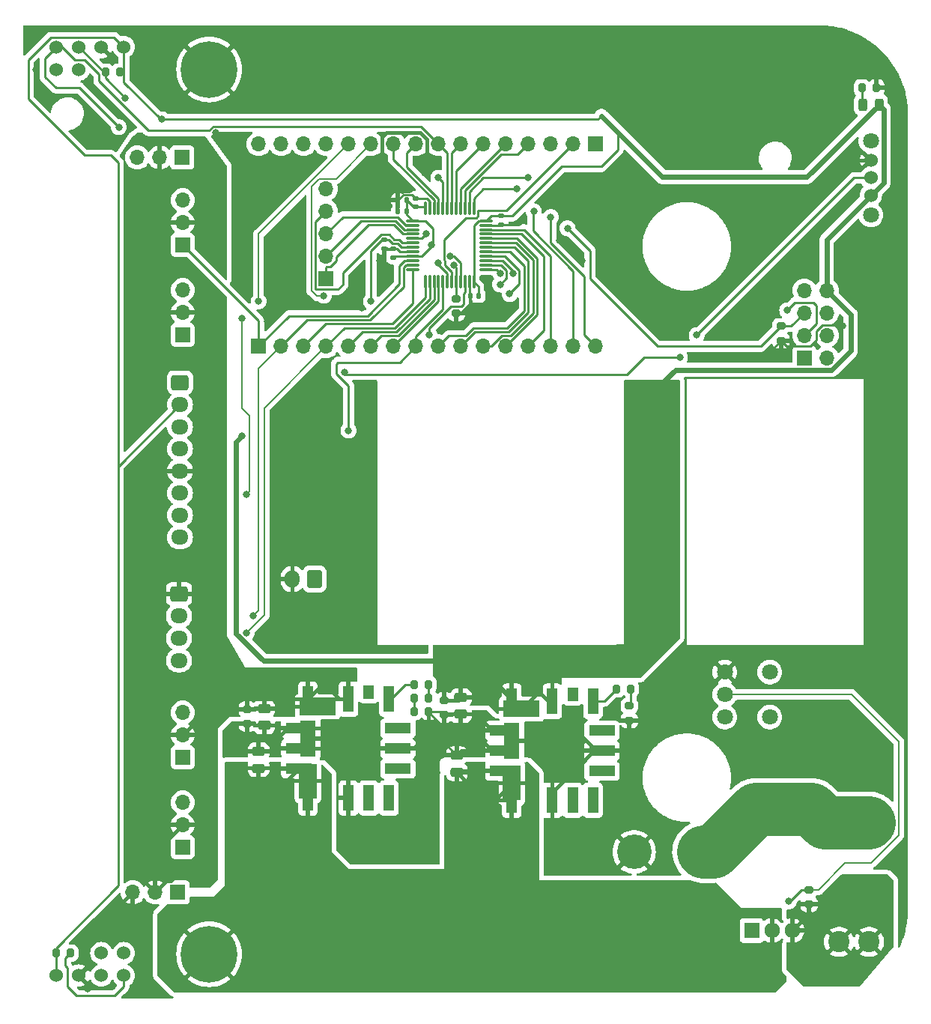
<source format=gbr>
%TF.GenerationSoftware,KiCad,Pcbnew,7.0.9*%
%TF.CreationDate,2024-12-19T20:14:40+09:00*%
%TF.ProjectId,04-PWR,30342d50-5752-42e6-9b69-6361645f7063,rev?*%
%TF.SameCoordinates,Original*%
%TF.FileFunction,Copper,L1,Top*%
%TF.FilePolarity,Positive*%
%FSLAX46Y46*%
G04 Gerber Fmt 4.6, Leading zero omitted, Abs format (unit mm)*
G04 Created by KiCad (PCBNEW 7.0.9) date 2024-12-19 20:14:40*
%MOMM*%
%LPD*%
G01*
G04 APERTURE LIST*
G04 Aperture macros list*
%AMRoundRect*
0 Rectangle with rounded corners*
0 $1 Rounding radius*
0 $2 $3 $4 $5 $6 $7 $8 $9 X,Y pos of 4 corners*
0 Add a 4 corners polygon primitive as box body*
4,1,4,$2,$3,$4,$5,$6,$7,$8,$9,$2,$3,0*
0 Add four circle primitives for the rounded corners*
1,1,$1+$1,$2,$3*
1,1,$1+$1,$4,$5*
1,1,$1+$1,$6,$7*
1,1,$1+$1,$8,$9*
0 Add four rect primitives between the rounded corners*
20,1,$1+$1,$2,$3,$4,$5,0*
20,1,$1+$1,$4,$5,$6,$7,0*
20,1,$1+$1,$6,$7,$8,$9,0*
20,1,$1+$1,$8,$9,$2,$3,0*%
G04 Aperture macros list end*
%TA.AperFunction,SMDPad,CuDef*%
%ADD10R,1.200000X3.000000*%
%TD*%
%TA.AperFunction,SMDPad,CuDef*%
%ADD11R,2.000000X4.000000*%
%TD*%
%TA.AperFunction,SMDPad,CuDef*%
%ADD12R,3.000000X1.200000*%
%TD*%
%TA.AperFunction,SMDPad,CuDef*%
%ADD13R,1.770000X4.112100*%
%TD*%
%TA.AperFunction,SMDPad,CuDef*%
%ADD14R,4.170000X1.862000*%
%TD*%
%TA.AperFunction,SMDPad,CuDef*%
%ADD15R,1.200000X1.500000*%
%TD*%
%TA.AperFunction,ComponentPad*%
%ADD16C,0.800000*%
%TD*%
%TA.AperFunction,ComponentPad*%
%ADD17C,6.400000*%
%TD*%
%TA.AperFunction,SMDPad,CuDef*%
%ADD18RoundRect,0.075000X-0.662500X-0.075000X0.662500X-0.075000X0.662500X0.075000X-0.662500X0.075000X0*%
%TD*%
%TA.AperFunction,SMDPad,CuDef*%
%ADD19RoundRect,0.075000X-0.075000X-0.662500X0.075000X-0.662500X0.075000X0.662500X-0.075000X0.662500X0*%
%TD*%
%TA.AperFunction,ComponentPad*%
%ADD20C,1.800000*%
%TD*%
%TA.AperFunction,ComponentPad*%
%ADD21R,1.700000X1.700000*%
%TD*%
%TA.AperFunction,ComponentPad*%
%ADD22O,1.700000X1.700000*%
%TD*%
%TA.AperFunction,SMDPad,CuDef*%
%ADD23RoundRect,0.140000X0.140000X0.170000X-0.140000X0.170000X-0.140000X-0.170000X0.140000X-0.170000X0*%
%TD*%
%TA.AperFunction,SMDPad,CuDef*%
%ADD24RoundRect,0.250000X0.475000X-0.250000X0.475000X0.250000X-0.475000X0.250000X-0.475000X-0.250000X0*%
%TD*%
%TA.AperFunction,SMDPad,CuDef*%
%ADD25RoundRect,0.250000X-0.475000X0.250000X-0.475000X-0.250000X0.475000X-0.250000X0.475000X0.250000X0*%
%TD*%
%TA.AperFunction,SMDPad,CuDef*%
%ADD26RoundRect,0.200000X-0.200000X-0.275000X0.200000X-0.275000X0.200000X0.275000X-0.200000X0.275000X0*%
%TD*%
%TA.AperFunction,ComponentPad*%
%ADD27RoundRect,0.250000X-0.725000X0.600000X-0.725000X-0.600000X0.725000X-0.600000X0.725000X0.600000X0*%
%TD*%
%TA.AperFunction,ComponentPad*%
%ADD28O,1.950000X1.700000*%
%TD*%
%TA.AperFunction,SMDPad,CuDef*%
%ADD29RoundRect,0.200000X0.200000X0.275000X-0.200000X0.275000X-0.200000X-0.275000X0.200000X-0.275000X0*%
%TD*%
%TA.AperFunction,SMDPad,CuDef*%
%ADD30RoundRect,0.200000X0.275000X-0.200000X0.275000X0.200000X-0.275000X0.200000X-0.275000X-0.200000X0*%
%TD*%
%TA.AperFunction,ComponentPad*%
%ADD31C,2.400000*%
%TD*%
%TA.AperFunction,ComponentPad*%
%ADD32C,1.524000*%
%TD*%
%TA.AperFunction,SMDPad,CuDef*%
%ADD33RoundRect,0.140000X-0.170000X0.140000X-0.170000X-0.140000X0.170000X-0.140000X0.170000X0.140000X0*%
%TD*%
%TA.AperFunction,SMDPad,CuDef*%
%ADD34RoundRect,0.140000X0.170000X-0.140000X0.170000X0.140000X-0.170000X0.140000X-0.170000X-0.140000X0*%
%TD*%
%TA.AperFunction,SMDPad,CuDef*%
%ADD35RoundRect,0.200000X-0.275000X0.200000X-0.275000X-0.200000X0.275000X-0.200000X0.275000X0.200000X0*%
%TD*%
%TA.AperFunction,SMDPad,CuDef*%
%ADD36RoundRect,0.243750X-0.243750X-0.456250X0.243750X-0.456250X0.243750X0.456250X-0.243750X0.456250X0*%
%TD*%
%TA.AperFunction,ComponentPad*%
%ADD37RoundRect,0.250000X0.600000X0.750000X-0.600000X0.750000X-0.600000X-0.750000X0.600000X-0.750000X0*%
%TD*%
%TA.AperFunction,ComponentPad*%
%ADD38O,1.700000X2.000000*%
%TD*%
%TA.AperFunction,ComponentPad*%
%ADD39R,1.717500X1.800000*%
%TD*%
%TA.AperFunction,ComponentPad*%
%ADD40O,1.717500X1.800000*%
%TD*%
%TA.AperFunction,ComponentPad*%
%ADD41RoundRect,0.250002X1.699998X1.699998X-1.699998X1.699998X-1.699998X-1.699998X1.699998X-1.699998X0*%
%TD*%
%TA.AperFunction,ComponentPad*%
%ADD42C,3.900000*%
%TD*%
%TA.AperFunction,SMDPad,CuDef*%
%ADD43RoundRect,0.135000X0.135000X0.185000X-0.135000X0.185000X-0.135000X-0.185000X0.135000X-0.185000X0*%
%TD*%
%TA.AperFunction,ViaPad*%
%ADD44C,0.800000*%
%TD*%
%TA.AperFunction,Conductor*%
%ADD45C,0.400000*%
%TD*%
%TA.AperFunction,Conductor*%
%ADD46C,0.250000*%
%TD*%
%TA.AperFunction,Conductor*%
%ADD47C,0.600000*%
%TD*%
%TA.AperFunction,Conductor*%
%ADD48C,0.200000*%
%TD*%
%TA.AperFunction,Conductor*%
%ADD49C,6.000000*%
%TD*%
G04 APERTURE END LIST*
D10*
%TO.P,U5,1,ON/OFF*%
%TO.N,GND*%
X111760000Y-132350000D03*
%TO.P,U5,2,Vin*%
%TO.N,VDD*%
X107180000Y-132350000D03*
D11*
X107180000Y-130407600D03*
D12*
X106160000Y-129040000D03*
%TO.P,U5,3,GND*%
%TO.N,GND*%
X106160000Y-126750000D03*
D13*
X107180000Y-125602650D03*
D12*
X106160000Y-124460000D03*
D14*
%TO.P,U5,4,Vout*%
%TO.N,+5V*%
X108280200Y-122025600D03*
D10*
X107180000Y-121150000D03*
%TO.P,U5,5,Sense*%
X111760000Y-121150000D03*
%TO.P,U5,6,Trim*%
%TO.N,Net-(U5-Trim)*%
X116340000Y-121150000D03*
D12*
%TO.P,U5,7,GND*%
%TO.N,GND*%
X117360000Y-126750000D03*
%TO.P,U5,8,N.C.*%
%TO.N,unconnected-(U5-N.C.-Pad8)*%
X117360000Y-129040000D03*
D10*
%TO.P,U5,9,Sequence*%
%TO.N,unconnected-(U5-Sequence-Pad9)*%
X116340000Y-132350000D03*
%TO.P,U5,10,PGOOD*%
%TO.N,unconnected-(U5-PGOOD-Pad10)*%
X114050000Y-132350000D03*
D15*
%TO.P,U5,11,N.C.*%
%TO.N,unconnected-(U5-N.C.-Pad11)*%
X114050000Y-120400000D03*
D12*
%TO.P,U5,12,N.C.*%
%TO.N,unconnected-(U5-N.C.-Pad12)*%
X117360000Y-124460000D03*
%TD*%
D16*
%TO.P,H1,1,1*%
%TO.N,VDD*%
X93600000Y-150000000D03*
X94302944Y-148302944D03*
X94302944Y-151697056D03*
X96000000Y-147600000D03*
D17*
X96000000Y-150000000D03*
D16*
X96000000Y-152400000D03*
X97697056Y-148302944D03*
X97697056Y-151697056D03*
X98400000Y-150000000D03*
%TD*%
D18*
%TO.P,U1,1,VBAT*%
%TO.N,+3V3*%
X119027500Y-67100000D03*
%TO.P,U1,2,PC13*%
%TO.N,Net-(J2-Pin_3)*%
X119027500Y-67600000D03*
%TO.P,U1,3,PC14*%
%TO.N,Net-(J2-Pin_2)*%
X119027500Y-68100000D03*
%TO.P,U1,4,PC15*%
%TO.N,Net-(J2-Pin_1)*%
X119027500Y-68600000D03*
%TO.P,U1,5,PD0*%
%TO.N,Net-(J2-Pin_5)*%
X119027500Y-69100000D03*
%TO.P,U1,6,PD1*%
%TO.N,Net-(J2-Pin_4)*%
X119027500Y-69600000D03*
%TO.P,U1,7,NRST*%
%TO.N,NRST*%
X119027500Y-70100000D03*
%TO.P,U1,8,VSSA*%
%TO.N,GND*%
X119027500Y-70600000D03*
%TO.P,U1,9,VDDA*%
%TO.N,+3V3*%
X119027500Y-71100000D03*
%TO.P,U1,10,PA0*%
%TO.N,ServoHandLeft*%
X119027500Y-71600000D03*
%TO.P,U1,11,PA1*%
%TO.N,ServoHandRight*%
X119027500Y-72100000D03*
%TO.P,U1,12,PA2*%
%TO.N,ServoArmLeft*%
X119027500Y-72600000D03*
D19*
%TO.P,U1,13,PA3*%
%TO.N,ServoArmRight*%
X120440000Y-74012500D03*
%TO.P,U1,14,PA4*%
%TO.N,Net-(J3-Pin_5)*%
X120940000Y-74012500D03*
%TO.P,U1,15,PA5*%
%TO.N,Net-(J3-Pin_6)*%
X121440000Y-74012500D03*
%TO.P,U1,16,PA6*%
%TO.N,ServoBasketLeft*%
X121940000Y-74012500D03*
%TO.P,U1,17,PA7*%
%TO.N,ServoBasketRight*%
X122440000Y-74012500D03*
%TO.P,U1,18,PB0*%
%TO.N,Net-(J1-Pin_1)*%
X122940000Y-74012500D03*
%TO.P,U1,19,PB1*%
%TO.N,Net-(J1-Pin_2)*%
X123440000Y-74012500D03*
%TO.P,U1,20,PB2*%
%TO.N,Net-(J1-Pin_3)*%
X123940000Y-74012500D03*
%TO.P,U1,21,PB10*%
%TO.N,PWR->MAIN*%
X124440000Y-74012500D03*
%TO.P,U1,22,PB11*%
%TO.N,MAIN->PWR*%
X124940000Y-74012500D03*
%TO.P,U1,23,VSS*%
%TO.N,GND*%
X125440000Y-74012500D03*
%TO.P,U1,24,VDD*%
%TO.N,+3V3*%
X125940000Y-74012500D03*
D18*
%TO.P,U1,25,PB12*%
%TO.N,Net-(J1-Pin_13)*%
X127352500Y-72600000D03*
%TO.P,U1,26,PB13*%
%TO.N,Net-(J1-Pin_14)*%
X127352500Y-72100000D03*
%TO.P,U1,27,PB14*%
%TO.N,Net-(J1-Pin_15)*%
X127352500Y-71600000D03*
%TO.P,U1,28,PB15*%
%TO.N,Net-(J1-Pin_16)*%
X127352500Y-71100000D03*
%TO.P,U1,29,PA8*%
%TO.N,Net-(J3-Pin_9)*%
X127352500Y-70600000D03*
%TO.P,U1,30,PA9*%
%TO.N,UART1_TX*%
X127352500Y-70100000D03*
%TO.P,U1,31,PA10*%
%TO.N,UART1_RX*%
X127352500Y-69600000D03*
%TO.P,U1,32,PA11*%
%TO.N,Net-(J3-Pin_12)*%
X127352500Y-69100000D03*
%TO.P,U1,33,PA12*%
%TO.N,Net-(J3-Pin_13)*%
X127352500Y-68600000D03*
%TO.P,U1,34,PA13*%
%TO.N,Net-(J3-Pin_14)*%
X127352500Y-68100000D03*
%TO.P,U1,35,VSS*%
%TO.N,GND*%
X127352500Y-67600000D03*
%TO.P,U1,36,VDD*%
%TO.N,+3V3*%
X127352500Y-67100000D03*
D19*
%TO.P,U1,37,PA14*%
%TO.N,XSHUT1*%
X125940000Y-65687500D03*
%TO.P,U1,38,PA15*%
%TO.N,XSHUT2*%
X125440000Y-65687500D03*
%TO.P,U1,39,PB3*%
%TO.N,Net-(J1-Pin_4)*%
X124940000Y-65687500D03*
%TO.P,U1,40,PB4*%
%TO.N,Net-(J1-Pin_5)*%
X124440000Y-65687500D03*
%TO.P,U1,41,PB5*%
%TO.N,Net-(J1-Pin_6)*%
X123940000Y-65687500D03*
%TO.P,U1,42,PB6*%
%TO.N,SCL*%
X123440000Y-65687500D03*
%TO.P,U1,43,PB7*%
%TO.N,SDA*%
X122940000Y-65687500D03*
%TO.P,U1,44,BOOT0*%
%TO.N,BOOT0*%
X122440000Y-65687500D03*
%TO.P,U1,45,PB8*%
%TO.N,Net-(J1-Pin_9)*%
X121940000Y-65687500D03*
%TO.P,U1,46,PB9*%
%TO.N,Net-(J1-Pin_10)*%
X121440000Y-65687500D03*
%TO.P,U1,47,VSS*%
%TO.N,GND*%
X120940000Y-65687500D03*
%TO.P,U1,48,VDD*%
%TO.N,+3V3*%
X120440000Y-65687500D03*
%TD*%
D20*
%TO.P,SW2,*%
%TO.N,*%
X159385000Y-123190000D03*
X159385000Y-118110000D03*
%TO.P,SW2,1,A*%
%TO.N,GND*%
X154305000Y-118110000D03*
%TO.P,SW2,2,B*%
%TO.N,Net-(Q1-G)*%
X154305000Y-120650000D03*
%TO.P,SW2,3*%
%TO.N,N/C*%
X154305000Y-123190000D03*
%TD*%
D21*
%TO.P,M,1,PWM*%
%TO.N,ServoBasketRight*%
X92456000Y-143002000D03*
D22*
%TO.P,M,2,+*%
%TO.N,+5V*%
X89916000Y-143002000D03*
%TO.P,M,3,-*%
%TO.N,GND*%
X87376000Y-143002000D03*
%TD*%
D23*
%TO.P,C3,1*%
%TO.N,+3V3*%
X126464000Y-75565000D03*
%TO.P,C3,2*%
%TO.N,GND*%
X125504000Y-75565000D03*
%TD*%
D24*
%TO.P,C8,1*%
%TO.N,VDD*%
X124015000Y-129410000D03*
%TO.P,C8,2*%
%TO.N,GND*%
X124015000Y-127510000D03*
%TD*%
D10*
%TO.P,U4,1,ON/OFF*%
%TO.N,GND*%
X134810000Y-132600000D03*
%TO.P,U4,2,Vin*%
%TO.N,VDD*%
X130230000Y-132600000D03*
D11*
X130230000Y-130657600D03*
D12*
X129210000Y-129290000D03*
%TO.P,U4,3,GND*%
%TO.N,GND*%
X129210000Y-127000000D03*
D13*
X130230000Y-125852650D03*
D12*
X129210000Y-124710000D03*
D14*
%TO.P,U4,4,Vout*%
%TO.N,+3V3*%
X131330200Y-122275600D03*
D10*
X130230000Y-121400000D03*
%TO.P,U4,5,Sense*%
X134810000Y-121400000D03*
%TO.P,U4,6,Trim*%
%TO.N,Net-(U4-Trim)*%
X139390000Y-121400000D03*
D12*
%TO.P,U4,7,GND*%
%TO.N,GND*%
X140410000Y-127000000D03*
%TO.P,U4,8,N.C.*%
%TO.N,unconnected-(U4-N.C.-Pad8)*%
X140410000Y-129290000D03*
D10*
%TO.P,U4,9,Sequence*%
%TO.N,unconnected-(U4-Sequence-Pad9)*%
X139390000Y-132600000D03*
%TO.P,U4,10,PGOOD*%
%TO.N,unconnected-(U4-PGOOD-Pad10)*%
X137100000Y-132600000D03*
D15*
%TO.P,U4,11,N.C.*%
%TO.N,unconnected-(U4-N.C.-Pad11)*%
X137100000Y-120650000D03*
D12*
%TO.P,U4,12,N.C.*%
%TO.N,unconnected-(U4-N.C.-Pad12)*%
X140410000Y-124710000D03*
%TD*%
D25*
%TO.P,C11,1*%
%TO.N,+5V*%
X102235000Y-122240000D03*
%TO.P,C11,2*%
%TO.N,GND*%
X102235000Y-124140000D03*
%TD*%
D23*
%TO.P,C1,1*%
%TO.N,+3V3*%
X118308000Y-66040000D03*
%TO.P,C1,2*%
%TO.N,GND*%
X117348000Y-66040000D03*
%TD*%
D26*
%TO.P,R9,1*%
%TO.N,Net-(R8-Pad2)*%
X119190000Y-122555000D03*
%TO.P,R9,2*%
%TO.N,GND*%
X120840000Y-122555000D03*
%TD*%
D27*
%TO.P,J5,1,Pin_1*%
%TO.N,LoPSwitch*%
X92710000Y-85370000D03*
D28*
%TO.P,J5,2,Pin_2*%
%TO.N,+3V3*%
X92710000Y-87870000D03*
%TO.P,J5,3,Pin_3*%
%TO.N,OpenMV->MAIN*%
X92710000Y-90370000D03*
%TO.P,J5,4,Pin_4*%
%TO.N,MAIN->OpenMV*%
X92710000Y-92870000D03*
%TO.P,J5,5,Pin_5*%
%TO.N,+5V*%
X92710000Y-95370000D03*
%TO.P,J5,6,Pin_6*%
%TO.N,PWR->MAIN*%
X92710000Y-97870000D03*
%TO.P,J5,7,Pin_7*%
%TO.N,MAIN->PWR*%
X92710000Y-100370000D03*
%TO.P,J5,8,Pin_8*%
%TO.N,GND*%
X92710000Y-102870000D03*
%TD*%
D24*
%TO.P,C9,1*%
%TO.N,VDD*%
X101600000Y-128970000D03*
%TO.P,C9,2*%
%TO.N,GND*%
X101600000Y-127070000D03*
%TD*%
D29*
%TO.P,R5,1*%
%TO.N,GND*%
X171450000Y-52070000D03*
%TO.P,R5,2*%
%TO.N,Net-(D1-K)*%
X169800000Y-52070000D03*
%TD*%
D21*
%TO.P,M6,1,PWM*%
%TO.N,ServoHandRight*%
X93021000Y-137907000D03*
D22*
%TO.P,M6,2,+*%
%TO.N,+5V*%
X93021000Y-135367000D03*
%TO.P,M6,3,-*%
%TO.N,GND*%
X93021000Y-132827000D03*
%TD*%
D30*
%TO.P,R1,1*%
%TO.N,GND*%
X123952000Y-77533000D03*
%TO.P,R1,2*%
%TO.N,Net-(J1-Pin_3)*%
X123952000Y-75883000D03*
%TD*%
D31*
%TO.P,F1,1*%
%TO.N,Net-(Q1-S)*%
X167210000Y-148590000D03*
X170610000Y-148590000D03*
%TO.P,F1,2*%
%TO.N,Net-(J8-Pin_1)*%
X167210000Y-135120000D03*
X170610000Y-135120000D03*
%TD*%
D32*
%TO.P,U2,1,3V3*%
%TO.N,+3V3*%
X86360000Y-47460000D03*
%TO.P,U2,2,GND*%
%TO.N,GND*%
X83820000Y-47460000D03*
%TO.P,U2,3,SCL*%
%TO.N,SCL*%
X81280000Y-47460000D03*
%TO.P,U2,4,SDA*%
%TO.N,SDA*%
X78740000Y-47460000D03*
%TO.P,U2,5,XSHUT*%
%TO.N,XSHUT1*%
X81280000Y-50000000D03*
%TO.P,U2,6,GPIO*%
%TO.N,unconnected-(U2-GPIO-Pad6)*%
X78740000Y-50000000D03*
%TD*%
D26*
%TO.P,R4,1*%
%TO.N,+3V3*%
X78677000Y-149860000D03*
%TO.P,R4,2*%
%TO.N,SDA*%
X80327000Y-149860000D03*
%TD*%
D33*
%TO.P,C4,1*%
%TO.N,+3V3*%
X129032000Y-66548000D03*
%TO.P,C4,2*%
%TO.N,GND*%
X129032000Y-67508000D03*
%TD*%
D21*
%TO.P,J4,1,Pin_1*%
%TO.N,unconnected-(J4-Pin_1-Pad1)*%
X163285000Y-82590000D03*
D22*
%TO.P,J4,2,Pin_2*%
%TO.N,UART1_RX*%
X165825000Y-82590000D03*
%TO.P,J4,3,Pin_3*%
%TO.N,NRST*%
X163285000Y-80050000D03*
%TO.P,J4,4,Pin_4*%
%TO.N,UART1_TX*%
X165825000Y-80050000D03*
%TO.P,J4,5,Pin_5*%
%TO.N,BOOT0*%
X163285000Y-77510000D03*
%TO.P,J4,6,Pin_6*%
%TO.N,GND*%
X165825000Y-77510000D03*
%TO.P,J4,7,Pin_7*%
%TO.N,unconnected-(J4-Pin_7-Pad7)*%
X163285000Y-74970000D03*
%TO.P,J4,8,Pin_8*%
%TO.N,+3V3*%
X165825000Y-74970000D03*
%TD*%
D26*
%TO.P,R7,1*%
%TO.N,Net-(U5-Trim)*%
X119190000Y-119507000D03*
%TO.P,R7,2*%
%TO.N,Net-(R7-Pad2)*%
X120840000Y-119507000D03*
%TD*%
D32*
%TO.P,U3,1,3V3*%
%TO.N,+3V3*%
X78740000Y-152400000D03*
%TO.P,U3,2,GND*%
%TO.N,GND*%
X81280000Y-152400000D03*
%TO.P,U3,3,SCL*%
%TO.N,SCL*%
X83820000Y-152400000D03*
%TO.P,U3,4,SDA*%
%TO.N,SDA*%
X86360000Y-152400000D03*
%TO.P,U3,5,XSHUT*%
%TO.N,XSHUT2*%
X83820000Y-149860000D03*
%TO.P,U3,6,GPIO*%
%TO.N,unconnected-(U3-GPIO-Pad6)*%
X86360000Y-149860000D03*
%TD*%
D21*
%TO.P,J2,1,Pin_1*%
%TO.N,Net-(J2-Pin_1)*%
X109220000Y-73660000D03*
D22*
%TO.P,J2,2,Pin_2*%
%TO.N,Net-(J2-Pin_2)*%
X109220000Y-71120000D03*
%TO.P,J2,3,Pin_3*%
%TO.N,Net-(J2-Pin_3)*%
X109220000Y-68580000D03*
%TO.P,J2,4,Pin_4*%
%TO.N,Net-(J2-Pin_4)*%
X109220000Y-66040000D03*
%TO.P,J2,5,Pin_5*%
%TO.N,Net-(J2-Pin_5)*%
X109220000Y-63500000D03*
%TD*%
D21*
%TO.P,M4,1,PWM*%
%TO.N,ServoArmRight*%
X93021000Y-127747000D03*
D22*
%TO.P,M4,2,+*%
%TO.N,+5V*%
X93021000Y-125207000D03*
%TO.P,M4,3,-*%
%TO.N,GND*%
X93021000Y-122667000D03*
%TD*%
D34*
%TO.P,C2,1*%
%TO.N,GND*%
X115824000Y-70231000D03*
%TO.P,C2,2*%
%TO.N,NRST*%
X115824000Y-69271000D03*
%TD*%
D35*
%TO.P,R12,1*%
%TO.N,+3V3*%
X122555000Y-121285000D03*
%TO.P,R12,2*%
%TO.N,GND*%
X122555000Y-122935000D03*
%TD*%
D34*
%TO.P,C5,1*%
%TO.N,+3V3*%
X119380000Y-65504000D03*
%TO.P,C5,2*%
%TO.N,GND*%
X119380000Y-64544000D03*
%TD*%
D36*
%TO.P,D1,1,K*%
%TO.N,Net-(D1-K)*%
X169877500Y-53975000D03*
%TO.P,D1,2,A*%
%TO.N,+3V3*%
X171752500Y-53975000D03*
%TD*%
D26*
%TO.P,R10,1*%
%TO.N,Net-(U4-Trim)*%
X142050000Y-120015000D03*
%TO.P,R10,2*%
%TO.N,Net-(R10-Pad2)*%
X143700000Y-120015000D03*
%TD*%
D21*
%TO.P,M5,1,PWM*%
%TO.N,ServoHandLeft*%
X93021000Y-69835000D03*
D22*
%TO.P,M5,2,+*%
%TO.N,+5V*%
X93021000Y-67295000D03*
%TO.P,M5,3,-*%
%TO.N,GND*%
X93021000Y-64755000D03*
%TD*%
D35*
%TO.P,R13,1*%
%TO.N,+5V*%
X100330000Y-122302000D03*
%TO.P,R13,2*%
%TO.N,GND*%
X100330000Y-123952000D03*
%TD*%
D37*
%TO.P,J7,1,Pin_1*%
%TO.N,VDD*%
X107930000Y-107590000D03*
D38*
%TO.P,J7,2,Pin_2*%
%TO.N,GND*%
X105430000Y-107590000D03*
%TD*%
D27*
%TO.P,J6,1,Pin_1*%
%TO.N,+5V*%
X92604000Y-109280000D03*
D28*
%TO.P,J6,2,Pin_2*%
%TO.N,OpenMV->MAIN*%
X92604000Y-111780000D03*
%TO.P,J6,3,Pin_3*%
%TO.N,MAIN->OpenMV*%
X92604000Y-114280000D03*
%TO.P,J6,4,Pin_4*%
%TO.N,GND*%
X92604000Y-116780000D03*
%TD*%
D29*
%TO.P,R8,1*%
%TO.N,Net-(R7-Pad2)*%
X120840000Y-121031000D03*
%TO.P,R8,2*%
%TO.N,Net-(R8-Pad2)*%
X119190000Y-121031000D03*
%TD*%
D34*
%TO.P,C6,1*%
%TO.N,+3V3*%
X116840000Y-71247000D03*
%TO.P,C6,2*%
%TO.N,GND*%
X116840000Y-70287000D03*
%TD*%
D25*
%TO.P,C10,1*%
%TO.N,+3V3*%
X124460000Y-120970000D03*
%TO.P,C10,2*%
%TO.N,GND*%
X124460000Y-122870000D03*
%TD*%
D26*
%TO.P,R3,1*%
%TO.N,SCL*%
X84265000Y-50292000D03*
%TO.P,R3,2*%
%TO.N,+3V3*%
X85915000Y-50292000D03*
%TD*%
D39*
%TO.P,Q1,1,G*%
%TO.N,Net-(Q1-G)*%
X157345000Y-147320000D03*
D40*
%TO.P,Q1,2,D*%
%TO.N,VDD*%
X159635000Y-147320000D03*
%TO.P,Q1,3,S*%
%TO.N,Net-(Q1-S)*%
X161925000Y-147320000D03*
%TD*%
D21*
%TO.P,J3,1,Pin_1*%
%TO.N,ServoHandLeft*%
X101600000Y-81280000D03*
D22*
%TO.P,J3,2,Pin_2*%
%TO.N,ServoHandRight*%
X104140000Y-81280000D03*
%TO.P,J3,3,Pin_3*%
%TO.N,ServoArmLeft*%
X106680000Y-81280000D03*
%TO.P,J3,4,Pin_4*%
%TO.N,ServoArmRight*%
X109220000Y-81280000D03*
%TO.P,J3,5,Pin_5*%
%TO.N,Net-(J3-Pin_5)*%
X111760000Y-81280000D03*
%TO.P,J3,6,Pin_6*%
%TO.N,Net-(J3-Pin_6)*%
X114300000Y-81280000D03*
%TO.P,J3,7,Pin_7*%
%TO.N,ServoBasketLeft*%
X116840000Y-81280000D03*
%TO.P,J3,8,Pin_8*%
%TO.N,ServoBasketRight*%
X119380000Y-81280000D03*
%TO.P,J3,9,Pin_9*%
%TO.N,Net-(J3-Pin_9)*%
X121920000Y-81280000D03*
%TO.P,J3,10,Pin_10*%
%TO.N,UART1_TX*%
X124460000Y-81280000D03*
%TO.P,J3,11,Pin_11*%
%TO.N,UART1_RX*%
X127000000Y-81280000D03*
%TO.P,J3,12,Pin_12*%
%TO.N,Net-(J3-Pin_12)*%
X129540000Y-81280000D03*
%TO.P,J3,13,Pin_13*%
%TO.N,Net-(J3-Pin_13)*%
X132080000Y-81280000D03*
%TO.P,J3,14,Pin_14*%
%TO.N,Net-(J3-Pin_14)*%
X134620000Y-81280000D03*
%TO.P,J3,15,Pin_15*%
%TO.N,XSHUT1*%
X137160000Y-81280000D03*
%TO.P,J3,16,Pin_16*%
%TO.N,XSHUT2*%
X139700000Y-81280000D03*
%TD*%
D21*
%TO.P,M3,1,PWM*%
%TO.N,ServoArmLeft*%
X93021000Y-79995000D03*
D22*
%TO.P,M3,2,+*%
%TO.N,+5V*%
X93021000Y-77455000D03*
%TO.P,M3,3,-*%
%TO.N,GND*%
X93021000Y-74915000D03*
%TD*%
D41*
%TO.P,J8,1,Pin_1*%
%TO.N,Net-(J8-Pin_1)*%
X151855000Y-138430000D03*
D42*
%TO.P,J8,2,Pin_2*%
%TO.N,GND*%
X144055000Y-138430000D03*
%TD*%
D43*
%TO.P,C7,1*%
%TO.N,+3V3*%
X118366000Y-64770000D03*
%TO.P,C7,2*%
%TO.N,GND*%
X117346000Y-64770000D03*
%TD*%
D21*
%TO.P,J1,1,Pin_1*%
%TO.N,Net-(J1-Pin_1)*%
X139700000Y-58420000D03*
D22*
%TO.P,J1,2,Pin_2*%
%TO.N,Net-(J1-Pin_2)*%
X137160000Y-58420000D03*
%TO.P,J1,3,Pin_3*%
%TO.N,Net-(J1-Pin_3)*%
X134620000Y-58420000D03*
%TO.P,J1,4,Pin_4*%
%TO.N,Net-(J1-Pin_4)*%
X132080000Y-58420000D03*
%TO.P,J1,5,Pin_5*%
%TO.N,Net-(J1-Pin_5)*%
X129540000Y-58420000D03*
%TO.P,J1,6,Pin_6*%
%TO.N,Net-(J1-Pin_6)*%
X127000000Y-58420000D03*
%TO.P,J1,7,Pin_7*%
%TO.N,SCL*%
X124460000Y-58420000D03*
%TO.P,J1,8,Pin_8*%
%TO.N,SDA*%
X121920000Y-58420000D03*
%TO.P,J1,9,Pin_9*%
%TO.N,Net-(J1-Pin_9)*%
X119380000Y-58420000D03*
%TO.P,J1,10,Pin_10*%
%TO.N,Net-(J1-Pin_10)*%
X116840000Y-58420000D03*
%TO.P,J1,11,Pin_11*%
%TO.N,PWR->MAIN*%
X114300000Y-58420000D03*
%TO.P,J1,12,Pin_12*%
%TO.N,MAIN->PWR*%
X111760000Y-58420000D03*
%TO.P,J1,13,Pin_13*%
%TO.N,Net-(J1-Pin_13)*%
X109220000Y-58420000D03*
%TO.P,J1,14,Pin_14*%
%TO.N,Net-(J1-Pin_14)*%
X106680000Y-58420000D03*
%TO.P,J1,15,Pin_15*%
%TO.N,Net-(J1-Pin_15)*%
X104140000Y-58420000D03*
%TO.P,J1,16,Pin_16*%
%TO.N,Net-(J1-Pin_16)*%
X101600000Y-58420000D03*
%TD*%
D16*
%TO.P,H2,1,1*%
%TO.N,GND*%
X93600000Y-50000000D03*
X94302944Y-48302944D03*
X94302944Y-51697056D03*
X96000000Y-47600000D03*
D17*
X96000000Y-50000000D03*
D16*
X96000000Y-52400000D03*
X97697056Y-48302944D03*
X97697056Y-51697056D03*
X98400000Y-50000000D03*
%TD*%
D20*
%TO.P,SW1,*%
%TO.N,*%
X170815000Y-66430000D03*
X170815000Y-58030000D03*
D32*
%TO.P,SW1,1,A*%
%TO.N,+3V3*%
X170815000Y-64230000D03*
%TO.P,SW1,2,B*%
%TO.N,LoPSwitch*%
X170815000Y-62230000D03*
%TO.P,SW1,3,C*%
%TO.N,GND*%
X170815000Y-60230000D03*
%TD*%
D35*
%TO.P,R2,1*%
%TO.N,BOOT0*%
X160655000Y-78995000D03*
%TO.P,R2,2*%
%TO.N,GND*%
X160655000Y-80645000D03*
%TD*%
D30*
%TO.P,R6,1*%
%TO.N,Net-(Q1-S)*%
X163830000Y-144335000D03*
%TO.P,R6,2*%
%TO.N,Net-(Q1-G)*%
X163830000Y-142685000D03*
%TD*%
D21*
%TO.P,M1,1,PWM*%
%TO.N,ServoBasketLeft*%
X92964000Y-59944000D03*
D22*
%TO.P,M1,2,+*%
%TO.N,+5V*%
X90424000Y-59944000D03*
%TO.P,M1,3,-*%
%TO.N,GND*%
X87884000Y-59944000D03*
%TD*%
D35*
%TO.P,R11,1*%
%TO.N,Net-(R10-Pad2)*%
X143510000Y-121920000D03*
%TO.P,R11,2*%
%TO.N,GND*%
X143510000Y-123570000D03*
%TD*%
D44*
%TO.N,VDD*%
X102442516Y-132715000D03*
%TO.N,GND*%
X87122000Y-56642000D03*
X152908000Y-75946000D03*
X151130000Y-82550000D03*
X96774000Y-57150000D03*
X161163000Y-75311000D03*
X125984000Y-77216000D03*
X173990000Y-123698000D03*
X88138000Y-50800000D03*
X112268000Y-137160000D03*
X103378000Y-110490000D03*
X98552000Y-124714000D03*
X115570000Y-74422000D03*
X106426000Y-65278000D03*
X106426000Y-68580000D03*
X140208000Y-69342000D03*
X107950000Y-91948000D03*
X120396000Y-61722000D03*
X89662000Y-52324000D03*
X160782000Y-72136000D03*
X102616000Y-75184000D03*
X139700000Y-52832000D03*
X76454000Y-50038000D03*
X136398000Y-62230000D03*
X104648000Y-67056000D03*
X103378000Y-114046000D03*
X143002000Y-60198000D03*
X157988000Y-80010000D03*
X103505000Y-102870000D03*
X88646000Y-151892000D03*
X110490000Y-97028000D03*
X173482000Y-64262000D03*
X173482000Y-78232000D03*
X100838000Y-46228000D03*
X103886000Y-76962000D03*
X110490000Y-90170000D03*
X136906000Y-129794000D03*
X138176000Y-71628000D03*
X123444000Y-125222000D03*
X113284000Y-76962000D03*
X82296000Y-58420000D03*
X143764000Y-75946000D03*
X82296000Y-153924000D03*
X120650000Y-125222000D03*
X101600000Y-66548000D03*
X113792000Y-86868000D03*
X113792000Y-114300000D03*
X165354000Y-46990000D03*
X131064000Y-67310000D03*
X148590000Y-58928000D03*
X109728000Y-124206000D03*
X103632000Y-125730000D03*
X84074000Y-145796000D03*
X100076000Y-74676000D03*
X102870000Y-69088000D03*
X84074000Y-56388000D03*
X123952000Y-78994000D03*
X108966000Y-83820000D03*
X85090000Y-153670000D03*
X126492000Y-123190000D03*
X102870000Y-72136000D03*
X102616000Y-78486000D03*
X111506000Y-63246000D03*
X115824000Y-65532000D03*
X98552000Y-127000000D03*
X135128000Y-139954000D03*
X136906000Y-122682000D03*
X140970000Y-62230000D03*
X170942000Y-116332000D03*
X112268000Y-73406000D03*
X160782000Y-82296000D03*
X152654000Y-80010000D03*
X114046000Y-122682000D03*
X135636000Y-69342000D03*
X147955000Y-80010000D03*
X155702000Y-76962000D03*
X82296000Y-51308000D03*
X133604000Y-125984000D03*
X103124000Y-65278000D03*
X149606000Y-116332000D03*
X113030000Y-65532000D03*
X90678000Y-154432000D03*
X105918000Y-62230000D03*
X115316000Y-71628000D03*
X106426000Y-75438000D03*
X114300000Y-126746000D03*
X99060000Y-67818000D03*
X167640000Y-78994000D03*
X86868000Y-145542000D03*
X168402000Y-59182000D03*
X75946000Y-46736000D03*
X120142000Y-137160000D03*
X119888000Y-115570000D03*
X100584000Y-52324000D03*
X110236000Y-76708000D03*
%TO.N,+3V3*%
X99695000Y-91440000D03*
X90678000Y-55626000D03*
X121158000Y-69850000D03*
%TO.N,LoPSwitch*%
X111319799Y-84260201D03*
X151130000Y-80010000D03*
X149225000Y-82550000D03*
%TO.N,PWR->MAIN*%
X108966000Y-75559500D03*
X123279500Y-71113013D03*
%TO.N,MAIN->PWR*%
X100265500Y-98000262D03*
X120904000Y-80010000D03*
X101600000Y-76200000D03*
X99695000Y-78105000D03*
%TO.N,XSHUT2*%
X132080000Y-62230000D03*
X134620000Y-66675000D03*
%TO.N,XSHUT1*%
X130810000Y-63500000D03*
X132715000Y-66040000D03*
%TO.N,ServoArmRight*%
X100265000Y-113665000D03*
%TO.N,ServoBasketRight*%
X111760000Y-90805000D03*
%TO.N,ServoHandRight*%
X100965000Y-111760000D03*
%TO.N,SCL*%
X86491299Y-53208701D03*
%TO.N,SDA*%
X85799500Y-56515000D03*
%TO.N,Net-(Q1-G)*%
X161544000Y-144018000D03*
%TO.N,NRST*%
X114300000Y-76200000D03*
X161351000Y-77216000D03*
%TO.N,BOOT0*%
X136525000Y-67945000D03*
X121920000Y-62230000D03*
%TO.N,Net-(J1-Pin_1)*%
X121924299Y-71886299D03*
%TO.N,Net-(J1-Pin_3)*%
X123715500Y-72136000D03*
%TO.N,Net-(J1-Pin_13)*%
X128905000Y-73025000D03*
%TO.N,Net-(J1-Pin_14)*%
X128905000Y-74295000D03*
%TO.N,Net-(J1-Pin_15)*%
X130354500Y-73025000D03*
%TO.N,Net-(J1-Pin_16)*%
X129980201Y-75370201D03*
%TO.N,Net-(J2-Pin_5)*%
X120560500Y-68580000D03*
%TD*%
D45*
%TO.N,VDD*%
X107180000Y-132350000D02*
X107180000Y-135136000D01*
X127205000Y-132600000D02*
X124015000Y-129410000D01*
X107180000Y-135136000D02*
X106426000Y-135890000D01*
X128553600Y-132334000D02*
X127508000Y-132334000D01*
X102485000Y-132715000D02*
X102442516Y-132715000D01*
X130230000Y-132600000D02*
X127205000Y-132600000D01*
X130230000Y-130657600D02*
X128553600Y-132334000D01*
X124135000Y-129290000D02*
X124015000Y-129410000D01*
X106160000Y-129040000D02*
X102485000Y-132715000D01*
X129210000Y-129290000D02*
X124135000Y-129290000D01*
%TO.N,GND*%
X134810000Y-131700000D02*
X139510000Y-127000000D01*
D46*
X120840000Y-124335000D02*
X124015000Y-127510000D01*
X117991000Y-64125000D02*
X118961000Y-64125000D01*
D45*
X119122000Y-126750000D02*
X117360000Y-126750000D01*
X120650000Y-125222000D02*
X119122000Y-126750000D01*
D46*
X117591396Y-70600000D02*
X117278396Y-70287000D01*
X161235000Y-81225000D02*
X164012000Y-81225000D01*
X118961000Y-64125000D02*
X119380000Y-64544000D01*
X122175000Y-122555000D02*
X122555000Y-122935000D01*
X120840000Y-122555000D02*
X120840000Y-124335000D01*
D45*
X119897767Y-57170000D02*
X116058001Y-57170000D01*
D46*
X117346000Y-64770000D02*
X117991000Y-64125000D01*
D45*
X114296000Y-126750000D02*
X114300000Y-126746000D01*
X169450000Y-60230000D02*
X170815000Y-60230000D01*
D46*
X160655000Y-80645000D02*
X161235000Y-81225000D01*
X117348000Y-64772000D02*
X117346000Y-64770000D01*
X120940000Y-64882236D02*
X120940000Y-65687500D01*
D45*
X106160000Y-124460000D02*
X109474000Y-124460000D01*
X128016000Y-127000000D02*
X126746000Y-125730000D01*
X133472650Y-125852650D02*
X133604000Y-125984000D01*
D46*
X160655000Y-80645000D02*
X159512000Y-81788000D01*
X119027500Y-70600000D02*
X117661000Y-70600000D01*
D45*
X116058001Y-57170000D02*
X115570000Y-57658001D01*
D46*
X164012000Y-81225000D02*
X164650000Y-80587000D01*
D45*
X129210000Y-127000000D02*
X124525000Y-127000000D01*
X109474000Y-124460000D02*
X109728000Y-124206000D01*
D46*
X117348000Y-66040000D02*
X117348000Y-64772000D01*
D45*
X104902000Y-124460000D02*
X103632000Y-125730000D01*
X128012000Y-124710000D02*
X126492000Y-123190000D01*
X139800000Y-127000000D02*
X140410000Y-127000000D01*
D46*
X129032000Y-67508000D02*
X130866000Y-67508000D01*
X119380000Y-64544000D02*
X120601764Y-64544000D01*
X125440000Y-74012500D02*
X125440000Y-75501000D01*
X116784000Y-70231000D02*
X116840000Y-70287000D01*
X120840000Y-122555000D02*
X120840000Y-125032000D01*
X125440000Y-75501000D02*
X125504000Y-75565000D01*
X165338299Y-78875000D02*
X167521000Y-78875000D01*
D45*
X130230000Y-125852650D02*
X133472650Y-125852650D01*
D46*
X120601764Y-64544000D02*
X120940000Y-64882236D01*
D45*
X106160000Y-124460000D02*
X104902000Y-124460000D01*
X87376000Y-143002000D02*
X84582000Y-145796000D01*
X120630000Y-57902233D02*
X119897767Y-57170000D01*
D46*
X120840000Y-122555000D02*
X120840000Y-122618000D01*
D45*
X139510000Y-127000000D02*
X140410000Y-127000000D01*
X136906000Y-122682000D02*
X136906000Y-124106000D01*
X168402000Y-59182000D02*
X169450000Y-60230000D01*
D46*
X160655000Y-82169000D02*
X160782000Y-82296000D01*
D45*
X129210000Y-127000000D02*
X128016000Y-127000000D01*
X106160000Y-126750000D02*
X114296000Y-126750000D01*
D46*
X117278396Y-70287000D02*
X116840000Y-70287000D01*
X125504000Y-76426000D02*
X125504000Y-75565000D01*
D45*
X115570000Y-65278000D02*
X115824000Y-65532000D01*
X129210000Y-124710000D02*
X128012000Y-124710000D01*
D46*
X115824000Y-70231000D02*
X116784000Y-70231000D01*
X120840000Y-122618000D02*
X123444000Y-125222000D01*
X119027500Y-70600000D02*
X117591396Y-70600000D01*
D45*
X120630000Y-61488000D02*
X120630000Y-57902233D01*
X134810000Y-132600000D02*
X134810000Y-131700000D01*
D46*
X160655000Y-80645000D02*
X160655000Y-82169000D01*
X122555000Y-122935000D02*
X124395000Y-122935000D01*
X124397000Y-77533000D02*
X125504000Y-76426000D01*
X123952000Y-77533000D02*
X124397000Y-77533000D01*
X127352500Y-67600000D02*
X128940000Y-67600000D01*
X164650000Y-80587000D02*
X164650000Y-79563299D01*
D45*
X115570000Y-57658001D02*
X115570000Y-65278000D01*
X136906000Y-124106000D02*
X139800000Y-127000000D01*
D46*
X120840000Y-122555000D02*
X122175000Y-122555000D01*
X167521000Y-78875000D02*
X167640000Y-78994000D01*
D45*
X120396000Y-61722000D02*
X120630000Y-61488000D01*
D46*
X159512000Y-81788000D02*
X159258000Y-81788000D01*
D45*
X84582000Y-145796000D02*
X84074000Y-145796000D01*
D46*
X128940000Y-67600000D02*
X129032000Y-67508000D01*
X130866000Y-67508000D02*
X131064000Y-67310000D01*
D45*
X124525000Y-127000000D02*
X124015000Y-127510000D01*
D46*
X124395000Y-122935000D02*
X124460000Y-122870000D01*
X164650000Y-79563299D02*
X165338299Y-78875000D01*
X120840000Y-125032000D02*
X120650000Y-125222000D01*
%TO.N,+3V3*%
X127904500Y-66548000D02*
X129032000Y-66548000D01*
X118366000Y-64770000D02*
X118366000Y-65982000D01*
X85725000Y-60548223D02*
X85725000Y-96520000D01*
D45*
X134810000Y-121400000D02*
X134354000Y-121400000D01*
D46*
X127352500Y-67100000D02*
X127904500Y-66548000D01*
D47*
X165825000Y-74970000D02*
X165825000Y-69220000D01*
D46*
X85725000Y-94855000D02*
X92710000Y-87870000D01*
X119027500Y-67100000D02*
X120453882Y-67100000D01*
X78740000Y-149923000D02*
X78677000Y-149860000D01*
X140335000Y-60960000D02*
X135890000Y-60960000D01*
X142240000Y-57150000D02*
X142240000Y-59055000D01*
D47*
X168540000Y-77685000D02*
X165825000Y-74970000D01*
X147240000Y-62150000D02*
X140335000Y-55245000D01*
D46*
X121158000Y-69977000D02*
X120035000Y-71100000D01*
X78087000Y-46373000D02*
X75565000Y-48895000D01*
D47*
X125874600Y-116820000D02*
X102147207Y-116820000D01*
D46*
X121285000Y-69850000D02*
X121285000Y-69850000D01*
D47*
X148724000Y-83940000D02*
X166384189Y-83940000D01*
X168540000Y-81784189D02*
X168540000Y-77685000D01*
D46*
X86360000Y-47460000D02*
X86360000Y-51435000D01*
X126464000Y-74536500D02*
X125940000Y-74012500D01*
X121285000Y-69850000D02*
X121158000Y-69850000D01*
D47*
X99060000Y-92075000D02*
X99695000Y-91440000D01*
D46*
X126464000Y-75565000D02*
X126464000Y-74536500D01*
X85273000Y-46373000D02*
X78087000Y-46373000D01*
X120453882Y-67100000D02*
X121285000Y-67931118D01*
X135890000Y-60960000D02*
X130302000Y-66548000D01*
X118366000Y-65982000D02*
X118308000Y-66040000D01*
D47*
X131330200Y-122275600D02*
X125874600Y-116820000D01*
D46*
X78677000Y-149860000D02*
X78677000Y-149288000D01*
X86360000Y-51435000D02*
X90551000Y-55626000D01*
X118308000Y-66380500D02*
X119027500Y-67100000D01*
D47*
X172238798Y-62806202D02*
X172238798Y-54461298D01*
D45*
X122555000Y-121285000D02*
X122555000Y-120139600D01*
D46*
X85725000Y-142240000D02*
X85725000Y-94855000D01*
X120256500Y-65504000D02*
X120440000Y-65687500D01*
X126469160Y-67100000D02*
X125940000Y-67629160D01*
X86360000Y-47460000D02*
X86360000Y-49847000D01*
X119100000Y-65504000D02*
X119380000Y-65504000D01*
D47*
X146050000Y-86614000D02*
X148724000Y-83940000D01*
D45*
X131330200Y-122275600D02*
X132842000Y-120763800D01*
D46*
X130302000Y-66548000D02*
X129032000Y-66548000D01*
X121158000Y-69850000D02*
X121158000Y-69977000D01*
X121285000Y-67931118D02*
X121285000Y-69850000D01*
D47*
X166384189Y-83940000D02*
X168540000Y-81784189D01*
D46*
X119380000Y-65504000D02*
X120256500Y-65504000D01*
D47*
X99060000Y-113732793D02*
X99060000Y-92075000D01*
X170815000Y-64230000D02*
X172238798Y-62806202D01*
D46*
X75565000Y-48895000D02*
X75565000Y-53358072D01*
X142240000Y-59055000D02*
X140335000Y-60960000D01*
X118308000Y-66040000D02*
X118308000Y-66380500D01*
X78677000Y-149288000D02*
X85725000Y-142240000D01*
D45*
X122555000Y-121285000D02*
X124145000Y-121285000D01*
X132842000Y-120763800D02*
X132842000Y-119888000D01*
D46*
X140335000Y-55245000D02*
X142240000Y-57150000D01*
X78740000Y-152400000D02*
X78740000Y-149923000D01*
X118366000Y-64770000D02*
X119100000Y-65504000D01*
D47*
X163577500Y-62150000D02*
X147240000Y-62150000D01*
D45*
X124145000Y-121285000D02*
X124460000Y-120970000D01*
D46*
X116987000Y-71100000D02*
X116840000Y-71247000D01*
X81896928Y-59690000D02*
X84866777Y-59690000D01*
D45*
X134354000Y-121400000D02*
X132842000Y-119888000D01*
D46*
X127352500Y-67100000D02*
X126469160Y-67100000D01*
D47*
X146050000Y-86995000D02*
X146050000Y-86614000D01*
X171752500Y-53975000D02*
X163577500Y-62150000D01*
D46*
X86360000Y-49847000D02*
X85915000Y-50292000D01*
X125940000Y-67629160D02*
X125940000Y-74012500D01*
X75565000Y-53358072D02*
X81896928Y-59690000D01*
X90678000Y-55626000D02*
X139954000Y-55626000D01*
X84866777Y-59690000D02*
X85725000Y-60548223D01*
D47*
X172238798Y-54461298D02*
X171752500Y-53975000D01*
D46*
X120035000Y-71100000D02*
X119027500Y-71100000D01*
X90551000Y-55626000D02*
X90678000Y-55626000D01*
D47*
X165825000Y-69220000D02*
X170815000Y-64230000D01*
D45*
X122555000Y-120139600D02*
X125874600Y-116820000D01*
D46*
X119027500Y-71100000D02*
X116987000Y-71100000D01*
X86360000Y-47460000D02*
X85273000Y-46373000D01*
X139954000Y-55626000D02*
X140335000Y-55245000D01*
D47*
X102147207Y-116820000D02*
X99060000Y-113732793D01*
D45*
%TO.N,+5V*%
X91166000Y-141752000D02*
X91674000Y-141752000D01*
X111760000Y-121150000D02*
X97078000Y-121150000D01*
X111760000Y-121150000D02*
X109155800Y-121150000D01*
X95525000Y-122703000D02*
X93021000Y-125207000D01*
X109155800Y-121150000D02*
X108280200Y-122025600D01*
X108696000Y-119634000D02*
X109220000Y-119634000D01*
X89916000Y-143002000D02*
X88138000Y-141224000D01*
X110736000Y-121150000D02*
X111760000Y-121150000D01*
X89916000Y-143002000D02*
X89916000Y-138472000D01*
X89916000Y-138472000D02*
X93021000Y-135367000D01*
X95525000Y-137901000D02*
X95525000Y-122703000D01*
X97078000Y-121150000D02*
X95525000Y-122703000D01*
X88138000Y-141224000D02*
X88138000Y-140462000D01*
X107180000Y-121150000D02*
X108696000Y-119634000D01*
X109220000Y-119634000D02*
X110736000Y-121150000D01*
X89916000Y-143002000D02*
X91166000Y-141752000D01*
X91674000Y-141752000D02*
X95525000Y-137901000D01*
%TO.N,Net-(Q1-S)*%
X163830000Y-145415000D02*
X161925000Y-147320000D01*
X163830000Y-144335000D02*
X163830000Y-145210000D01*
X163830000Y-145210000D02*
X167210000Y-148590000D01*
X163830000Y-144335000D02*
X163830000Y-145415000D01*
D46*
%TO.N,LoPSwitch*%
X146685000Y-82550000D02*
X149225000Y-82550000D01*
X151130000Y-80010000D02*
X168910000Y-62230000D01*
X111319799Y-84260201D02*
X111514598Y-84455000D01*
X145170000Y-82550000D02*
X146685000Y-82550000D01*
X143265000Y-84455000D02*
X145170000Y-82550000D01*
X111514598Y-84455000D02*
X143265000Y-84455000D01*
X168910000Y-62230000D02*
X170815000Y-62230000D01*
D48*
%TO.N,PWR->MAIN*%
X108966000Y-75559500D02*
X108168459Y-75559500D01*
D46*
X124440000Y-71835195D02*
X124440000Y-74012500D01*
D48*
X108168459Y-75559500D02*
X107620000Y-75011041D01*
X110370000Y-62350000D02*
X114300000Y-58420000D01*
X107620000Y-63195000D02*
X108465000Y-62350000D01*
X108465000Y-62350000D02*
X110370000Y-62350000D01*
D46*
X123279500Y-71113013D02*
X123717818Y-71113013D01*
D48*
X107620000Y-75011041D02*
X107620000Y-63195000D01*
D46*
X123717818Y-71113013D02*
X124440000Y-71835195D01*
%TO.N,MAIN->PWR*%
X120904000Y-80010000D02*
X120904000Y-79248000D01*
D48*
X101600000Y-68580000D02*
X101600000Y-76200000D01*
X100565000Y-97700762D02*
X100265500Y-98000262D01*
D46*
X124776802Y-76516802D02*
X124776802Y-75320708D01*
X120904000Y-79248000D02*
X123344000Y-76808000D01*
D48*
X100565000Y-89135000D02*
X100565000Y-97700762D01*
X99695000Y-88265000D02*
X100565000Y-89135000D01*
D46*
X124940000Y-75157510D02*
X124940000Y-74012500D01*
D48*
X111760000Y-58420000D02*
X101600000Y-68580000D01*
D46*
X124776802Y-75320708D02*
X124940000Y-75157510D01*
D48*
X99695000Y-78105000D02*
X99695000Y-88265000D01*
D46*
X124485604Y-76808000D02*
X124776802Y-76516802D01*
X123344000Y-76808000D02*
X124485604Y-76808000D01*
%TO.N,XSHUT2*%
X134620000Y-69603909D02*
X138430000Y-73413909D01*
X138430000Y-80010000D02*
X139700000Y-81280000D01*
X125440000Y-63792792D02*
X127002792Y-62230000D01*
X138430000Y-73413909D02*
X138430000Y-80010000D01*
X125440000Y-65687500D02*
X125440000Y-63792792D01*
X134620000Y-66675000D02*
X134620000Y-69603909D01*
X127002792Y-62230000D02*
X132080000Y-62230000D01*
%TO.N,XSHUT1*%
X125940000Y-64560000D02*
X125940000Y-65687500D01*
X137160000Y-72780305D02*
X132625000Y-68245305D01*
X127000000Y-63500000D02*
X125940000Y-64560000D01*
X137160000Y-81280000D02*
X137160000Y-72780305D01*
X132625000Y-68245305D02*
X132625000Y-66130000D01*
X130810000Y-63500000D02*
X127000000Y-63500000D01*
X132625000Y-66130000D02*
X132715000Y-66040000D01*
%TO.N,ServoArmRight*%
X120440000Y-75770812D02*
X117005812Y-79205000D01*
D48*
X100265000Y-113665000D02*
X102235000Y-111695000D01*
D46*
X111295000Y-79205000D02*
X109220000Y-81280000D01*
D48*
X102235000Y-88265000D02*
X109220000Y-81280000D01*
X102235000Y-111695000D02*
X102235000Y-88265000D01*
D46*
X117005812Y-79205000D02*
X111295000Y-79205000D01*
X120440000Y-74012500D02*
X120440000Y-75770812D01*
%TO.N,ServoArmLeft*%
X109205000Y-78755000D02*
X106680000Y-81280000D01*
X116698000Y-78755000D02*
X109205000Y-78755000D01*
X119027500Y-76425500D02*
X116698000Y-78755000D01*
X119027500Y-72600000D02*
X119027500Y-76425500D01*
%TO.N,ServoBasketRight*%
X110580000Y-83095000D02*
X117565000Y-83095000D01*
X122440000Y-77075604D02*
X119380000Y-80135604D01*
X122440000Y-74012500D02*
X122440000Y-77075604D01*
X119380000Y-80135604D02*
X119380000Y-81280000D01*
X110400000Y-84365000D02*
X110400000Y-83275000D01*
X111760000Y-90805000D02*
X111760000Y-85725000D01*
X110400000Y-83275000D02*
X110580000Y-83095000D01*
X117565000Y-83095000D02*
X119380000Y-81280000D01*
X111760000Y-85725000D02*
X110400000Y-84365000D01*
%TO.N,ServoBasketLeft*%
X121940000Y-74012500D02*
X121940000Y-76180000D01*
X121940000Y-76180000D02*
X116840000Y-81280000D01*
%TO.N,ServoHandLeft*%
X105029000Y-77851000D02*
X101600000Y-81280000D01*
X101600000Y-78414000D02*
X93021000Y-69835000D01*
X117515000Y-72170840D02*
X117515000Y-74255000D01*
X117515000Y-74255000D02*
X113919000Y-77851000D01*
X101600000Y-81280000D02*
X101600000Y-78414000D01*
X118085840Y-71600000D02*
X117515000Y-72170840D01*
X113919000Y-77851000D02*
X105029000Y-77851000D01*
X119027500Y-71600000D02*
X118085840Y-71600000D01*
D48*
%TO.N,ServoHandRight*%
X101600000Y-83820000D02*
X104140000Y-81280000D01*
D46*
X118222236Y-72100000D02*
X117965000Y-72357236D01*
D48*
X101600000Y-111125000D02*
X101600000Y-83820000D01*
D46*
X114227000Y-78305000D02*
X107115000Y-78305000D01*
X107115000Y-78305000D02*
X104140000Y-81280000D01*
X119027500Y-72100000D02*
X118222236Y-72100000D01*
D48*
X100965000Y-111760000D02*
X101600000Y-111125000D01*
D46*
X117965000Y-74567000D02*
X114227000Y-78305000D01*
X117965000Y-72357236D02*
X117965000Y-74567000D01*
%TO.N,SCL*%
X84265000Y-50292000D02*
X84265000Y-50982402D01*
X84265000Y-50982402D02*
X86491299Y-53208701D01*
X81280000Y-47460000D02*
X84112000Y-50292000D01*
X123440000Y-59440000D02*
X124460000Y-58420000D01*
X84112000Y-50292000D02*
X84265000Y-50292000D01*
X123440000Y-65687500D02*
X123440000Y-59440000D01*
%TO.N,SDA*%
X80829749Y-48913000D02*
X81933000Y-48913000D01*
X81354500Y-52070000D02*
X78688874Y-52070000D01*
X79756000Y-151313000D02*
X80010000Y-151567000D01*
X79376749Y-47460000D02*
X80829749Y-48913000D01*
X77470000Y-50851126D02*
X77470000Y-48730000D01*
X119925000Y-56425000D02*
X121920000Y-58420000D01*
X77470000Y-48730000D02*
X78740000Y-47460000D01*
X85344000Y-154686000D02*
X86360000Y-153670000D01*
X80010000Y-153670000D02*
X81026000Y-154686000D01*
X96002695Y-56896000D02*
X96473695Y-56425000D01*
X80327000Y-149860000D02*
X79756000Y-150431000D01*
X81026000Y-154686000D02*
X85344000Y-154686000D01*
X78740000Y-47460000D02*
X79376749Y-47460000D01*
X80010000Y-151567000D02*
X80010000Y-153670000D01*
X81933000Y-48913000D02*
X83540000Y-50520000D01*
X122940000Y-65687500D02*
X122940000Y-59440000D01*
X79756000Y-150431000D02*
X79756000Y-151313000D01*
X83540000Y-51282000D02*
X89154000Y-56896000D01*
X78688874Y-52070000D02*
X77470000Y-50851126D01*
X122940000Y-59440000D02*
X121920000Y-58420000D01*
X86360000Y-153670000D02*
X86360000Y-152400000D01*
X96473695Y-56425000D02*
X119925000Y-56425000D01*
X89154000Y-56896000D02*
X96002695Y-56896000D01*
X85799500Y-56515000D02*
X81354500Y-52070000D01*
X83540000Y-50520000D02*
X83540000Y-51282000D01*
D48*
%TO.N,Net-(Q1-G)*%
X173990000Y-125984000D02*
X168656000Y-120650000D01*
X173990000Y-132334000D02*
X173990000Y-136525000D01*
X164909000Y-142685000D02*
X163830000Y-142685000D01*
X154940000Y-120650000D02*
X154305000Y-120015000D01*
D46*
X161667000Y-144018000D02*
X161544000Y-144018000D01*
D48*
X173990000Y-132334000D02*
X173990000Y-125984000D01*
X173990000Y-136525000D02*
X170815000Y-139700000D01*
D46*
X163000000Y-142685000D02*
X163830000Y-142685000D01*
X163000000Y-142685000D02*
X161667000Y-144018000D01*
D48*
X170815000Y-139700000D02*
X167894000Y-139700000D01*
X168656000Y-120650000D02*
X154940000Y-120650000D01*
X167894000Y-139700000D02*
X164909000Y-142685000D01*
D46*
%TO.N,NRST*%
X162232000Y-76335000D02*
X161351000Y-77216000D01*
X116332000Y-69271000D02*
X116743000Y-69682000D01*
X163285000Y-80050000D02*
X164650000Y-78685000D01*
X115824000Y-69271000D02*
X116332000Y-69271000D01*
X114300000Y-70485001D02*
X114300000Y-76200000D01*
X116743000Y-69682000D02*
X117309792Y-69682000D01*
X164650000Y-78685000D02*
X164650000Y-76650000D01*
X115824000Y-69271000D02*
X115514001Y-69271000D01*
X117309792Y-69682000D02*
X117727792Y-70100000D01*
X117727792Y-70100000D02*
X119027500Y-70100000D01*
X115514001Y-69271000D02*
X114300000Y-70485001D01*
X164650000Y-76650000D02*
X164335000Y-76335000D01*
X164335000Y-76335000D02*
X162232000Y-76335000D01*
%TO.N,Net-(D1-K)*%
X169800000Y-52070000D02*
X169800000Y-53897500D01*
X169800000Y-53897500D02*
X169877500Y-53975000D01*
%TO.N,BOOT0*%
X160655000Y-78995000D02*
X161800000Y-78995000D01*
X121920000Y-62230000D02*
X122440000Y-62750000D01*
X161800000Y-78995000D02*
X163285000Y-77510000D01*
X139065000Y-73660000D02*
X146685000Y-81280000D01*
X136525000Y-67945000D02*
X139065000Y-70485000D01*
X158370000Y-81280000D02*
X160655000Y-78995000D01*
X139065000Y-70485000D02*
X139065000Y-73660000D01*
X146685000Y-81280000D02*
X158370000Y-81280000D01*
X122440000Y-62750000D02*
X122440000Y-65687500D01*
%TO.N,UART1_TX*%
X132080000Y-77467208D02*
X129892208Y-79655000D01*
X132080000Y-71630792D02*
X132080000Y-77467208D01*
X126085000Y-79655000D02*
X124460000Y-81280000D01*
X129892208Y-79655000D02*
X126085000Y-79655000D01*
X130549208Y-70100000D02*
X132080000Y-71630792D01*
X127352500Y-70100000D02*
X130549208Y-70100000D01*
%TO.N,UART1_RX*%
X129053299Y-80105000D02*
X127878299Y-81280000D01*
X127352500Y-69600000D02*
X130685604Y-69600000D01*
X130078604Y-80105000D02*
X129053299Y-80105000D01*
X127878299Y-81280000D02*
X127000000Y-81280000D01*
X130685604Y-69600000D02*
X132646000Y-71560396D01*
X132646000Y-77537604D02*
X130078604Y-80105000D01*
X132646000Y-71560396D02*
X132646000Y-77537604D01*
D49*
%TO.N,Net-(J8-Pin_1)*%
X164080000Y-133600000D02*
X165600000Y-135120000D01*
X165600000Y-135120000D02*
X170610000Y-135120000D01*
X151855000Y-138430000D02*
X152945775Y-138430000D01*
X152945775Y-138430000D02*
X157775775Y-133600000D01*
X157775775Y-133600000D02*
X164080000Y-133600000D01*
D46*
%TO.N,Net-(J1-Pin_1)*%
X122940000Y-73022201D02*
X121924299Y-72006500D01*
X122940000Y-74012500D02*
X122940000Y-73022201D01*
X121924299Y-72006500D02*
X121924299Y-71886299D01*
%TO.N,Net-(J1-Pin_2)*%
X123440000Y-72885805D02*
X123440000Y-74012500D01*
X126415000Y-66517764D02*
X126182764Y-66750000D01*
X125073618Y-66750000D02*
X122555000Y-69268618D01*
X122649299Y-72095104D02*
X123440000Y-72885805D01*
X122555000Y-71491695D02*
X122649299Y-71585994D01*
X137160000Y-58420000D02*
X129637000Y-65943000D01*
X122649299Y-71585994D02*
X122649299Y-72095104D01*
X126182764Y-66750000D02*
X125073618Y-66750000D01*
X126415000Y-65943000D02*
X126415000Y-66517764D01*
X129637000Y-65943000D02*
X126415000Y-65943000D01*
X122555000Y-69268618D02*
X122555000Y-71491695D01*
%TO.N,Net-(J1-Pin_3)*%
X123940000Y-74012500D02*
X123940000Y-75871000D01*
X123940000Y-72360500D02*
X123715500Y-72136000D01*
X123940000Y-75871000D02*
X123952000Y-75883000D01*
X123940000Y-74012500D02*
X123940000Y-72360500D01*
%TO.N,Net-(J1-Pin_4)*%
X130905000Y-59595000D02*
X132080000Y-58420000D01*
X124940000Y-65687500D02*
X124940000Y-63656396D01*
X124940000Y-63656396D02*
X129001396Y-59595000D01*
X129001396Y-59595000D02*
X130905000Y-59595000D01*
%TO.N,Net-(J1-Pin_5)*%
X124440000Y-65687500D02*
X124440000Y-63520000D01*
X124440000Y-63520000D02*
X129540000Y-58420000D01*
%TO.N,Net-(J1-Pin_6)*%
X123940000Y-65687500D02*
X123940000Y-61480000D01*
X123940000Y-61480000D02*
X127000000Y-58420000D01*
%TO.N,Net-(J1-Pin_9)*%
X121940000Y-64609444D02*
X121940000Y-65687500D01*
X119380000Y-58420000D02*
X118364000Y-59436000D01*
X118364000Y-59436000D02*
X118364000Y-61033444D01*
X118364000Y-61033444D02*
X121940000Y-64609444D01*
%TO.N,Net-(J1-Pin_10)*%
X116840000Y-60145840D02*
X116840000Y-58420000D01*
X121440000Y-64745840D02*
X116840000Y-60145840D01*
X121440000Y-65687500D02*
X121440000Y-64745840D01*
%TO.N,Net-(J1-Pin_13)*%
X128480000Y-72600000D02*
X127352500Y-72600000D01*
X128905000Y-73025000D02*
X128480000Y-72600000D01*
%TO.N,Net-(J1-Pin_14)*%
X129630000Y-73570000D02*
X128905000Y-74295000D01*
X127352500Y-72100000D02*
X129005305Y-72100000D01*
X129005305Y-72100000D02*
X129630000Y-72724695D01*
X129630000Y-72724695D02*
X129630000Y-73570000D01*
%TO.N,Net-(J1-Pin_15)*%
X127352500Y-71600000D02*
X129141701Y-71600000D01*
X130354500Y-72812799D02*
X130354500Y-73025000D01*
X129141701Y-71600000D02*
X130354500Y-72812799D01*
%TO.N,Net-(J1-Pin_16)*%
X131079500Y-74270902D02*
X129980201Y-75370201D01*
X129454805Y-71100000D02*
X131079500Y-72724695D01*
X127352500Y-71100000D02*
X129454805Y-71100000D01*
X131079500Y-72724695D02*
X131079500Y-74270902D01*
%TO.N,Net-(J2-Pin_1)*%
X110395000Y-71606701D02*
X110395000Y-71215000D01*
X116924444Y-67575000D02*
X117949444Y-68600000D01*
X110395000Y-71215000D02*
X114035000Y-67575000D01*
X109315000Y-72295000D02*
X109706701Y-72295000D01*
X117949444Y-68600000D02*
X119027500Y-68600000D01*
X109220000Y-72390000D02*
X109315000Y-72295000D01*
X109220000Y-73660000D02*
X109220000Y-72390000D01*
X114035000Y-67575000D02*
X116924444Y-67575000D01*
X109706701Y-72295000D02*
X110395000Y-71606701D01*
%TO.N,Net-(J2-Pin_2)*%
X118085840Y-68100000D02*
X119027500Y-68100000D01*
X113215000Y-67125000D02*
X117110840Y-67125000D01*
X109220000Y-71120000D02*
X113215000Y-67125000D01*
X117110840Y-67125000D02*
X118085840Y-68100000D01*
%TO.N,Net-(J2-Pin_3)*%
X118222236Y-67600000D02*
X119027500Y-67600000D01*
X117297236Y-66675000D02*
X118222236Y-67600000D01*
X111125000Y-66675000D02*
X117297236Y-66675000D01*
X109220000Y-68580000D02*
X111125000Y-66675000D01*
%TO.N,Net-(J2-Pin_4)*%
X111125000Y-74295000D02*
X110585000Y-74835000D01*
X115457510Y-68666000D02*
X111125000Y-72998510D01*
X117496188Y-69232000D02*
X116929396Y-69232000D01*
X117864188Y-69600000D02*
X117496188Y-69232000D01*
X108045000Y-67215000D02*
X109220000Y-66040000D01*
X110585000Y-74835000D02*
X108045000Y-74835000D01*
X108045000Y-74835000D02*
X108045000Y-67215000D01*
X116929396Y-69232000D02*
X116363396Y-68666000D01*
X111125000Y-72998510D02*
X111125000Y-74295000D01*
X116363396Y-68666000D02*
X115457510Y-68666000D01*
X119027500Y-69600000D02*
X117864188Y-69600000D01*
%TO.N,Net-(J2-Pin_5)*%
X120040500Y-69100000D02*
X120560500Y-68580000D01*
X119027500Y-69100000D02*
X120040500Y-69100000D01*
%TO.N,Net-(J3-Pin_5)*%
X120940000Y-74012500D02*
X120940000Y-75907208D01*
X113385000Y-79655000D02*
X111760000Y-81280000D01*
X117192208Y-79655000D02*
X113385000Y-79655000D01*
X120940000Y-75907208D02*
X117192208Y-79655000D01*
%TO.N,Net-(J3-Pin_6)*%
X121440000Y-74012500D02*
X121440000Y-76043604D01*
X117378604Y-80105000D02*
X115475000Y-80105000D01*
X121440000Y-76043604D02*
X117378604Y-80105000D01*
X115475000Y-80105000D02*
X114300000Y-81280000D01*
%TO.N,Net-(J3-Pin_9)*%
X129705812Y-79205000D02*
X125898604Y-79205000D01*
X123095000Y-80105000D02*
X121920000Y-81280000D01*
X131630000Y-72194000D02*
X131630000Y-77280812D01*
X125898604Y-79205000D02*
X124998604Y-80105000D01*
X124998604Y-80105000D02*
X123095000Y-80105000D01*
X130036000Y-70600000D02*
X131630000Y-72194000D01*
X131630000Y-77280812D02*
X129705812Y-79205000D01*
X127352500Y-70600000D02*
X130036000Y-70600000D01*
%TO.N,Net-(J3-Pin_12)*%
X133096000Y-77724000D02*
X133096000Y-71374000D01*
X133096000Y-71374000D02*
X130822000Y-69100000D01*
X129540000Y-81280000D02*
X133096000Y-77724000D01*
X130822000Y-69100000D02*
X127352500Y-69100000D01*
%TO.N,Net-(J3-Pin_13)*%
X132080000Y-81280000D02*
X133858000Y-79502000D01*
X133858000Y-79502000D02*
X133858000Y-71120000D01*
X133858000Y-71120000D02*
X131338000Y-68600000D01*
X131338000Y-68600000D02*
X127352500Y-68600000D01*
%TO.N,Net-(J3-Pin_14)*%
X134620000Y-71120000D02*
X131613000Y-68113000D01*
X128652510Y-68100000D02*
X127352500Y-68100000D01*
X134620000Y-81280000D02*
X134620000Y-71120000D01*
X131613000Y-68113000D02*
X128665510Y-68113000D01*
X128665510Y-68113000D02*
X128652510Y-68100000D01*
%TO.N,Net-(U5-Trim)*%
X118173000Y-119507000D02*
X119190000Y-119507000D01*
X116530000Y-121150000D02*
X118173000Y-119507000D01*
X116340000Y-121150000D02*
X116530000Y-121150000D01*
%TO.N,Net-(R7-Pad2)*%
X120840000Y-119507000D02*
X120840000Y-121031000D01*
%TO.N,Net-(R8-Pad2)*%
X119190000Y-121031000D02*
X119190000Y-122555000D01*
%TO.N,Net-(U4-Trim)*%
X140665000Y-121400000D02*
X142050000Y-120015000D01*
X139390000Y-121400000D02*
X140665000Y-121400000D01*
X139700000Y-121090000D02*
X139390000Y-121400000D01*
%TO.N,Net-(R10-Pad2)*%
X143700000Y-120015000D02*
X143700000Y-121730000D01*
X143700000Y-121730000D02*
X143510000Y-121920000D01*
%TD*%
%TA.AperFunction,Conductor*%
%TO.N,+3V3*%
G36*
X149168039Y-85109685D02*
G01*
X149213794Y-85162489D01*
X149225000Y-85214000D01*
X149225000Y-114248638D01*
X149205315Y-114315677D01*
X149188681Y-114336319D01*
X144816319Y-118708681D01*
X144754996Y-118742166D01*
X144728638Y-118745000D01*
X135890000Y-118745000D01*
X135890000Y-119387024D01*
X135870315Y-119454063D01*
X135817511Y-119499818D01*
X135748353Y-119509762D01*
X135691690Y-119486291D01*
X135652093Y-119456649D01*
X135652086Y-119456645D01*
X135517379Y-119406403D01*
X135517372Y-119406401D01*
X135457844Y-119400000D01*
X135060000Y-119400000D01*
X135060000Y-121526000D01*
X135040315Y-121593039D01*
X134987511Y-121638794D01*
X134936000Y-121650000D01*
X134684000Y-121650000D01*
X134616961Y-121630315D01*
X134571206Y-121577511D01*
X134560000Y-121526000D01*
X134560000Y-119400000D01*
X134162155Y-119400000D01*
X134102627Y-119406401D01*
X134102620Y-119406403D01*
X133967913Y-119456645D01*
X133967906Y-119456649D01*
X133852812Y-119542809D01*
X133852809Y-119542812D01*
X133766649Y-119657906D01*
X133766645Y-119657913D01*
X133716403Y-119792620D01*
X133716401Y-119792627D01*
X133710000Y-119852155D01*
X133710000Y-120742313D01*
X133690315Y-120809352D01*
X133637511Y-120855107D01*
X133568353Y-120865051D01*
X133542668Y-120858495D01*
X133522583Y-120851003D01*
X133522572Y-120851001D01*
X133463044Y-120844600D01*
X131454000Y-120844600D01*
X131386961Y-120824915D01*
X131341206Y-120772111D01*
X131330000Y-120720600D01*
X131330000Y-119852172D01*
X131329999Y-119852155D01*
X131323598Y-119792627D01*
X131323596Y-119792620D01*
X131273354Y-119657913D01*
X131273350Y-119657906D01*
X131187190Y-119542812D01*
X131187187Y-119542809D01*
X131072093Y-119456649D01*
X131072086Y-119456645D01*
X130937379Y-119406403D01*
X130937372Y-119406401D01*
X130877844Y-119400000D01*
X130480000Y-119400000D01*
X130480000Y-121526000D01*
X130460315Y-121593039D01*
X130407511Y-121638794D01*
X130356000Y-121650000D01*
X130104000Y-121650000D01*
X130036961Y-121630315D01*
X129991206Y-121577511D01*
X129980000Y-121526000D01*
X129980000Y-119400000D01*
X129582155Y-119400000D01*
X129522627Y-119406401D01*
X129522620Y-119406403D01*
X129387913Y-119456645D01*
X129387906Y-119456649D01*
X129272812Y-119542809D01*
X129272809Y-119542812D01*
X129186649Y-119657906D01*
X129186645Y-119657913D01*
X129136403Y-119792620D01*
X129136401Y-119792627D01*
X129130000Y-119852155D01*
X129130000Y-120767825D01*
X129110315Y-120834864D01*
X129057511Y-120880619D01*
X129049335Y-120884006D01*
X129003108Y-120901247D01*
X129003107Y-120901248D01*
X128888012Y-120987409D01*
X128888009Y-120987412D01*
X128801849Y-121102506D01*
X128801845Y-121102513D01*
X128751603Y-121237220D01*
X128751601Y-121237227D01*
X128745200Y-121296755D01*
X128745200Y-122025600D01*
X131456200Y-122025600D01*
X131523239Y-122045285D01*
X131568994Y-122098089D01*
X131580200Y-122149600D01*
X131580200Y-122401600D01*
X131560515Y-122468639D01*
X131507711Y-122514394D01*
X131456200Y-122525600D01*
X128745200Y-122525600D01*
X128745200Y-122730838D01*
X128725515Y-122797877D01*
X128672711Y-122843632D01*
X128603553Y-122853576D01*
X128539997Y-122824551D01*
X128533519Y-122818519D01*
X127635000Y-121920000D01*
X125595023Y-121920000D01*
X125527984Y-121900315D01*
X125482229Y-121847511D01*
X125472285Y-121778353D01*
X125501310Y-121714797D01*
X125507342Y-121708319D01*
X125527315Y-121688345D01*
X125619356Y-121539124D01*
X125619358Y-121539119D01*
X125674505Y-121372697D01*
X125674506Y-121372690D01*
X125684999Y-121269986D01*
X125685000Y-121269973D01*
X125685000Y-121220000D01*
X124334000Y-121220000D01*
X124266961Y-121200315D01*
X124221206Y-121147511D01*
X124210000Y-121096000D01*
X124210000Y-119970000D01*
X124710000Y-119970000D01*
X124710000Y-120720000D01*
X125684999Y-120720000D01*
X125684999Y-120670028D01*
X125684998Y-120670013D01*
X125674505Y-120567302D01*
X125619358Y-120400880D01*
X125619356Y-120400875D01*
X125527315Y-120251654D01*
X125403345Y-120127684D01*
X125254124Y-120035643D01*
X125254119Y-120035641D01*
X125087697Y-119980494D01*
X125087690Y-119980493D01*
X124984986Y-119970000D01*
X124710000Y-119970000D01*
X124210000Y-119970000D01*
X123935029Y-119970000D01*
X123935012Y-119970001D01*
X123832302Y-119980494D01*
X123665880Y-120035641D01*
X123665875Y-120035643D01*
X123516654Y-120127684D01*
X123392683Y-120251655D01*
X123392680Y-120251659D01*
X123297465Y-120406027D01*
X123245517Y-120452752D01*
X123176555Y-120463973D01*
X123127778Y-120447047D01*
X123119400Y-120441982D01*
X123119396Y-120441980D01*
X122957105Y-120391409D01*
X122957106Y-120391409D01*
X122886572Y-120385000D01*
X122805000Y-120385000D01*
X122805000Y-121411000D01*
X122785315Y-121478039D01*
X122732511Y-121523794D01*
X122681000Y-121535000D01*
X122429000Y-121535000D01*
X122361961Y-121515315D01*
X122316206Y-121462511D01*
X122305000Y-121411000D01*
X122305000Y-120385000D01*
X122304999Y-120384999D01*
X122223417Y-120385000D01*
X122152897Y-120391408D01*
X122152892Y-120391409D01*
X121990601Y-120441981D01*
X121990599Y-120441982D01*
X121860308Y-120520745D01*
X121792753Y-120538581D01*
X121726280Y-120517063D01*
X121688580Y-120472074D01*
X121687358Y-120472813D01*
X121668720Y-120441982D01*
X121602927Y-120333147D01*
X121585092Y-120265596D01*
X121602927Y-120204852D01*
X121683478Y-120071606D01*
X121734086Y-119909196D01*
X121740500Y-119838616D01*
X121740500Y-119175384D01*
X121734086Y-119104804D01*
X121683478Y-118942394D01*
X121595472Y-118796815D01*
X121595470Y-118796813D01*
X121595469Y-118796811D01*
X121475189Y-118676531D01*
X121475185Y-118676528D01*
X121344849Y-118597736D01*
X121297662Y-118546208D01*
X121285000Y-118491620D01*
X121285000Y-115124500D01*
X121304685Y-115057461D01*
X121357489Y-115011706D01*
X121409000Y-115000500D01*
X141975241Y-115000500D01*
X141975384Y-115000528D01*
X141975385Y-115000524D01*
X141999998Y-115000539D01*
X142000001Y-115000541D01*
X142000384Y-115000383D01*
X142000384Y-115000381D01*
X142017896Y-114982862D01*
X142018450Y-114983416D01*
X142039433Y-114957278D01*
X142105685Y-114935088D01*
X142110346Y-114935000D01*
X142875000Y-114935000D01*
X142875000Y-85214000D01*
X142894685Y-85146961D01*
X142947489Y-85101206D01*
X142999000Y-85090000D01*
X149101000Y-85090000D01*
X149168039Y-85109685D01*
G37*
%TD.AperFunction*%
%TD*%
%TA.AperFunction,Conductor*%
%TO.N,VDD*%
G36*
X97856420Y-151502867D02*
G01*
X97794601Y-151461561D01*
X97721680Y-151447056D01*
X97672432Y-151447056D01*
X97599511Y-151461561D01*
X97516816Y-151516816D01*
X97461561Y-151599511D01*
X97442158Y-151697056D01*
X97461561Y-151794601D01*
X97502867Y-151856420D01*
X96944180Y-151297733D01*
X97134870Y-151134870D01*
X97297733Y-150944180D01*
X97856420Y-151502867D01*
G37*
%TD.AperFunction*%
%TA.AperFunction,Conductor*%
G36*
X94865130Y-151134870D02*
G01*
X95055819Y-151297733D01*
X94497135Y-151856416D01*
X94538439Y-151794601D01*
X94557842Y-151697056D01*
X94538439Y-151599511D01*
X94483184Y-151516816D01*
X94400489Y-151461561D01*
X94327568Y-151447056D01*
X94278320Y-151447056D01*
X94205399Y-151461561D01*
X94143577Y-151502868D01*
X94702266Y-150944180D01*
X94865130Y-151134870D01*
G37*
%TD.AperFunction*%
%TA.AperFunction,Conductor*%
G36*
X95055819Y-148702266D02*
G01*
X94865130Y-148865130D01*
X94702266Y-149055818D01*
X94143582Y-148497134D01*
X94205399Y-148538439D01*
X94278320Y-148552944D01*
X94327568Y-148552944D01*
X94400489Y-148538439D01*
X94483184Y-148483184D01*
X94538439Y-148400489D01*
X94557842Y-148302944D01*
X94538439Y-148205399D01*
X94497133Y-148143581D01*
X95055819Y-148702266D01*
G37*
%TD.AperFunction*%
%TA.AperFunction,Conductor*%
G36*
X97461561Y-148205399D02*
G01*
X97442158Y-148302944D01*
X97461561Y-148400489D01*
X97516816Y-148483184D01*
X97599511Y-148538439D01*
X97672432Y-148552944D01*
X97721680Y-148552944D01*
X97794601Y-148538439D01*
X97856415Y-148497135D01*
X97297732Y-149055818D01*
X97134870Y-148865130D01*
X96944180Y-148702266D01*
X97502867Y-148143578D01*
X97461561Y-148205399D01*
G37*
%TD.AperFunction*%
%TA.AperFunction,Conductor*%
G36*
X100379330Y-128289685D02*
G01*
X100425085Y-128342489D01*
X100435029Y-128411647D01*
X100429997Y-128433004D01*
X100385494Y-128567302D01*
X100385493Y-128567309D01*
X100375000Y-128670013D01*
X100375000Y-128720000D01*
X102824999Y-128720000D01*
X102824999Y-128670028D01*
X102824998Y-128670013D01*
X102814505Y-128567302D01*
X102770003Y-128433004D01*
X102767601Y-128363176D01*
X102803333Y-128303134D01*
X102865853Y-128271941D01*
X102887709Y-128270000D01*
X104036000Y-128270000D01*
X104103039Y-128289685D01*
X104148794Y-128342489D01*
X104160000Y-128394000D01*
X104160000Y-128790000D01*
X106286000Y-128790000D01*
X106353039Y-128809685D01*
X106398794Y-128862489D01*
X106410000Y-128914000D01*
X106410000Y-129166000D01*
X106390315Y-129233039D01*
X106337511Y-129278794D01*
X106286000Y-129290000D01*
X104160000Y-129290000D01*
X104160000Y-129687844D01*
X104166401Y-129747372D01*
X104166403Y-129747379D01*
X104216645Y-129882086D01*
X104216649Y-129882093D01*
X104302809Y-129997187D01*
X104302812Y-129997190D01*
X104417906Y-130083350D01*
X104417913Y-130083354D01*
X104552620Y-130133596D01*
X104552627Y-130133598D01*
X104612155Y-130139999D01*
X104612172Y-130140000D01*
X105611038Y-130140000D01*
X105670976Y-130157600D01*
X108680000Y-130157600D01*
X108680000Y-128664362D01*
X108699685Y-128597323D01*
X108752489Y-128551568D01*
X108821647Y-128541624D01*
X108885203Y-128570649D01*
X108891681Y-128576681D01*
X109818681Y-129503681D01*
X109852166Y-129565004D01*
X109855000Y-129591362D01*
X109855000Y-138430000D01*
X111760000Y-140335000D01*
X122555000Y-140335000D01*
X122555000Y-130907600D01*
X128730000Y-130907600D01*
X128730000Y-132705444D01*
X128736401Y-132764972D01*
X128736403Y-132764979D01*
X128786645Y-132899686D01*
X128786649Y-132899693D01*
X128872809Y-133014787D01*
X128872812Y-133014790D01*
X128987906Y-133100950D01*
X128987913Y-133100954D01*
X129049333Y-133123862D01*
X129105266Y-133165733D01*
X129129684Y-133231197D01*
X129130000Y-133240044D01*
X129130000Y-134147844D01*
X129136401Y-134207372D01*
X129136403Y-134207379D01*
X129186645Y-134342086D01*
X129186649Y-134342093D01*
X129272809Y-134457187D01*
X129272812Y-134457190D01*
X129387906Y-134543350D01*
X129387913Y-134543354D01*
X129522620Y-134593596D01*
X129522627Y-134593598D01*
X129582155Y-134599999D01*
X129582172Y-134600000D01*
X129980000Y-134600000D01*
X129980000Y-132474000D01*
X129999685Y-132406961D01*
X130052489Y-132361206D01*
X130104000Y-132350000D01*
X130356000Y-132350000D01*
X130423039Y-132369685D01*
X130468794Y-132422489D01*
X130480000Y-132474000D01*
X130480000Y-134600000D01*
X130877828Y-134600000D01*
X130877844Y-134599999D01*
X130937372Y-134593598D01*
X130937379Y-134593596D01*
X131072086Y-134543354D01*
X131072093Y-134543350D01*
X131187187Y-134457190D01*
X131187190Y-134457187D01*
X131273350Y-134342093D01*
X131273354Y-134342086D01*
X131323596Y-134207379D01*
X131323598Y-134207372D01*
X131329999Y-134147844D01*
X131330000Y-134147827D01*
X131330000Y-133240044D01*
X131349685Y-133173005D01*
X131402489Y-133127250D01*
X131410667Y-133123862D01*
X131472086Y-133100954D01*
X131472093Y-133100950D01*
X131587187Y-133014790D01*
X131587190Y-133014787D01*
X131673350Y-132899693D01*
X131673354Y-132899686D01*
X131723596Y-132764979D01*
X131723598Y-132764972D01*
X131729999Y-132705444D01*
X131730000Y-132705427D01*
X131730000Y-130907600D01*
X128730000Y-130907600D01*
X122555000Y-130907600D01*
X122555000Y-129837527D01*
X122574685Y-129770488D01*
X122627489Y-129724733D01*
X122696647Y-129714789D01*
X122760203Y-129743814D01*
X122797977Y-129802592D01*
X122800253Y-129811573D01*
X122800492Y-129812693D01*
X122855641Y-129979119D01*
X122855643Y-129979124D01*
X122947684Y-130128345D01*
X123071654Y-130252315D01*
X123220875Y-130344356D01*
X123220880Y-130344358D01*
X123387302Y-130399505D01*
X123387309Y-130399506D01*
X123490019Y-130409999D01*
X123764999Y-130409999D01*
X123765000Y-130409998D01*
X123765000Y-129660000D01*
X124265000Y-129660000D01*
X124265000Y-130409999D01*
X124539972Y-130409999D01*
X124539986Y-130409998D01*
X124642697Y-130399505D01*
X124809119Y-130344358D01*
X124809124Y-130344356D01*
X124958345Y-130252315D01*
X125082315Y-130128345D01*
X125174356Y-129979124D01*
X125174358Y-129979119D01*
X125229505Y-129812697D01*
X125229506Y-129812690D01*
X125239999Y-129709986D01*
X125240000Y-129709973D01*
X125240000Y-129660000D01*
X124265000Y-129660000D01*
X123765000Y-129660000D01*
X123765000Y-129284000D01*
X123784685Y-129216961D01*
X123837489Y-129171206D01*
X123889000Y-129160000D01*
X125239999Y-129160000D01*
X125239999Y-129110028D01*
X125239998Y-129110013D01*
X125229505Y-129007302D01*
X125174358Y-128840880D01*
X125174356Y-128840875D01*
X125082315Y-128691654D01*
X124958344Y-128567683D01*
X124958341Y-128567681D01*
X124955339Y-128565829D01*
X124953713Y-128564021D01*
X124952677Y-128563202D01*
X124952817Y-128563024D01*
X124908617Y-128513880D01*
X124897397Y-128444917D01*
X124925243Y-128380836D01*
X124955344Y-128354754D01*
X124958656Y-128352712D01*
X125005049Y-128306319D01*
X125066372Y-128272834D01*
X125092730Y-128270000D01*
X127154802Y-128270000D01*
X127221841Y-128289685D01*
X127267596Y-128342489D01*
X127277540Y-128411647D01*
X127268404Y-128439100D01*
X127269746Y-128439601D01*
X127216403Y-128582620D01*
X127216401Y-128582627D01*
X127210000Y-128642155D01*
X127210000Y-129040000D01*
X129336000Y-129040000D01*
X129403039Y-129059685D01*
X129448794Y-129112489D01*
X129460000Y-129164000D01*
X129460000Y-129416000D01*
X129440315Y-129483039D01*
X129387511Y-129528794D01*
X129336000Y-129540000D01*
X127210000Y-129540000D01*
X127210000Y-129937844D01*
X127216401Y-129997372D01*
X127216403Y-129997379D01*
X127266645Y-130132086D01*
X127266649Y-130132093D01*
X127352809Y-130247187D01*
X127352812Y-130247190D01*
X127467906Y-130333350D01*
X127467913Y-130333354D01*
X127602620Y-130383596D01*
X127602627Y-130383598D01*
X127662155Y-130389999D01*
X127662172Y-130390000D01*
X128661038Y-130390000D01*
X128720976Y-130407600D01*
X131730000Y-130407600D01*
X131730000Y-128609772D01*
X131729999Y-128609755D01*
X131723598Y-128550227D01*
X131723596Y-128550219D01*
X131681493Y-128437333D01*
X131676509Y-128367641D01*
X131709994Y-128306318D01*
X131771318Y-128272834D01*
X131797675Y-128270000D01*
X132028638Y-128270000D01*
X132095677Y-128289685D01*
X132116319Y-128306319D01*
X133313681Y-129503681D01*
X133347166Y-129565004D01*
X133350000Y-129591362D01*
X133350000Y-141605000D01*
X150353797Y-141605000D01*
X150405034Y-141616080D01*
X150578447Y-141694769D01*
X150932702Y-141811963D01*
X151297408Y-141890838D01*
X151668431Y-141930500D01*
X152827189Y-141930500D01*
X152831290Y-141930636D01*
X152899112Y-141935157D01*
X152899114Y-141935156D01*
X152899115Y-141935157D01*
X153015666Y-141930500D01*
X153038987Y-141930500D01*
X153038988Y-141930500D01*
X153108831Y-141926777D01*
X153271951Y-141920260D01*
X153278499Y-141919294D01*
X153347694Y-141928980D01*
X153384284Y-141954284D01*
X156210000Y-144780000D01*
X160603638Y-144780000D01*
X160670677Y-144799685D01*
X160691319Y-144816319D01*
X160756731Y-144881731D01*
X160790216Y-144943054D01*
X160791788Y-144987056D01*
X160784500Y-145037749D01*
X160784500Y-145037755D01*
X160784500Y-145901228D01*
X160785594Y-145919501D01*
X160786309Y-145931431D01*
X160791648Y-145975833D01*
X160791648Y-145975834D01*
X160802435Y-146035297D01*
X160856079Y-146168801D01*
X160891091Y-146229265D01*
X160891095Y-146229271D01*
X160891096Y-146229272D01*
X160896173Y-146235711D01*
X160922223Y-146300542D01*
X160909088Y-146369166D01*
X160895277Y-146390385D01*
X160878773Y-146410825D01*
X160821342Y-146450618D01*
X160751515Y-146453045D01*
X160692773Y-146418726D01*
X160535942Y-146255090D01*
X160349975Y-146117549D01*
X160143452Y-146013422D01*
X159922292Y-145945693D01*
X159922295Y-145945693D01*
X159885000Y-145940918D01*
X159885000Y-146828316D01*
X159856181Y-146810791D01*
X159710596Y-146770000D01*
X159597378Y-146770000D01*
X159485217Y-146785416D01*
X159385000Y-146828946D01*
X159385000Y-145942681D01*
X159235685Y-145974861D01*
X159021077Y-146061098D01*
X158824121Y-146182369D01*
X158824111Y-146182376D01*
X158820545Y-146185515D01*
X158757213Y-146215024D01*
X158687981Y-146205610D01*
X158639363Y-146166737D01*
X158593927Y-146106044D01*
X158561296Y-146062454D01*
X158561294Y-146062453D01*
X158561294Y-146062452D01*
X158446085Y-145976206D01*
X158446078Y-145976202D01*
X158311232Y-145925908D01*
X158311233Y-145925908D01*
X158251633Y-145919501D01*
X158251631Y-145919500D01*
X158251623Y-145919500D01*
X158251614Y-145919500D01*
X156438379Y-145919500D01*
X156438373Y-145919501D01*
X156378766Y-145925908D01*
X156243921Y-145976202D01*
X156243914Y-145976206D01*
X156128705Y-146062452D01*
X156128702Y-146062455D01*
X156042456Y-146177664D01*
X156042452Y-146177671D01*
X155992158Y-146312517D01*
X155985751Y-146372116D01*
X155985750Y-146372135D01*
X155985750Y-148267870D01*
X155985751Y-148267876D01*
X155992158Y-148327483D01*
X156042452Y-148462328D01*
X156042456Y-148462335D01*
X156128702Y-148577544D01*
X156128705Y-148577547D01*
X156243914Y-148663793D01*
X156243921Y-148663797D01*
X156378767Y-148714091D01*
X156378766Y-148714091D01*
X156385694Y-148714835D01*
X156438377Y-148720500D01*
X158251622Y-148720499D01*
X158311233Y-148714091D01*
X158446081Y-148663796D01*
X158561296Y-148577546D01*
X158641799Y-148470007D01*
X158697730Y-148428139D01*
X158767421Y-148423155D01*
X158814797Y-148444625D01*
X158920019Y-148522446D01*
X158920023Y-148522449D01*
X159126547Y-148626577D01*
X159347707Y-148694306D01*
X159385000Y-148699081D01*
X159385000Y-147811683D01*
X159413819Y-147829209D01*
X159559404Y-147870000D01*
X159672622Y-147870000D01*
X159784783Y-147854584D01*
X159885000Y-147811053D01*
X159885000Y-148697317D01*
X160034313Y-148665138D01*
X160034316Y-148665137D01*
X160248922Y-148578901D01*
X160445878Y-148457631D01*
X160619503Y-148304821D01*
X160680561Y-148229203D01*
X160737992Y-148189410D01*
X160807819Y-148186983D01*
X160866559Y-148221300D01*
X160885959Y-148241541D01*
X160918136Y-148303561D01*
X160911674Y-148373131D01*
X160890152Y-148408545D01*
X160884433Y-148415144D01*
X160824662Y-148546020D01*
X160817627Y-148569981D01*
X160811922Y-148589412D01*
X160811748Y-148590003D01*
X160804978Y-148613056D01*
X160804976Y-148613061D01*
X160784500Y-148755482D01*
X160784500Y-151727173D01*
X160785950Y-151754227D01*
X160785950Y-151754228D01*
X160790231Y-151794036D01*
X160798885Y-151847445D01*
X160798885Y-151847447D01*
X160830628Y-151932551D01*
X160849168Y-151982257D01*
X160882653Y-152043580D01*
X160968877Y-152158761D01*
X160968881Y-152158765D01*
X160968886Y-152158771D01*
X161253681Y-152443565D01*
X161287166Y-152504888D01*
X161290000Y-152531246D01*
X161290000Y-152983638D01*
X161270315Y-153050677D01*
X161253681Y-153071319D01*
X160056319Y-154268681D01*
X159994996Y-154302166D01*
X159968638Y-154305000D01*
X92126362Y-154305000D01*
X92059323Y-154285315D01*
X92038681Y-154268681D01*
X90206319Y-152436319D01*
X90172834Y-152374996D01*
X90170000Y-152348638D01*
X90170000Y-150000000D01*
X92294922Y-150000000D01*
X92315219Y-150387287D01*
X92375886Y-150770323D01*
X92375887Y-150770330D01*
X92476262Y-151144936D01*
X92615244Y-151506994D01*
X92791310Y-151852543D01*
X93002531Y-152177793D01*
X93211095Y-152435350D01*
X93211096Y-152435350D01*
X94108756Y-151537689D01*
X94067449Y-151599511D01*
X94048046Y-151697056D01*
X94067449Y-151794601D01*
X94122704Y-151877296D01*
X94205399Y-151932551D01*
X94278320Y-151947056D01*
X94327568Y-151947056D01*
X94400489Y-151932551D01*
X94462304Y-151891247D01*
X93564648Y-152788903D01*
X93564649Y-152788904D01*
X93822206Y-152997468D01*
X94147456Y-153208689D01*
X94493005Y-153384755D01*
X94855063Y-153523737D01*
X95229669Y-153624112D01*
X95229676Y-153624113D01*
X95612712Y-153684780D01*
X95999999Y-153705078D01*
X96000001Y-153705078D01*
X96387287Y-153684780D01*
X96770323Y-153624113D01*
X96770330Y-153624112D01*
X97144936Y-153523737D01*
X97506994Y-153384755D01*
X97852543Y-153208689D01*
X98177783Y-152997476D01*
X98177785Y-152997475D01*
X98435349Y-152788902D01*
X97537691Y-151891244D01*
X97599511Y-151932551D01*
X97672432Y-151947056D01*
X97721680Y-151947056D01*
X97794601Y-151932551D01*
X97877296Y-151877296D01*
X97932551Y-151794601D01*
X97951954Y-151697056D01*
X97932551Y-151599511D01*
X97891244Y-151537691D01*
X98788902Y-152435349D01*
X98997475Y-152177785D01*
X98997476Y-152177783D01*
X99208689Y-151852543D01*
X99384755Y-151506994D01*
X99523737Y-151144936D01*
X99624112Y-150770330D01*
X99624113Y-150770323D01*
X99684780Y-150387287D01*
X99705078Y-150000000D01*
X99705078Y-149999999D01*
X99684780Y-149612712D01*
X99624113Y-149229676D01*
X99624112Y-149229669D01*
X99523737Y-148855063D01*
X99384755Y-148493005D01*
X99208689Y-148147456D01*
X98997468Y-147822206D01*
X98788904Y-147564649D01*
X98788903Y-147564648D01*
X97891247Y-148462303D01*
X97932551Y-148400489D01*
X97951954Y-148302944D01*
X97932551Y-148205399D01*
X97877296Y-148122704D01*
X97794601Y-148067449D01*
X97721680Y-148052944D01*
X97672432Y-148052944D01*
X97599511Y-148067449D01*
X97537690Y-148108755D01*
X98435350Y-147211096D01*
X98435350Y-147211095D01*
X98177793Y-147002531D01*
X97852543Y-146791310D01*
X97506994Y-146615244D01*
X97144936Y-146476262D01*
X96770330Y-146375887D01*
X96770323Y-146375886D01*
X96387287Y-146315219D01*
X96000001Y-146294922D01*
X95999999Y-146294922D01*
X95612712Y-146315219D01*
X95229676Y-146375886D01*
X95229669Y-146375887D01*
X94855063Y-146476262D01*
X94493005Y-146615244D01*
X94147456Y-146791310D01*
X93822206Y-147002531D01*
X93564648Y-147211095D01*
X93564648Y-147211096D01*
X94462306Y-148108754D01*
X94400489Y-148067449D01*
X94327568Y-148052944D01*
X94278320Y-148052944D01*
X94205399Y-148067449D01*
X94122704Y-148122704D01*
X94067449Y-148205399D01*
X94048046Y-148302944D01*
X94067449Y-148400489D01*
X94108753Y-148462305D01*
X93211096Y-147564648D01*
X93211095Y-147564648D01*
X93002531Y-147822206D01*
X92791310Y-148147456D01*
X92615244Y-148493005D01*
X92476262Y-148855063D01*
X92375887Y-149229669D01*
X92375886Y-149229676D01*
X92315219Y-149612712D01*
X92294922Y-149999999D01*
X92294922Y-150000000D01*
X90170000Y-150000000D01*
X90170000Y-145466361D01*
X90189685Y-145399322D01*
X90206314Y-145378685D01*
X91253086Y-144331913D01*
X91314405Y-144298431D01*
X91384096Y-144303415D01*
X91498517Y-144346091D01*
X91498516Y-144346091D01*
X91505444Y-144346835D01*
X91558127Y-144352500D01*
X93353872Y-144352499D01*
X93413483Y-144346091D01*
X93548331Y-144295796D01*
X93663546Y-144209546D01*
X93749796Y-144094331D01*
X93800091Y-143959483D01*
X93806500Y-143899873D01*
X93806500Y-143634000D01*
X93826185Y-143566961D01*
X93878989Y-143521206D01*
X93930500Y-143510000D01*
X96520000Y-143510000D01*
X97790000Y-142240000D01*
X97790000Y-130657600D01*
X105680000Y-130657600D01*
X105680000Y-132455444D01*
X105686401Y-132514972D01*
X105686403Y-132514979D01*
X105736645Y-132649686D01*
X105736649Y-132649693D01*
X105822809Y-132764787D01*
X105822812Y-132764790D01*
X105937906Y-132850950D01*
X105937913Y-132850954D01*
X105999333Y-132873862D01*
X106055266Y-132915733D01*
X106079684Y-132981197D01*
X106080000Y-132990044D01*
X106080000Y-133897844D01*
X106086401Y-133957372D01*
X106086403Y-133957379D01*
X106136645Y-134092086D01*
X106136649Y-134092093D01*
X106222809Y-134207187D01*
X106222812Y-134207190D01*
X106337906Y-134293350D01*
X106337913Y-134293354D01*
X106472620Y-134343596D01*
X106472627Y-134343598D01*
X106532155Y-134349999D01*
X106532172Y-134350000D01*
X106930000Y-134350000D01*
X106930000Y-132224000D01*
X106949685Y-132156961D01*
X107002489Y-132111206D01*
X107054000Y-132100000D01*
X107306000Y-132100000D01*
X107373039Y-132119685D01*
X107418794Y-132172489D01*
X107430000Y-132224000D01*
X107430000Y-134350000D01*
X107827828Y-134350000D01*
X107827844Y-134349999D01*
X107887372Y-134343598D01*
X107887379Y-134343596D01*
X108022086Y-134293354D01*
X108022093Y-134293350D01*
X108137187Y-134207190D01*
X108137190Y-134207187D01*
X108223350Y-134092093D01*
X108223354Y-134092086D01*
X108273596Y-133957379D01*
X108273598Y-133957372D01*
X108279999Y-133897844D01*
X108280000Y-133897827D01*
X108280000Y-132990044D01*
X108299685Y-132923005D01*
X108352489Y-132877250D01*
X108360667Y-132873862D01*
X108422086Y-132850954D01*
X108422093Y-132850950D01*
X108537187Y-132764790D01*
X108537190Y-132764787D01*
X108623350Y-132649693D01*
X108623354Y-132649686D01*
X108673596Y-132514979D01*
X108673598Y-132514972D01*
X108679999Y-132455444D01*
X108680000Y-132455427D01*
X108680000Y-130657600D01*
X105680000Y-130657600D01*
X97790000Y-130657600D01*
X97790000Y-129220000D01*
X100375001Y-129220000D01*
X100375001Y-129269986D01*
X100385494Y-129372697D01*
X100440641Y-129539119D01*
X100440643Y-129539124D01*
X100532684Y-129688345D01*
X100656654Y-129812315D01*
X100805875Y-129904356D01*
X100805880Y-129904358D01*
X100972302Y-129959505D01*
X100972309Y-129959506D01*
X101075019Y-129969999D01*
X101349999Y-129969999D01*
X101350000Y-129969998D01*
X101350000Y-129220000D01*
X101850000Y-129220000D01*
X101850000Y-129969999D01*
X102124972Y-129969999D01*
X102124986Y-129969998D01*
X102227697Y-129959505D01*
X102394119Y-129904358D01*
X102394124Y-129904356D01*
X102543345Y-129812315D01*
X102667315Y-129688345D01*
X102759356Y-129539124D01*
X102759358Y-129539119D01*
X102814505Y-129372697D01*
X102814506Y-129372690D01*
X102824999Y-129269986D01*
X102825000Y-129269973D01*
X102825000Y-129220000D01*
X101850000Y-129220000D01*
X101350000Y-129220000D01*
X100375001Y-129220000D01*
X97790000Y-129220000D01*
X97790000Y-128394000D01*
X97809685Y-128326961D01*
X97862489Y-128281206D01*
X97914000Y-128270000D01*
X100312291Y-128270000D01*
X100379330Y-128289685D01*
G37*
%TD.AperFunction*%
%TD*%
%TA.AperFunction,Conductor*%
%TO.N,+5V*%
G36*
X88539086Y-57169685D02*
G01*
X88559728Y-57186319D01*
X88653197Y-57279788D01*
X88663022Y-57292051D01*
X88663243Y-57291869D01*
X88668214Y-57297878D01*
X88694217Y-57322295D01*
X88718635Y-57345226D01*
X88739529Y-57366120D01*
X88745011Y-57370373D01*
X88749443Y-57374157D01*
X88783418Y-57406062D01*
X88800976Y-57415714D01*
X88817233Y-57426393D01*
X88833064Y-57438673D01*
X88852737Y-57447186D01*
X88875833Y-57457182D01*
X88881077Y-57459750D01*
X88921908Y-57482197D01*
X88934523Y-57485435D01*
X88941305Y-57487177D01*
X88959719Y-57493481D01*
X88978104Y-57501438D01*
X89024157Y-57508732D01*
X89029826Y-57509906D01*
X89074981Y-57521500D01*
X89095016Y-57521500D01*
X89114413Y-57523026D01*
X89134196Y-57526160D01*
X89180584Y-57521775D01*
X89186422Y-57521500D01*
X95459598Y-57521500D01*
X95526637Y-57541185D01*
X95559592Y-57572171D01*
X98003227Y-60904401D01*
X98019994Y-60927264D01*
X98043765Y-60992966D01*
X98044000Y-61000593D01*
X98044000Y-73674047D01*
X98024315Y-73741086D01*
X97971511Y-73786841D01*
X97902353Y-73796785D01*
X97838797Y-73767760D01*
X97832319Y-73761728D01*
X94407818Y-70337227D01*
X94374333Y-70275904D01*
X94371499Y-70249546D01*
X94371499Y-68937129D01*
X94371498Y-68937123D01*
X94371497Y-68937116D01*
X94365091Y-68877517D01*
X94351805Y-68841896D01*
X94314797Y-68742671D01*
X94314793Y-68742664D01*
X94228547Y-68627455D01*
X94228544Y-68627452D01*
X94113335Y-68541206D01*
X94113328Y-68541202D01*
X93981401Y-68491997D01*
X93925467Y-68450126D01*
X93901050Y-68384662D01*
X93915902Y-68316389D01*
X93937053Y-68288133D01*
X94059108Y-68166078D01*
X94194600Y-67972578D01*
X94294429Y-67758492D01*
X94294432Y-67758486D01*
X94351636Y-67545000D01*
X93454686Y-67545000D01*
X93480493Y-67504844D01*
X93521000Y-67366889D01*
X93521000Y-67223111D01*
X93480493Y-67085156D01*
X93454686Y-67045000D01*
X94351636Y-67045000D01*
X94351635Y-67044999D01*
X94294432Y-66831513D01*
X94294429Y-66831507D01*
X94194600Y-66617422D01*
X94194599Y-66617420D01*
X94059113Y-66423926D01*
X94059108Y-66423920D01*
X93892078Y-66256890D01*
X93706405Y-66126879D01*
X93662780Y-66072302D01*
X93655588Y-66002804D01*
X93687110Y-65940449D01*
X93706406Y-65923730D01*
X93892401Y-65793495D01*
X94059495Y-65626401D01*
X94195035Y-65432830D01*
X94294903Y-65218663D01*
X94356063Y-64990408D01*
X94376659Y-64755000D01*
X94356063Y-64519592D01*
X94294903Y-64291337D01*
X94195035Y-64077171D01*
X94162112Y-64030151D01*
X94059494Y-63883597D01*
X93892402Y-63716506D01*
X93892395Y-63716501D01*
X93698834Y-63580967D01*
X93698830Y-63580965D01*
X93525200Y-63500000D01*
X93484663Y-63481097D01*
X93484659Y-63481096D01*
X93484655Y-63481094D01*
X93256413Y-63419938D01*
X93256403Y-63419936D01*
X93021001Y-63399341D01*
X93020999Y-63399341D01*
X92785596Y-63419936D01*
X92785586Y-63419938D01*
X92557344Y-63481094D01*
X92557335Y-63481098D01*
X92343171Y-63580964D01*
X92343169Y-63580965D01*
X92149597Y-63716505D01*
X91982505Y-63883597D01*
X91846965Y-64077169D01*
X91846964Y-64077171D01*
X91747098Y-64291335D01*
X91747094Y-64291344D01*
X91685938Y-64519586D01*
X91685936Y-64519596D01*
X91665341Y-64754999D01*
X91665341Y-64755000D01*
X91685936Y-64990403D01*
X91685938Y-64990413D01*
X91747094Y-65218655D01*
X91747096Y-65218659D01*
X91747097Y-65218663D01*
X91814016Y-65362171D01*
X91846965Y-65432830D01*
X91846967Y-65432834D01*
X91947450Y-65576337D01*
X91982505Y-65626401D01*
X92149599Y-65793495D01*
X92302109Y-65900284D01*
X92335594Y-65923730D01*
X92379219Y-65978307D01*
X92386413Y-66047805D01*
X92354890Y-66110160D01*
X92335595Y-66126880D01*
X92149922Y-66256890D01*
X92149920Y-66256891D01*
X91982891Y-66423920D01*
X91982886Y-66423926D01*
X91847400Y-66617420D01*
X91847399Y-66617422D01*
X91747570Y-66831507D01*
X91747567Y-66831513D01*
X91690364Y-67044999D01*
X91690364Y-67045000D01*
X92587314Y-67045000D01*
X92561507Y-67085156D01*
X92521000Y-67223111D01*
X92521000Y-67366889D01*
X92561507Y-67504844D01*
X92587314Y-67545000D01*
X91690364Y-67545000D01*
X91747567Y-67758486D01*
X91747570Y-67758492D01*
X91847399Y-67972578D01*
X91982894Y-68166082D01*
X92104946Y-68288134D01*
X92138431Y-68349457D01*
X92133447Y-68419149D01*
X92091575Y-68475082D01*
X92060598Y-68491997D01*
X91928671Y-68541202D01*
X91928664Y-68541206D01*
X91813455Y-68627452D01*
X91813452Y-68627455D01*
X91727206Y-68742664D01*
X91727202Y-68742671D01*
X91676908Y-68877517D01*
X91674519Y-68899744D01*
X91670501Y-68937123D01*
X91670500Y-68937135D01*
X91670500Y-70732870D01*
X91670501Y-70732876D01*
X91676908Y-70792483D01*
X91727202Y-70927328D01*
X91727206Y-70927335D01*
X91813452Y-71042544D01*
X91813455Y-71042547D01*
X91928664Y-71128793D01*
X91928671Y-71128797D01*
X92063517Y-71179091D01*
X92063516Y-71179091D01*
X92070444Y-71179835D01*
X92123127Y-71185500D01*
X93435547Y-71185499D01*
X93502586Y-71205184D01*
X93523227Y-71221817D01*
X98007681Y-75706272D01*
X98041166Y-75767594D01*
X98044000Y-75793952D01*
X98044000Y-114046000D01*
X99871236Y-117243664D01*
X100076000Y-117602000D01*
X101939225Y-117602000D01*
X101966823Y-117605110D01*
X101967943Y-117605365D01*
X101967952Y-117605368D01*
X102009448Y-117610043D01*
X102016300Y-117611207D01*
X102057013Y-117620500D01*
X102057015Y-117620500D01*
X112652000Y-117620500D01*
X112719039Y-117640185D01*
X112764794Y-117692989D01*
X112776000Y-117744500D01*
X112776000Y-119092918D01*
X112756315Y-119159957D01*
X112703511Y-119205712D01*
X112634353Y-119215656D01*
X112608667Y-119209100D01*
X112467379Y-119156403D01*
X112467372Y-119156401D01*
X112407844Y-119150000D01*
X112010000Y-119150000D01*
X112010000Y-121276000D01*
X111990315Y-121343039D01*
X111937511Y-121388794D01*
X111886000Y-121400000D01*
X111634000Y-121400000D01*
X111566961Y-121380315D01*
X111521206Y-121327511D01*
X111510000Y-121276000D01*
X111510000Y-119150000D01*
X111112155Y-119150000D01*
X111052627Y-119156401D01*
X111052620Y-119156403D01*
X110917913Y-119206645D01*
X110917906Y-119206649D01*
X110802812Y-119292809D01*
X110802809Y-119292812D01*
X110716649Y-119407906D01*
X110716645Y-119407913D01*
X110666403Y-119542620D01*
X110666401Y-119542627D01*
X110660000Y-119602155D01*
X110660000Y-120492313D01*
X110640315Y-120559352D01*
X110587511Y-120605107D01*
X110518353Y-120615051D01*
X110492668Y-120608495D01*
X110472583Y-120601003D01*
X110472572Y-120601001D01*
X110413044Y-120594600D01*
X108404000Y-120594600D01*
X108336961Y-120574915D01*
X108291206Y-120522111D01*
X108280000Y-120470600D01*
X108280000Y-119602172D01*
X108279999Y-119602155D01*
X108273598Y-119542627D01*
X108273596Y-119542620D01*
X108223354Y-119407913D01*
X108223350Y-119407906D01*
X108137190Y-119292812D01*
X108137187Y-119292809D01*
X108022093Y-119206649D01*
X108022086Y-119206645D01*
X107887379Y-119156403D01*
X107887372Y-119156401D01*
X107827844Y-119150000D01*
X107430000Y-119150000D01*
X107430000Y-121276000D01*
X107410315Y-121343039D01*
X107357511Y-121388794D01*
X107306000Y-121400000D01*
X107054000Y-121400000D01*
X106986961Y-121380315D01*
X106941206Y-121327511D01*
X106930000Y-121276000D01*
X106930000Y-119150000D01*
X106532155Y-119150000D01*
X106472627Y-119156401D01*
X106472620Y-119156403D01*
X106337913Y-119206645D01*
X106337906Y-119206649D01*
X106222812Y-119292809D01*
X106222809Y-119292812D01*
X106136649Y-119407906D01*
X106136645Y-119407913D01*
X106086403Y-119542620D01*
X106086401Y-119542627D01*
X106080000Y-119602155D01*
X106080000Y-120517825D01*
X106060315Y-120584864D01*
X106007511Y-120630619D01*
X105999335Y-120634006D01*
X105953108Y-120651247D01*
X105953107Y-120651248D01*
X105838012Y-120737409D01*
X105838009Y-120737412D01*
X105751849Y-120852506D01*
X105751845Y-120852513D01*
X105701603Y-120987220D01*
X105701601Y-120987227D01*
X105695200Y-121046755D01*
X105695200Y-121775600D01*
X108406200Y-121775600D01*
X108473239Y-121795285D01*
X108518994Y-121848089D01*
X108530200Y-121899600D01*
X108530200Y-122151600D01*
X108510515Y-122218639D01*
X108457711Y-122264394D01*
X108406200Y-122275600D01*
X105695200Y-122275600D01*
X105695200Y-123004444D01*
X105700394Y-123052744D01*
X105687989Y-123121504D01*
X105640379Y-123172641D01*
X105577105Y-123190000D01*
X103370023Y-123190000D01*
X103302984Y-123170315D01*
X103257229Y-123117511D01*
X103247285Y-123048353D01*
X103276310Y-122984797D01*
X103282342Y-122978319D01*
X103302315Y-122958345D01*
X103394356Y-122809124D01*
X103394358Y-122809119D01*
X103449505Y-122642697D01*
X103449506Y-122642690D01*
X103459999Y-122539986D01*
X103460000Y-122539973D01*
X103460000Y-122490000D01*
X101345000Y-122490000D01*
X101319319Y-122515681D01*
X101257996Y-122549166D01*
X101231638Y-122552000D01*
X99355001Y-122552000D01*
X99355001Y-122558582D01*
X99361408Y-122629102D01*
X99361409Y-122629107D01*
X99411981Y-122791396D01*
X99499927Y-122936877D01*
X99541369Y-122978319D01*
X99574854Y-123039642D01*
X99569870Y-123109334D01*
X99527998Y-123165267D01*
X99462534Y-123189684D01*
X99453688Y-123190000D01*
X98297999Y-123190000D01*
X97028000Y-124459999D01*
X97028000Y-141426638D01*
X97008315Y-141493677D01*
X96991681Y-141514319D01*
X96048319Y-142457681D01*
X95986996Y-142491166D01*
X95960638Y-142494000D01*
X93930499Y-142494000D01*
X93863460Y-142474315D01*
X93817705Y-142421511D01*
X93806499Y-142370000D01*
X93806499Y-142104129D01*
X93806498Y-142104123D01*
X93800091Y-142044516D01*
X93749797Y-141909671D01*
X93749793Y-141909664D01*
X93663547Y-141794455D01*
X93663544Y-141794452D01*
X93548335Y-141708206D01*
X93548328Y-141708202D01*
X93413482Y-141657908D01*
X93413483Y-141657908D01*
X93353883Y-141651501D01*
X93353881Y-141651500D01*
X93353873Y-141651500D01*
X93353864Y-141651500D01*
X91558129Y-141651500D01*
X91558123Y-141651501D01*
X91498516Y-141657908D01*
X91363671Y-141708202D01*
X91363664Y-141708206D01*
X91248455Y-141794452D01*
X91248452Y-141794455D01*
X91162206Y-141909664D01*
X91162202Y-141909671D01*
X91112997Y-142041598D01*
X91071126Y-142097532D01*
X91005661Y-142121949D01*
X90937388Y-142107097D01*
X90909134Y-142085946D01*
X90787082Y-141963894D01*
X90593578Y-141828399D01*
X90379492Y-141728570D01*
X90379486Y-141728567D01*
X90166000Y-141671364D01*
X90166000Y-142494000D01*
X89666000Y-142494000D01*
X89666000Y-141671364D01*
X89665999Y-141671364D01*
X89452513Y-141728567D01*
X89452507Y-141728570D01*
X89238422Y-141828399D01*
X89238420Y-141828400D01*
X89044926Y-141963886D01*
X89044920Y-141963891D01*
X88877891Y-142130920D01*
X88877890Y-142130922D01*
X88747880Y-142316595D01*
X88693303Y-142360219D01*
X88623804Y-142367412D01*
X88561450Y-142335890D01*
X88544730Y-142316594D01*
X88414494Y-142130597D01*
X88247402Y-141963506D01*
X88247395Y-141963501D01*
X88213969Y-141940096D01*
X88170518Y-141909671D01*
X88053834Y-141827967D01*
X88053830Y-141827965D01*
X88053828Y-141827964D01*
X87839663Y-141728097D01*
X87839659Y-141728096D01*
X87839655Y-141728094D01*
X87611413Y-141666938D01*
X87611403Y-141666936D01*
X87376001Y-141646341D01*
X87375999Y-141646341D01*
X87140596Y-141666936D01*
X87140586Y-141666938D01*
X86912344Y-141728094D01*
X86912335Y-141728098D01*
X86698171Y-141827964D01*
X86698169Y-141827965D01*
X86545623Y-141934779D01*
X86479417Y-141957106D01*
X86411650Y-141940096D01*
X86363837Y-141889147D01*
X86350500Y-141833204D01*
X86350500Y-132827000D01*
X91665341Y-132827000D01*
X91685936Y-133062403D01*
X91685938Y-133062413D01*
X91747094Y-133290655D01*
X91747096Y-133290659D01*
X91747097Y-133290663D01*
X91792434Y-133387888D01*
X91846965Y-133504830D01*
X91846967Y-133504834D01*
X91982501Y-133698395D01*
X91982506Y-133698402D01*
X92149597Y-133865493D01*
X92149603Y-133865498D01*
X92335594Y-133995730D01*
X92379219Y-134050307D01*
X92386413Y-134119805D01*
X92354890Y-134182160D01*
X92335595Y-134198880D01*
X92149922Y-134328890D01*
X92149920Y-134328891D01*
X91982891Y-134495920D01*
X91982886Y-134495926D01*
X91847400Y-134689420D01*
X91847399Y-134689422D01*
X91747570Y-134903507D01*
X91747567Y-134903513D01*
X91690364Y-135116999D01*
X91690364Y-135117000D01*
X92587314Y-135117000D01*
X92561507Y-135157156D01*
X92521000Y-135295111D01*
X92521000Y-135438889D01*
X92561507Y-135576844D01*
X92587314Y-135617000D01*
X91690364Y-135617000D01*
X91747567Y-135830486D01*
X91747570Y-135830492D01*
X91847399Y-136044578D01*
X91982894Y-136238082D01*
X92104946Y-136360134D01*
X92138431Y-136421457D01*
X92133447Y-136491149D01*
X92091575Y-136547082D01*
X92060598Y-136563997D01*
X91928671Y-136613202D01*
X91928664Y-136613206D01*
X91813455Y-136699452D01*
X91813452Y-136699455D01*
X91727206Y-136814664D01*
X91727202Y-136814671D01*
X91676908Y-136949517D01*
X91674519Y-136971744D01*
X91670501Y-137009123D01*
X91670500Y-137009135D01*
X91670500Y-138804870D01*
X91670501Y-138804876D01*
X91676908Y-138864483D01*
X91727202Y-138999328D01*
X91727206Y-138999335D01*
X91813452Y-139114544D01*
X91813455Y-139114547D01*
X91928664Y-139200793D01*
X91928671Y-139200797D01*
X92063517Y-139251091D01*
X92063516Y-139251091D01*
X92070444Y-139251835D01*
X92123127Y-139257500D01*
X93918872Y-139257499D01*
X93978483Y-139251091D01*
X94113331Y-139200796D01*
X94228546Y-139114546D01*
X94314796Y-138999331D01*
X94365091Y-138864483D01*
X94371500Y-138804873D01*
X94371499Y-137009128D01*
X94365091Y-136949517D01*
X94314796Y-136814669D01*
X94314795Y-136814668D01*
X94314793Y-136814664D01*
X94228547Y-136699455D01*
X94228544Y-136699452D01*
X94113335Y-136613206D01*
X94113328Y-136613202D01*
X93981401Y-136563997D01*
X93925467Y-136522126D01*
X93901050Y-136456662D01*
X93915902Y-136388389D01*
X93937053Y-136360133D01*
X94059108Y-136238078D01*
X94194600Y-136044578D01*
X94294429Y-135830492D01*
X94294432Y-135830486D01*
X94351636Y-135617000D01*
X93454686Y-135617000D01*
X93480493Y-135576844D01*
X93521000Y-135438889D01*
X93521000Y-135295111D01*
X93480493Y-135157156D01*
X93454686Y-135117000D01*
X94351636Y-135117000D01*
X94351635Y-135116999D01*
X94294432Y-134903513D01*
X94294429Y-134903507D01*
X94194600Y-134689422D01*
X94194599Y-134689420D01*
X94059113Y-134495926D01*
X94059108Y-134495920D01*
X93892078Y-134328890D01*
X93706405Y-134198879D01*
X93662780Y-134144302D01*
X93655588Y-134074804D01*
X93687110Y-134012449D01*
X93706406Y-133995730D01*
X93892401Y-133865495D01*
X94059495Y-133698401D01*
X94195035Y-133504830D01*
X94294903Y-133290663D01*
X94356063Y-133062408D01*
X94376659Y-132827000D01*
X94356063Y-132591592D01*
X94294903Y-132363337D01*
X94195035Y-132149171D01*
X94059495Y-131955599D01*
X94059494Y-131955597D01*
X93892402Y-131788506D01*
X93892395Y-131788501D01*
X93698834Y-131652967D01*
X93698830Y-131652965D01*
X93698828Y-131652964D01*
X93484663Y-131553097D01*
X93484659Y-131553096D01*
X93484655Y-131553094D01*
X93256413Y-131491938D01*
X93256403Y-131491936D01*
X93021001Y-131471341D01*
X93020999Y-131471341D01*
X92785596Y-131491936D01*
X92785586Y-131491938D01*
X92557344Y-131553094D01*
X92557335Y-131553098D01*
X92343171Y-131652964D01*
X92343169Y-131652965D01*
X92149597Y-131788505D01*
X91982505Y-131955597D01*
X91846965Y-132149169D01*
X91846964Y-132149171D01*
X91747098Y-132363335D01*
X91747094Y-132363344D01*
X91685938Y-132591586D01*
X91685936Y-132591596D01*
X91665341Y-132826999D01*
X91665341Y-132827000D01*
X86350500Y-132827000D01*
X86350500Y-122667000D01*
X91665341Y-122667000D01*
X91685936Y-122902403D01*
X91685938Y-122902413D01*
X91747094Y-123130655D01*
X91747096Y-123130659D01*
X91747097Y-123130663D01*
X91781848Y-123205186D01*
X91846965Y-123344830D01*
X91846967Y-123344834D01*
X91982501Y-123538395D01*
X91982506Y-123538402D01*
X92149597Y-123705493D01*
X92149603Y-123705498D01*
X92335594Y-123835730D01*
X92379219Y-123890307D01*
X92386413Y-123959805D01*
X92354890Y-124022160D01*
X92335595Y-124038880D01*
X92149922Y-124168890D01*
X92149920Y-124168891D01*
X91982891Y-124335920D01*
X91982886Y-124335926D01*
X91847400Y-124529420D01*
X91847399Y-124529422D01*
X91747570Y-124743507D01*
X91747567Y-124743513D01*
X91690364Y-124956999D01*
X91690364Y-124957000D01*
X92587314Y-124957000D01*
X92561507Y-124997156D01*
X92521000Y-125135111D01*
X92521000Y-125278889D01*
X92561507Y-125416844D01*
X92587314Y-125457000D01*
X91690364Y-125457000D01*
X91747567Y-125670486D01*
X91747570Y-125670492D01*
X91847399Y-125884578D01*
X91982894Y-126078082D01*
X92104946Y-126200134D01*
X92138431Y-126261457D01*
X92133447Y-126331149D01*
X92091575Y-126387082D01*
X92060598Y-126403997D01*
X91928671Y-126453202D01*
X91928664Y-126453206D01*
X91813455Y-126539452D01*
X91813452Y-126539455D01*
X91727206Y-126654664D01*
X91727202Y-126654671D01*
X91676908Y-126789517D01*
X91670501Y-126849116D01*
X91670501Y-126849123D01*
X91670500Y-126849135D01*
X91670500Y-128644870D01*
X91670501Y-128644876D01*
X91676908Y-128704483D01*
X91727202Y-128839328D01*
X91727206Y-128839335D01*
X91813452Y-128954544D01*
X91813455Y-128954547D01*
X91928664Y-129040793D01*
X91928671Y-129040797D01*
X92063517Y-129091091D01*
X92063516Y-129091091D01*
X92070444Y-129091835D01*
X92123127Y-129097500D01*
X93918872Y-129097499D01*
X93978483Y-129091091D01*
X94113331Y-129040796D01*
X94228546Y-128954546D01*
X94314796Y-128839331D01*
X94365091Y-128704483D01*
X94371500Y-128644873D01*
X94371499Y-126849128D01*
X94365091Y-126789517D01*
X94357808Y-126769991D01*
X94314797Y-126654671D01*
X94314793Y-126654664D01*
X94228547Y-126539455D01*
X94228544Y-126539452D01*
X94113335Y-126453206D01*
X94113328Y-126453202D01*
X93981401Y-126403997D01*
X93925467Y-126362126D01*
X93901050Y-126296662D01*
X93915902Y-126228389D01*
X93937053Y-126200133D01*
X94059108Y-126078078D01*
X94194600Y-125884578D01*
X94294429Y-125670492D01*
X94294432Y-125670486D01*
X94351636Y-125457000D01*
X93454686Y-125457000D01*
X93480493Y-125416844D01*
X93521000Y-125278889D01*
X93521000Y-125135111D01*
X93480493Y-124997156D01*
X93454686Y-124957000D01*
X94351636Y-124957000D01*
X94351635Y-124956999D01*
X94294432Y-124743513D01*
X94294429Y-124743507D01*
X94194600Y-124529422D01*
X94194599Y-124529420D01*
X94059113Y-124335926D01*
X94059108Y-124335920D01*
X93892078Y-124168890D01*
X93706405Y-124038879D01*
X93662780Y-123984302D01*
X93655588Y-123914804D01*
X93687110Y-123852449D01*
X93706406Y-123835730D01*
X93738154Y-123813500D01*
X93892401Y-123705495D01*
X94059495Y-123538401D01*
X94195035Y-123344830D01*
X94294903Y-123130663D01*
X94356063Y-122902408D01*
X94376659Y-122667000D01*
X94356063Y-122431592D01*
X94294903Y-122203337D01*
X94224333Y-122052000D01*
X99355000Y-122052000D01*
X100080000Y-122052000D01*
X100580000Y-122052000D01*
X100970000Y-122052000D01*
X100995681Y-122026319D01*
X101057004Y-121992834D01*
X101083362Y-121990000D01*
X101985000Y-121990000D01*
X101985000Y-121240000D01*
X102485000Y-121240000D01*
X102485000Y-121990000D01*
X103459999Y-121990000D01*
X103459999Y-121940028D01*
X103459998Y-121940013D01*
X103449505Y-121837302D01*
X103394358Y-121670880D01*
X103394356Y-121670875D01*
X103302315Y-121521654D01*
X103178345Y-121397684D01*
X103029124Y-121305643D01*
X103029119Y-121305641D01*
X102862697Y-121250494D01*
X102862690Y-121250493D01*
X102759986Y-121240000D01*
X102485000Y-121240000D01*
X101985000Y-121240000D01*
X101710029Y-121240000D01*
X101710012Y-121240001D01*
X101607302Y-121250494D01*
X101440880Y-121305641D01*
X101440875Y-121305643D01*
X101291657Y-121397682D01*
X101172474Y-121516865D01*
X101111151Y-121550349D01*
X101041459Y-121545365D01*
X101020643Y-121535300D01*
X100894395Y-121458980D01*
X100894396Y-121458980D01*
X100732105Y-121408409D01*
X100732106Y-121408409D01*
X100661572Y-121402000D01*
X100580000Y-121402000D01*
X100580000Y-122052000D01*
X100080000Y-122052000D01*
X100080000Y-121402000D01*
X100079999Y-121401999D01*
X99998417Y-121402000D01*
X99927897Y-121408408D01*
X99927892Y-121408409D01*
X99765603Y-121458981D01*
X99620122Y-121546927D01*
X99499927Y-121667122D01*
X99411980Y-121812604D01*
X99361409Y-121974893D01*
X99355000Y-122045427D01*
X99355000Y-122052000D01*
X94224333Y-122052000D01*
X94195035Y-121989171D01*
X94185038Y-121974893D01*
X94059494Y-121795597D01*
X93892402Y-121628506D01*
X93892395Y-121628501D01*
X93698834Y-121492967D01*
X93698830Y-121492965D01*
X93625949Y-121458980D01*
X93484663Y-121393097D01*
X93484659Y-121393096D01*
X93484655Y-121393094D01*
X93256413Y-121331938D01*
X93256403Y-121331936D01*
X93021001Y-121311341D01*
X93020999Y-121311341D01*
X92785596Y-121331936D01*
X92785586Y-121331938D01*
X92557344Y-121393094D01*
X92557335Y-121393098D01*
X92343171Y-121492964D01*
X92343169Y-121492965D01*
X92149597Y-121628505D01*
X91982505Y-121795597D01*
X91846965Y-121989169D01*
X91846964Y-121989171D01*
X91747098Y-122203335D01*
X91747094Y-122203344D01*
X91685938Y-122431586D01*
X91685936Y-122431596D01*
X91665341Y-122666999D01*
X91665341Y-122667000D01*
X86350500Y-122667000D01*
X86350500Y-116780000D01*
X91123341Y-116780000D01*
X91143936Y-117015403D01*
X91143938Y-117015413D01*
X91205094Y-117243655D01*
X91205096Y-117243659D01*
X91205097Y-117243663D01*
X91241749Y-117322262D01*
X91304964Y-117457828D01*
X91304965Y-117457830D01*
X91440505Y-117651402D01*
X91607597Y-117818494D01*
X91801169Y-117954034D01*
X91801171Y-117954035D01*
X92015337Y-118053903D01*
X92243592Y-118115063D01*
X92420034Y-118130500D01*
X92787966Y-118130500D01*
X92964408Y-118115063D01*
X93192663Y-118053903D01*
X93406829Y-117954035D01*
X93600401Y-117818495D01*
X93767495Y-117651401D01*
X93903035Y-117457830D01*
X94002903Y-117243663D01*
X94064063Y-117015408D01*
X94084659Y-116780000D01*
X94064063Y-116544592D01*
X94017626Y-116371285D01*
X94002905Y-116316344D01*
X94002904Y-116316343D01*
X94002903Y-116316337D01*
X93903035Y-116102171D01*
X93903034Y-116102169D01*
X93767494Y-115908597D01*
X93600403Y-115741506D01*
X93544187Y-115702144D01*
X93443401Y-115631573D01*
X93399778Y-115576999D01*
X93392584Y-115507500D01*
X93424106Y-115445145D01*
X93443398Y-115428428D01*
X93600401Y-115318495D01*
X93767495Y-115151401D01*
X93903035Y-114957830D01*
X94002903Y-114743663D01*
X94064063Y-114515408D01*
X94084659Y-114280000D01*
X94064063Y-114044592D01*
X94002903Y-113816337D01*
X93903035Y-113602171D01*
X93903034Y-113602169D01*
X93767494Y-113408597D01*
X93600403Y-113241506D01*
X93544187Y-113202144D01*
X93443401Y-113131573D01*
X93399778Y-113076999D01*
X93392584Y-113007500D01*
X93424106Y-112945145D01*
X93443398Y-112928428D01*
X93600401Y-112818495D01*
X93767495Y-112651401D01*
X93903035Y-112457830D01*
X94002903Y-112243663D01*
X94064063Y-112015408D01*
X94084659Y-111780000D01*
X94064063Y-111544592D01*
X94002903Y-111316337D01*
X93903035Y-111102171D01*
X93903034Y-111102169D01*
X93767494Y-110908597D01*
X93619932Y-110761035D01*
X93586447Y-110699712D01*
X93591431Y-110630020D01*
X93633303Y-110574087D01*
X93642516Y-110567815D01*
X93797345Y-110472315D01*
X93921315Y-110348345D01*
X94013356Y-110199124D01*
X94013358Y-110199119D01*
X94068505Y-110032697D01*
X94068506Y-110032690D01*
X94078999Y-109929986D01*
X94079000Y-109929973D01*
X94079000Y-109530000D01*
X93007969Y-109530000D01*
X93040519Y-109479351D01*
X93079000Y-109348295D01*
X93079000Y-109211705D01*
X93040519Y-109080649D01*
X93007969Y-109030000D01*
X94078999Y-109030000D01*
X94078999Y-108630028D01*
X94078998Y-108630013D01*
X94068505Y-108527302D01*
X94013358Y-108360880D01*
X94013356Y-108360875D01*
X93921315Y-108211654D01*
X93797345Y-108087684D01*
X93648124Y-107995643D01*
X93648119Y-107995641D01*
X93481697Y-107940494D01*
X93481690Y-107940493D01*
X93378986Y-107930000D01*
X92854000Y-107930000D01*
X92854000Y-108871981D01*
X92739199Y-108819554D01*
X92637975Y-108805000D01*
X92570025Y-108805000D01*
X92468801Y-108819554D01*
X92354000Y-108871981D01*
X92354000Y-107930000D01*
X91829028Y-107930000D01*
X91829012Y-107930001D01*
X91726302Y-107940494D01*
X91559880Y-107995641D01*
X91559875Y-107995643D01*
X91410654Y-108087684D01*
X91286684Y-108211654D01*
X91194643Y-108360875D01*
X91194641Y-108360880D01*
X91139494Y-108527302D01*
X91139493Y-108527309D01*
X91129000Y-108630013D01*
X91129000Y-109030000D01*
X92200031Y-109030000D01*
X92167481Y-109080649D01*
X92129000Y-109211705D01*
X92129000Y-109348295D01*
X92167481Y-109479351D01*
X92200031Y-109530000D01*
X91129001Y-109530000D01*
X91129001Y-109929986D01*
X91139494Y-110032697D01*
X91194641Y-110199119D01*
X91194643Y-110199124D01*
X91286684Y-110348345D01*
X91410654Y-110472315D01*
X91565484Y-110567815D01*
X91612208Y-110619763D01*
X91623431Y-110688726D01*
X91595587Y-110752808D01*
X91588069Y-110761035D01*
X91440501Y-110908603D01*
X91440501Y-110908604D01*
X91304967Y-111102165D01*
X91304965Y-111102169D01*
X91205098Y-111316335D01*
X91205094Y-111316344D01*
X91143938Y-111544586D01*
X91143936Y-111544596D01*
X91123341Y-111779999D01*
X91123341Y-111780000D01*
X91143936Y-112015403D01*
X91143938Y-112015413D01*
X91205094Y-112243655D01*
X91205096Y-112243659D01*
X91205097Y-112243663D01*
X91227738Y-112292216D01*
X91304964Y-112457828D01*
X91304965Y-112457830D01*
X91440505Y-112651402D01*
X91607597Y-112818494D01*
X91764595Y-112928425D01*
X91808220Y-112983002D01*
X91815414Y-113052500D01*
X91783891Y-113114855D01*
X91764595Y-113131575D01*
X91607597Y-113241505D01*
X91440506Y-113408597D01*
X91440501Y-113408604D01*
X91304967Y-113602165D01*
X91304965Y-113602169D01*
X91205098Y-113816335D01*
X91205094Y-113816344D01*
X91143938Y-114044586D01*
X91143936Y-114044596D01*
X91123341Y-114279999D01*
X91123341Y-114280000D01*
X91143936Y-114515403D01*
X91143938Y-114515413D01*
X91205094Y-114743655D01*
X91205096Y-114743659D01*
X91205097Y-114743663D01*
X91245427Y-114830151D01*
X91304964Y-114957828D01*
X91304965Y-114957830D01*
X91440505Y-115151402D01*
X91607597Y-115318494D01*
X91764595Y-115428425D01*
X91808220Y-115483002D01*
X91815414Y-115552500D01*
X91783891Y-115614855D01*
X91764595Y-115631575D01*
X91607597Y-115741505D01*
X91440506Y-115908597D01*
X91440501Y-115908604D01*
X91304967Y-116102165D01*
X91304965Y-116102169D01*
X91205098Y-116316335D01*
X91205094Y-116316344D01*
X91143938Y-116544586D01*
X91143936Y-116544596D01*
X91123341Y-116779999D01*
X91123341Y-116780000D01*
X86350500Y-116780000D01*
X86350500Y-95165451D01*
X86370185Y-95098412D01*
X86386814Y-95077775D01*
X91030469Y-90434119D01*
X91091790Y-90400636D01*
X91161482Y-90405620D01*
X91217415Y-90447492D01*
X91241676Y-90510993D01*
X91249936Y-90605404D01*
X91249938Y-90605413D01*
X91311094Y-90833655D01*
X91311096Y-90833659D01*
X91311097Y-90833663D01*
X91361031Y-90940746D01*
X91410964Y-91047828D01*
X91410965Y-91047830D01*
X91546505Y-91241402D01*
X91713597Y-91408494D01*
X91870595Y-91518425D01*
X91914220Y-91573002D01*
X91921414Y-91642500D01*
X91889891Y-91704855D01*
X91870595Y-91721575D01*
X91713597Y-91831505D01*
X91546506Y-91998597D01*
X91546501Y-91998604D01*
X91410967Y-92192165D01*
X91410965Y-92192169D01*
X91311098Y-92406335D01*
X91311094Y-92406344D01*
X91249938Y-92634586D01*
X91249936Y-92634596D01*
X91229341Y-92869999D01*
X91229341Y-92870000D01*
X91249936Y-93105403D01*
X91249938Y-93105413D01*
X91311094Y-93333655D01*
X91311096Y-93333659D01*
X91311097Y-93333663D01*
X91361031Y-93440746D01*
X91410964Y-93547828D01*
X91410965Y-93547830D01*
X91546505Y-93741402D01*
X91713597Y-93908494D01*
X91871031Y-94018730D01*
X91914656Y-94073307D01*
X91921850Y-94142805D01*
X91890327Y-94205160D01*
X91871032Y-94221880D01*
X91713922Y-94331890D01*
X91713920Y-94331891D01*
X91546894Y-94498917D01*
X91411399Y-94692421D01*
X91311570Y-94906507D01*
X91311567Y-94906513D01*
X91254364Y-95119999D01*
X91254364Y-95120000D01*
X92306031Y-95120000D01*
X92273481Y-95170649D01*
X92235000Y-95301705D01*
X92235000Y-95438295D01*
X92273481Y-95569351D01*
X92306031Y-95620000D01*
X91254364Y-95620000D01*
X91311567Y-95833486D01*
X91311570Y-95833492D01*
X91411399Y-96047577D01*
X91411400Y-96047579D01*
X91546886Y-96241073D01*
X91546891Y-96241079D01*
X91713920Y-96408108D01*
X91713926Y-96408113D01*
X91871031Y-96518119D01*
X91914656Y-96572696D01*
X91921850Y-96642194D01*
X91890327Y-96704549D01*
X91871032Y-96721269D01*
X91713594Y-96831508D01*
X91546506Y-96998597D01*
X91546501Y-96998604D01*
X91410967Y-97192165D01*
X91410965Y-97192169D01*
X91311098Y-97406335D01*
X91311094Y-97406344D01*
X91249938Y-97634586D01*
X91249936Y-97634596D01*
X91229341Y-97869999D01*
X91229341Y-97870000D01*
X91249936Y-98105403D01*
X91249938Y-98105413D01*
X91311094Y-98333655D01*
X91311096Y-98333659D01*
X91311097Y-98333663D01*
X91361031Y-98440746D01*
X91410964Y-98547828D01*
X91410965Y-98547830D01*
X91546505Y-98741402D01*
X91713597Y-98908494D01*
X91870595Y-99018425D01*
X91914220Y-99073002D01*
X91921414Y-99142500D01*
X91889891Y-99204855D01*
X91870595Y-99221575D01*
X91713597Y-99331505D01*
X91546506Y-99498597D01*
X91546501Y-99498604D01*
X91410967Y-99692165D01*
X91410965Y-99692169D01*
X91311098Y-99906335D01*
X91311094Y-99906344D01*
X91249938Y-100134586D01*
X91249936Y-100134596D01*
X91229341Y-100369999D01*
X91229341Y-100370000D01*
X91249936Y-100605403D01*
X91249938Y-100605413D01*
X91311094Y-100833655D01*
X91311096Y-100833659D01*
X91311097Y-100833663D01*
X91361031Y-100940746D01*
X91410964Y-101047828D01*
X91410965Y-101047830D01*
X91546505Y-101241402D01*
X91713597Y-101408494D01*
X91870595Y-101518425D01*
X91914220Y-101573002D01*
X91921414Y-101642500D01*
X91889891Y-101704855D01*
X91870595Y-101721575D01*
X91713597Y-101831505D01*
X91546506Y-101998597D01*
X91546501Y-101998604D01*
X91410967Y-102192165D01*
X91410965Y-102192169D01*
X91311098Y-102406335D01*
X91311094Y-102406344D01*
X91249938Y-102634586D01*
X91249936Y-102634596D01*
X91229341Y-102869999D01*
X91229341Y-102870000D01*
X91249936Y-103105403D01*
X91249938Y-103105413D01*
X91311094Y-103333655D01*
X91311096Y-103333659D01*
X91311097Y-103333663D01*
X91343064Y-103402216D01*
X91410964Y-103547828D01*
X91410965Y-103547830D01*
X91546505Y-103741402D01*
X91713597Y-103908494D01*
X91907169Y-104044034D01*
X91907171Y-104044035D01*
X92121337Y-104143903D01*
X92349592Y-104205063D01*
X92526034Y-104220500D01*
X92893966Y-104220500D01*
X93070408Y-104205063D01*
X93298663Y-104143903D01*
X93512829Y-104044035D01*
X93706401Y-103908495D01*
X93873495Y-103741401D01*
X94009035Y-103547830D01*
X94108903Y-103333663D01*
X94170063Y-103105408D01*
X94190659Y-102870000D01*
X94170063Y-102634592D01*
X94108903Y-102406337D01*
X94009035Y-102192171D01*
X94009034Y-102192169D01*
X93873494Y-101998597D01*
X93706403Y-101831506D01*
X93650187Y-101792144D01*
X93549401Y-101721573D01*
X93505778Y-101666999D01*
X93498584Y-101597500D01*
X93530106Y-101535145D01*
X93549398Y-101518428D01*
X93706401Y-101408495D01*
X93873495Y-101241401D01*
X94009035Y-101047830D01*
X94108903Y-100833663D01*
X94170063Y-100605408D01*
X94190659Y-100370000D01*
X94170063Y-100134592D01*
X94108903Y-99906337D01*
X94009035Y-99692171D01*
X94009034Y-99692169D01*
X93873494Y-99498597D01*
X93706403Y-99331506D01*
X93650187Y-99292144D01*
X93549401Y-99221573D01*
X93505778Y-99166999D01*
X93498584Y-99097500D01*
X93530106Y-99035145D01*
X93549398Y-99018428D01*
X93706401Y-98908495D01*
X93873495Y-98741401D01*
X94009035Y-98547830D01*
X94108903Y-98333663D01*
X94170063Y-98105408D01*
X94190659Y-97870000D01*
X94170063Y-97634592D01*
X94108903Y-97406337D01*
X94009035Y-97192171D01*
X94009034Y-97192169D01*
X93873494Y-96998597D01*
X93706403Y-96831506D01*
X93548967Y-96721269D01*
X93505342Y-96666692D01*
X93498148Y-96597194D01*
X93529671Y-96534839D01*
X93548967Y-96518119D01*
X93706073Y-96408113D01*
X93706079Y-96408108D01*
X93873105Y-96241082D01*
X94008600Y-96047578D01*
X94108429Y-95833492D01*
X94108432Y-95833486D01*
X94165636Y-95620000D01*
X93113969Y-95620000D01*
X93146519Y-95569351D01*
X93185000Y-95438295D01*
X93185000Y-95301705D01*
X93146519Y-95170649D01*
X93113969Y-95120000D01*
X94165636Y-95120000D01*
X94165635Y-95119999D01*
X94108432Y-94906513D01*
X94108429Y-94906507D01*
X94008600Y-94692422D01*
X94008599Y-94692420D01*
X93873113Y-94498926D01*
X93873108Y-94498920D01*
X93706079Y-94331891D01*
X93706073Y-94331886D01*
X93548967Y-94221880D01*
X93505342Y-94167303D01*
X93498148Y-94097805D01*
X93529671Y-94035450D01*
X93548960Y-94018735D01*
X93706401Y-93908495D01*
X93873495Y-93741401D01*
X94009035Y-93547830D01*
X94108903Y-93333663D01*
X94170063Y-93105408D01*
X94190659Y-92870000D01*
X94170063Y-92634592D01*
X94108903Y-92406337D01*
X94009035Y-92192171D01*
X94009034Y-92192169D01*
X93873494Y-91998597D01*
X93706403Y-91831506D01*
X93603915Y-91759744D01*
X93549401Y-91721573D01*
X93505778Y-91666999D01*
X93498584Y-91597500D01*
X93530106Y-91535145D01*
X93549398Y-91518428D01*
X93706401Y-91408495D01*
X93873495Y-91241401D01*
X94009035Y-91047830D01*
X94108903Y-90833663D01*
X94170063Y-90605408D01*
X94190659Y-90370000D01*
X94170063Y-90134592D01*
X94108903Y-89906337D01*
X94009035Y-89692171D01*
X93902494Y-89540013D01*
X93873494Y-89498597D01*
X93706403Y-89331506D01*
X93617848Y-89269500D01*
X93549401Y-89221573D01*
X93505778Y-89166999D01*
X93498584Y-89097500D01*
X93530106Y-89035145D01*
X93549398Y-89018428D01*
X93706401Y-88908495D01*
X93873495Y-88741401D01*
X94009035Y-88547830D01*
X94108903Y-88333663D01*
X94170063Y-88105408D01*
X94190659Y-87870000D01*
X94170063Y-87634592D01*
X94108903Y-87406337D01*
X94009035Y-87192171D01*
X94009034Y-87192169D01*
X93873494Y-86998597D01*
X93726295Y-86851398D01*
X93692810Y-86790075D01*
X93697794Y-86720383D01*
X93739666Y-86664450D01*
X93748880Y-86658178D01*
X93754334Y-86654814D01*
X93903656Y-86562712D01*
X94027712Y-86438656D01*
X94119814Y-86289334D01*
X94174999Y-86122797D01*
X94185500Y-86020009D01*
X94185499Y-84719992D01*
X94178331Y-84649826D01*
X94174999Y-84617203D01*
X94174998Y-84617200D01*
X94170674Y-84604151D01*
X94119814Y-84450666D01*
X94027712Y-84301344D01*
X93903656Y-84177288D01*
X93754334Y-84085186D01*
X93587797Y-84030001D01*
X93587795Y-84030000D01*
X93485010Y-84019500D01*
X91934998Y-84019500D01*
X91934981Y-84019501D01*
X91832203Y-84030000D01*
X91832200Y-84030001D01*
X91665668Y-84085185D01*
X91665663Y-84085187D01*
X91516342Y-84177289D01*
X91392289Y-84301342D01*
X91300187Y-84450663D01*
X91300186Y-84450666D01*
X91245001Y-84617203D01*
X91245001Y-84617204D01*
X91245000Y-84617204D01*
X91234500Y-84719983D01*
X91234500Y-86020001D01*
X91234501Y-86020018D01*
X91245000Y-86122796D01*
X91245001Y-86122799D01*
X91300185Y-86289331D01*
X91300187Y-86289336D01*
X91392289Y-86438657D01*
X91516344Y-86562712D01*
X91671120Y-86658178D01*
X91717845Y-86710126D01*
X91729068Y-86779088D01*
X91701224Y-86843171D01*
X91693706Y-86851398D01*
X91546501Y-86998603D01*
X91546501Y-86998604D01*
X91410967Y-87192165D01*
X91410965Y-87192169D01*
X91311098Y-87406335D01*
X91311094Y-87406344D01*
X91249938Y-87634586D01*
X91249936Y-87634596D01*
X91229341Y-87869999D01*
X91229341Y-87870000D01*
X91249936Y-88105403D01*
X91249938Y-88105413D01*
X91303271Y-88304457D01*
X91301608Y-88374307D01*
X91271177Y-88424231D01*
X86562181Y-93133228D01*
X86500858Y-93166713D01*
X86431166Y-93161729D01*
X86375233Y-93119857D01*
X86350816Y-93054393D01*
X86350500Y-93045547D01*
X86350500Y-74915000D01*
X91665341Y-74915000D01*
X91685936Y-75150403D01*
X91685938Y-75150413D01*
X91747094Y-75378655D01*
X91747096Y-75378659D01*
X91747097Y-75378663D01*
X91786272Y-75462673D01*
X91846965Y-75592830D01*
X91846967Y-75592834D01*
X91982501Y-75786395D01*
X91982506Y-75786402D01*
X92149597Y-75953493D01*
X92149603Y-75953498D01*
X92335594Y-76083730D01*
X92379219Y-76138307D01*
X92386413Y-76207805D01*
X92354890Y-76270160D01*
X92335595Y-76286880D01*
X92149922Y-76416890D01*
X92149920Y-76416891D01*
X91982891Y-76583920D01*
X91982886Y-76583926D01*
X91847400Y-76777420D01*
X91847399Y-76777422D01*
X91747570Y-76991507D01*
X91747567Y-76991513D01*
X91690364Y-77204999D01*
X91690364Y-77205000D01*
X92587314Y-77205000D01*
X92561507Y-77245156D01*
X92521000Y-77383111D01*
X92521000Y-77526889D01*
X92561507Y-77664844D01*
X92587314Y-77705000D01*
X91690364Y-77705000D01*
X91747567Y-77918486D01*
X91747570Y-77918492D01*
X91847399Y-78132578D01*
X91982894Y-78326082D01*
X92104946Y-78448134D01*
X92138431Y-78509457D01*
X92133447Y-78579149D01*
X92091575Y-78635082D01*
X92060598Y-78651997D01*
X91928671Y-78701202D01*
X91928664Y-78701206D01*
X91813455Y-78787452D01*
X91813452Y-78787455D01*
X91727206Y-78902664D01*
X91727202Y-78902671D01*
X91676908Y-79037517D01*
X91670501Y-79097116D01*
X91670501Y-79097123D01*
X91670500Y-79097135D01*
X91670500Y-80892870D01*
X91670501Y-80892876D01*
X91676908Y-80952483D01*
X91727202Y-81087328D01*
X91727206Y-81087335D01*
X91813452Y-81202544D01*
X91813455Y-81202547D01*
X91928664Y-81288793D01*
X91928671Y-81288797D01*
X92063517Y-81339091D01*
X92063516Y-81339091D01*
X92070444Y-81339835D01*
X92123127Y-81345500D01*
X93918872Y-81345499D01*
X93978483Y-81339091D01*
X94113331Y-81288796D01*
X94228546Y-81202546D01*
X94314796Y-81087331D01*
X94365091Y-80952483D01*
X94371500Y-80892873D01*
X94371499Y-79097128D01*
X94365091Y-79037517D01*
X94325176Y-78930500D01*
X94314797Y-78902671D01*
X94314793Y-78902664D01*
X94228547Y-78787455D01*
X94228544Y-78787452D01*
X94113335Y-78701206D01*
X94113328Y-78701202D01*
X93981401Y-78651997D01*
X93925467Y-78610126D01*
X93901050Y-78544662D01*
X93915902Y-78476389D01*
X93937053Y-78448133D01*
X94059108Y-78326078D01*
X94194600Y-78132578D01*
X94294429Y-77918492D01*
X94294432Y-77918486D01*
X94351636Y-77705000D01*
X93454686Y-77705000D01*
X93480493Y-77664844D01*
X93521000Y-77526889D01*
X93521000Y-77383111D01*
X93480493Y-77245156D01*
X93454686Y-77205000D01*
X94351636Y-77205000D01*
X94351635Y-77204999D01*
X94294432Y-76991513D01*
X94294429Y-76991507D01*
X94194600Y-76777422D01*
X94194599Y-76777420D01*
X94059113Y-76583926D01*
X94059108Y-76583920D01*
X93892078Y-76416890D01*
X93706405Y-76286879D01*
X93662780Y-76232302D01*
X93655588Y-76162804D01*
X93687110Y-76100449D01*
X93706406Y-76083730D01*
X93738154Y-76061500D01*
X93892401Y-75953495D01*
X94059495Y-75786401D01*
X94195035Y-75592830D01*
X94294903Y-75378663D01*
X94356063Y-75150408D01*
X94376659Y-74915000D01*
X94356063Y-74679592D01*
X94294903Y-74451337D01*
X94195035Y-74237171D01*
X94162112Y-74190151D01*
X94059494Y-74043597D01*
X93892402Y-73876506D01*
X93892395Y-73876501D01*
X93698834Y-73740967D01*
X93698830Y-73740965D01*
X93555324Y-73674047D01*
X93484663Y-73641097D01*
X93484659Y-73641096D01*
X93484655Y-73641094D01*
X93256413Y-73579938D01*
X93256403Y-73579936D01*
X93021001Y-73559341D01*
X93020999Y-73559341D01*
X92785596Y-73579936D01*
X92785586Y-73579938D01*
X92557344Y-73641094D01*
X92557335Y-73641098D01*
X92343171Y-73740964D01*
X92343169Y-73740965D01*
X92149597Y-73876505D01*
X91982505Y-74043597D01*
X91846965Y-74237169D01*
X91846964Y-74237171D01*
X91747098Y-74451335D01*
X91747094Y-74451344D01*
X91685938Y-74679586D01*
X91685936Y-74679596D01*
X91665341Y-74914999D01*
X91665341Y-74915000D01*
X86350500Y-74915000D01*
X86350500Y-60630965D01*
X86352224Y-60615345D01*
X86351939Y-60615318D01*
X86352673Y-60607556D01*
X86350500Y-60538395D01*
X86350500Y-60508879D01*
X86350500Y-60508873D01*
X86349631Y-60502002D01*
X86349173Y-60496175D01*
X86347710Y-60449596D01*
X86342119Y-60430353D01*
X86338173Y-60411301D01*
X86335664Y-60391431D01*
X86318504Y-60348090D01*
X86316624Y-60342602D01*
X86303618Y-60297833D01*
X86293422Y-60280593D01*
X86284861Y-60263117D01*
X86277487Y-60244493D01*
X86277486Y-60244491D01*
X86250079Y-60206768D01*
X86246888Y-60201909D01*
X86233578Y-60179403D01*
X86223170Y-60161803D01*
X86223168Y-60161801D01*
X86223165Y-60161797D01*
X86209006Y-60147638D01*
X86196368Y-60132842D01*
X86184594Y-60116636D01*
X86154665Y-60091877D01*
X86148688Y-60086932D01*
X86144376Y-60083009D01*
X86005367Y-59944000D01*
X86528341Y-59944000D01*
X86548936Y-60179403D01*
X86548938Y-60179413D01*
X86610094Y-60407655D01*
X86610096Y-60407659D01*
X86610097Y-60407663D01*
X86693155Y-60585781D01*
X86709965Y-60621830D01*
X86709967Y-60621834D01*
X86716361Y-60630965D01*
X86845505Y-60815401D01*
X87012599Y-60982495D01*
X87109384Y-61050265D01*
X87206165Y-61118032D01*
X87206167Y-61118033D01*
X87206170Y-61118035D01*
X87420337Y-61217903D01*
X87648592Y-61279063D01*
X87825034Y-61294500D01*
X87883999Y-61299659D01*
X87884000Y-61299659D01*
X87884001Y-61299659D01*
X87942966Y-61294500D01*
X88119408Y-61279063D01*
X88347663Y-61217903D01*
X88561830Y-61118035D01*
X88755401Y-60982495D01*
X88922495Y-60815401D01*
X89052730Y-60629405D01*
X89107307Y-60585781D01*
X89176805Y-60578587D01*
X89239160Y-60610110D01*
X89255879Y-60629405D01*
X89385890Y-60815078D01*
X89552917Y-60982105D01*
X89746421Y-61117600D01*
X89960507Y-61217429D01*
X89960516Y-61217433D01*
X90174000Y-61274634D01*
X90174000Y-60379501D01*
X90281685Y-60428680D01*
X90388237Y-60444000D01*
X90459763Y-60444000D01*
X90566315Y-60428680D01*
X90674000Y-60379501D01*
X90674000Y-61274633D01*
X90887483Y-61217433D01*
X90887492Y-61217429D01*
X91101578Y-61117600D01*
X91295078Y-60982108D01*
X91417133Y-60860053D01*
X91478456Y-60826568D01*
X91548148Y-60831552D01*
X91604082Y-60873423D01*
X91620997Y-60904401D01*
X91670202Y-61036328D01*
X91670206Y-61036335D01*
X91756452Y-61151544D01*
X91756455Y-61151547D01*
X91871664Y-61237793D01*
X91871671Y-61237797D01*
X92006517Y-61288091D01*
X92006516Y-61288091D01*
X92013444Y-61288835D01*
X92066127Y-61294500D01*
X93861872Y-61294499D01*
X93921483Y-61288091D01*
X94056331Y-61237796D01*
X94171546Y-61151546D01*
X94257796Y-61036331D01*
X94308091Y-60901483D01*
X94314500Y-60841873D01*
X94314499Y-59046128D01*
X94308091Y-58986517D01*
X94307002Y-58983598D01*
X94257797Y-58851671D01*
X94257793Y-58851664D01*
X94171547Y-58736455D01*
X94171544Y-58736452D01*
X94056335Y-58650206D01*
X94056328Y-58650202D01*
X93921482Y-58599908D01*
X93921483Y-58599908D01*
X93861883Y-58593501D01*
X93861881Y-58593500D01*
X93861873Y-58593500D01*
X93861864Y-58593500D01*
X92066129Y-58593500D01*
X92066123Y-58593501D01*
X92006516Y-58599908D01*
X91871671Y-58650202D01*
X91871664Y-58650206D01*
X91756455Y-58736452D01*
X91756452Y-58736455D01*
X91670206Y-58851664D01*
X91670202Y-58851671D01*
X91620997Y-58983598D01*
X91579126Y-59039532D01*
X91513661Y-59063949D01*
X91445388Y-59049097D01*
X91417134Y-59027946D01*
X91295082Y-58905894D01*
X91101578Y-58770399D01*
X90887492Y-58670570D01*
X90887486Y-58670567D01*
X90674000Y-58613364D01*
X90674000Y-59508498D01*
X90566315Y-59459320D01*
X90459763Y-59444000D01*
X90388237Y-59444000D01*
X90281685Y-59459320D01*
X90174000Y-59508498D01*
X90174000Y-58613364D01*
X90173999Y-58613364D01*
X89960513Y-58670567D01*
X89960507Y-58670570D01*
X89746422Y-58770399D01*
X89746420Y-58770400D01*
X89552926Y-58905886D01*
X89552920Y-58905891D01*
X89385891Y-59072920D01*
X89385890Y-59072922D01*
X89255880Y-59258595D01*
X89201303Y-59302219D01*
X89131804Y-59309412D01*
X89069450Y-59277890D01*
X89052730Y-59258594D01*
X88922494Y-59072597D01*
X88755402Y-58905506D01*
X88755395Y-58905501D01*
X88736159Y-58892032D01*
X88678518Y-58851671D01*
X88561834Y-58769967D01*
X88561830Y-58769965D01*
X88561828Y-58769964D01*
X88347663Y-58670097D01*
X88347659Y-58670096D01*
X88347655Y-58670094D01*
X88119413Y-58608938D01*
X88119403Y-58608936D01*
X87884001Y-58588341D01*
X87883999Y-58588341D01*
X87648596Y-58608936D01*
X87648586Y-58608938D01*
X87420344Y-58670094D01*
X87420335Y-58670098D01*
X87206171Y-58769964D01*
X87206169Y-58769965D01*
X87012597Y-58905505D01*
X86845505Y-59072597D01*
X86709965Y-59266169D01*
X86709964Y-59266171D01*
X86610098Y-59480335D01*
X86610094Y-59480344D01*
X86548938Y-59708586D01*
X86548936Y-59708596D01*
X86528341Y-59943999D01*
X86528341Y-59944000D01*
X86005367Y-59944000D01*
X85914060Y-59852693D01*
X85880576Y-59791371D01*
X85885560Y-59721679D01*
X85899197Y-59695298D01*
X87364826Y-57539961D01*
X87416926Y-57496411D01*
X87546605Y-57438673D01*
X87574730Y-57426151D01*
X87727871Y-57314888D01*
X87839395Y-57191027D01*
X87898882Y-57154379D01*
X87931545Y-57150000D01*
X88472047Y-57150000D01*
X88539086Y-57169685D01*
G37*
%TD.AperFunction*%
%TD*%
%TA.AperFunction,Conductor*%
%TO.N,GND*%
G36*
X156210000Y-120049500D02*
G01*
X155651801Y-120049500D01*
X155584762Y-120029815D01*
X155542747Y-119984519D01*
X155540924Y-119981151D01*
X155413983Y-119786852D01*
X155413980Y-119786849D01*
X155413979Y-119786847D01*
X155256784Y-119616087D01*
X155162180Y-119542454D01*
X155078773Y-119477535D01*
X155037960Y-119420825D01*
X155034286Y-119351052D01*
X155068918Y-119290369D01*
X155078774Y-119281828D01*
X155103798Y-119262351D01*
X154472767Y-118631320D01*
X154590836Y-118580037D01*
X154707050Y-118485489D01*
X154793447Y-118363093D01*
X154824439Y-118275887D01*
X155456186Y-118907634D01*
X155540484Y-118778606D01*
X155633682Y-118566135D01*
X155690638Y-118341218D01*
X155709798Y-118110005D01*
X155709798Y-118109994D01*
X155690638Y-117878781D01*
X155633682Y-117653864D01*
X155540483Y-117441390D01*
X155456186Y-117312364D01*
X154826700Y-117941850D01*
X154823360Y-117925775D01*
X154754435Y-117792754D01*
X154652177Y-117683263D01*
X154524170Y-117605420D01*
X154470941Y-117590506D01*
X155103799Y-116957648D01*
X155103799Y-116957647D01*
X155073349Y-116933949D01*
X154869302Y-116823523D01*
X154869293Y-116823520D01*
X154649860Y-116748188D01*
X154421007Y-116710000D01*
X154188993Y-116710000D01*
X153960139Y-116748188D01*
X153740706Y-116823520D01*
X153740698Y-116823523D01*
X153536644Y-116933952D01*
X153506200Y-116957646D01*
X153506200Y-116957647D01*
X154137232Y-117588679D01*
X154019164Y-117639963D01*
X153902950Y-117734511D01*
X153816553Y-117856907D01*
X153785559Y-117944112D01*
X153153812Y-117312365D01*
X153069516Y-117441391D01*
X153069514Y-117441395D01*
X152976317Y-117653864D01*
X152919361Y-117878781D01*
X152900202Y-118109994D01*
X152900202Y-118110005D01*
X152919361Y-118341218D01*
X152976317Y-118566135D01*
X153069516Y-118778609D01*
X153153811Y-118907633D01*
X153783298Y-118278147D01*
X153786640Y-118294225D01*
X153855565Y-118427246D01*
X153957823Y-118536737D01*
X154085830Y-118614580D01*
X154139058Y-118629493D01*
X153506199Y-119262351D01*
X153531224Y-119281828D01*
X153572038Y-119338538D01*
X153575713Y-119408311D01*
X153541083Y-119468995D01*
X153531225Y-119477536D01*
X153353222Y-119616081D01*
X153353219Y-119616084D01*
X153196016Y-119786852D01*
X153069075Y-119981151D01*
X152975842Y-120193699D01*
X152918866Y-120418691D01*
X152918864Y-120418702D01*
X152899700Y-120649993D01*
X152899700Y-120650006D01*
X152918864Y-120881297D01*
X152918866Y-120881308D01*
X152975842Y-121106300D01*
X153069075Y-121318848D01*
X153196016Y-121513147D01*
X153196019Y-121513151D01*
X153196021Y-121513153D01*
X153353216Y-121683913D01*
X153353219Y-121683915D01*
X153353222Y-121683918D01*
X153530818Y-121822147D01*
X153571631Y-121878857D01*
X153575306Y-121948630D01*
X153540674Y-122009313D01*
X153530818Y-122017853D01*
X153353222Y-122156081D01*
X153353219Y-122156084D01*
X153196016Y-122326852D01*
X153069075Y-122521151D01*
X152975842Y-122733699D01*
X152918866Y-122958691D01*
X152918864Y-122958702D01*
X152899700Y-123189993D01*
X152899700Y-123190006D01*
X152918864Y-123421297D01*
X152918866Y-123421308D01*
X152975842Y-123646300D01*
X153069075Y-123858848D01*
X153196016Y-124053147D01*
X153196019Y-124053151D01*
X153196021Y-124053153D01*
X153353216Y-124223913D01*
X153353219Y-124223915D01*
X153353222Y-124223918D01*
X153536365Y-124366464D01*
X153536371Y-124366468D01*
X153536374Y-124366470D01*
X153674825Y-124441396D01*
X153727678Y-124469999D01*
X153740497Y-124476936D01*
X153799472Y-124497182D01*
X153960015Y-124552297D01*
X153960017Y-124552297D01*
X153960019Y-124552298D01*
X154188951Y-124590500D01*
X154188952Y-124590500D01*
X154421048Y-124590500D01*
X154421049Y-124590500D01*
X154649981Y-124552298D01*
X154869503Y-124476936D01*
X155073626Y-124366470D01*
X155256784Y-124223913D01*
X155413979Y-124053153D01*
X155540924Y-123858849D01*
X155634157Y-123646300D01*
X155691134Y-123421305D01*
X155691557Y-123416204D01*
X155710300Y-123190006D01*
X155710300Y-123189993D01*
X155691135Y-122958702D01*
X155691133Y-122958691D01*
X155634157Y-122733699D01*
X155540924Y-122521151D01*
X155413983Y-122326852D01*
X155413980Y-122326849D01*
X155413979Y-122326847D01*
X155256784Y-122156087D01*
X155079180Y-122017853D01*
X155038368Y-121961143D01*
X155034693Y-121891370D01*
X155069324Y-121830687D01*
X155079181Y-121822146D01*
X155080092Y-121821437D01*
X155256784Y-121683913D01*
X155413979Y-121513153D01*
X155540924Y-121318849D01*
X155540926Y-121318843D01*
X155542747Y-121315481D01*
X155591967Y-121265891D01*
X155651801Y-121250500D01*
X156210000Y-121250500D01*
X156210000Y-130468736D01*
X156182402Y-130483077D01*
X156036526Y-130556430D01*
X156019317Y-130567518D01*
X156014324Y-130570416D01*
X155996170Y-130579849D01*
X155860121Y-130670100D01*
X155722876Y-130758536D01*
X155706937Y-130771395D01*
X155702282Y-130774805D01*
X155685250Y-130786104D01*
X155685225Y-130786122D01*
X155559574Y-130890295D01*
X155432468Y-130992850D01*
X155417983Y-131007334D01*
X155413720Y-131011217D01*
X155397971Y-131024276D01*
X155284107Y-131141211D01*
X155064880Y-131360438D01*
X155003557Y-131393923D01*
X154933865Y-131388939D01*
X154877932Y-131347067D01*
X154853515Y-131281603D01*
X154856306Y-131245174D01*
X154864826Y-131207846D01*
X154865474Y-131205276D01*
X154877096Y-131163165D01*
X154884893Y-131120196D01*
X154885425Y-131117593D01*
X154925099Y-130943774D01*
X154949024Y-130767148D01*
X154949450Y-130764464D01*
X154957246Y-130721505D01*
X154961163Y-130677983D01*
X154961457Y-130675362D01*
X154985389Y-130498693D01*
X154993386Y-130320607D01*
X154993566Y-130317951D01*
X154997483Y-130274437D01*
X154998156Y-130214407D01*
X154998576Y-130205072D01*
X155005540Y-130050000D01*
X155003181Y-129997483D01*
X154998156Y-129885587D01*
X154998119Y-129882328D01*
X154997483Y-129825563D01*
X154993566Y-129782051D01*
X154993386Y-129779389D01*
X154985389Y-129601307D01*
X154961458Y-129424647D01*
X154961162Y-129422006D01*
X154957246Y-129378495D01*
X154949451Y-129335542D01*
X154949023Y-129332844D01*
X154925099Y-129156226D01*
X154885433Y-128982440D01*
X154884886Y-128979763D01*
X154884886Y-128979761D01*
X154877096Y-128936835D01*
X154865474Y-128894724D01*
X154864819Y-128892123D01*
X154825155Y-128718342D01*
X154770083Y-128548850D01*
X154769289Y-128546203D01*
X154757682Y-128504147D01*
X154757679Y-128504136D01*
X154742342Y-128463271D01*
X154741427Y-128460655D01*
X154724806Y-128409500D01*
X154686361Y-128291179D01*
X154616318Y-128127306D01*
X154615290Y-128124742D01*
X154615285Y-128124728D01*
X154599956Y-128083884D01*
X154581015Y-128044553D01*
X154579886Y-128042068D01*
X154509836Y-127878178D01*
X154501478Y-127862647D01*
X154425386Y-127721242D01*
X154424122Y-127718762D01*
X154418717Y-127707539D01*
X154405197Y-127679463D01*
X154382799Y-127641975D01*
X154381466Y-127639626D01*
X154297000Y-127482662D01*
X154198810Y-127333910D01*
X154197341Y-127331571D01*
X154189743Y-127318854D01*
X154174969Y-127294127D01*
X154149314Y-127258816D01*
X154147748Y-127256555D01*
X154095177Y-127176914D01*
X154049571Y-127107822D01*
X154049570Y-127107821D01*
X154049156Y-127107302D01*
X153938445Y-126968475D01*
X153936773Y-126966278D01*
X153911132Y-126930985D01*
X153911127Y-126930979D01*
X153882418Y-126898119D01*
X153880635Y-126895983D01*
X153769530Y-126756662D01*
X153769528Y-126756659D01*
X153646376Y-126627852D01*
X153644515Y-126625817D01*
X153615796Y-126592945D01*
X153597700Y-126575643D01*
X153584253Y-126562786D01*
X153582286Y-126560819D01*
X153459146Y-126432025D01*
X153459131Y-126432011D01*
X153324944Y-126314775D01*
X153322890Y-126312898D01*
X153291363Y-126282755D01*
X153291357Y-126282749D01*
X153291352Y-126282745D01*
X153291345Y-126282740D01*
X153291340Y-126282735D01*
X153276525Y-126270921D01*
X153257215Y-126255522D01*
X153255121Y-126253773D01*
X153204097Y-126209196D01*
X153120921Y-126136525D01*
X153120891Y-126136502D01*
X152976741Y-126031771D01*
X152974528Y-126030086D01*
X152957789Y-126016738D01*
X152940407Y-126002876D01*
X152940402Y-126002873D01*
X152940400Y-126002871D01*
X152940401Y-126002871D01*
X152903985Y-125978834D01*
X152901713Y-125977260D01*
X152757537Y-125872510D01*
X152724297Y-125852650D01*
X152604548Y-125781102D01*
X152602194Y-125779623D01*
X152565785Y-125755590D01*
X152527368Y-125734917D01*
X152524949Y-125733544D01*
X152371966Y-125642142D01*
X152371960Y-125642139D01*
X152211414Y-125564824D01*
X152208934Y-125563561D01*
X152205416Y-125561668D01*
X152170512Y-125542885D01*
X152157292Y-125537234D01*
X152130375Y-125525729D01*
X152127843Y-125524579D01*
X151967319Y-125447274D01*
X151967304Y-125447267D01*
X151800475Y-125384655D01*
X151797893Y-125383619D01*
X151757756Y-125366464D01*
X151716239Y-125352975D01*
X151713613Y-125352056D01*
X151546806Y-125289452D01*
X151546784Y-125289445D01*
X151375029Y-125242043D01*
X151372365Y-125241244D01*
X151330852Y-125227756D01*
X151288301Y-125218043D01*
X151285603Y-125217363D01*
X151113844Y-125169960D01*
X151048511Y-125158104D01*
X150938472Y-125138134D01*
X150935781Y-125137584D01*
X150913033Y-125132392D01*
X150893231Y-125127872D01*
X150893228Y-125127871D01*
X150850010Y-125122017D01*
X150847264Y-125121582D01*
X150671922Y-125089763D01*
X150671913Y-125089761D01*
X150494410Y-125073785D01*
X150491646Y-125073474D01*
X150483085Y-125072314D01*
X150448422Y-125067619D01*
X150404844Y-125065661D01*
X150402071Y-125065475D01*
X150367893Y-125062399D01*
X150224573Y-125049500D01*
X150046367Y-125049500D01*
X150043610Y-125049438D01*
X150003004Y-125047614D01*
X150000001Y-125047480D01*
X149999999Y-125047480D01*
X149996995Y-125047614D01*
X149956389Y-125049438D01*
X149953633Y-125049500D01*
X149775427Y-125049500D01*
X149708384Y-125055534D01*
X149597927Y-125065475D01*
X149595152Y-125065662D01*
X149551575Y-125067619D01*
X149508353Y-125073473D01*
X149505591Y-125073784D01*
X149366889Y-125086269D01*
X149328090Y-125089761D01*
X149328084Y-125089761D01*
X149328084Y-125089762D01*
X149328077Y-125089763D01*
X149152741Y-125121581D01*
X149149995Y-125122016D01*
X149106782Y-125127870D01*
X149106753Y-125127875D01*
X149064236Y-125137580D01*
X149061511Y-125138138D01*
X148886163Y-125169959D01*
X148714377Y-125217367D01*
X148711682Y-125218046D01*
X148673110Y-125226851D01*
X148669145Y-125227757D01*
X148627631Y-125241244D01*
X148624969Y-125242043D01*
X148453215Y-125289445D01*
X148453193Y-125289452D01*
X148286391Y-125352054D01*
X148283766Y-125352973D01*
X148242248Y-125366462D01*
X148202100Y-125383622D01*
X148199520Y-125384656D01*
X148032695Y-125447267D01*
X148032679Y-125447274D01*
X147872162Y-125524575D01*
X147869631Y-125525725D01*
X147829487Y-125542885D01*
X147791055Y-125563565D01*
X147788578Y-125564828D01*
X147628039Y-125642139D01*
X147628033Y-125642142D01*
X147475057Y-125733540D01*
X147472640Y-125734912D01*
X147434203Y-125755597D01*
X147397799Y-125779627D01*
X147395444Y-125781107D01*
X147242461Y-125872510D01*
X147098306Y-125977246D01*
X147096020Y-125978830D01*
X147059594Y-126002875D01*
X147059588Y-126002879D01*
X147025477Y-126030081D01*
X147023265Y-126031765D01*
X146900534Y-126120936D01*
X146879097Y-126136511D01*
X146842316Y-126168644D01*
X146744901Y-126253753D01*
X146742767Y-126255535D01*
X146708660Y-126282734D01*
X146708631Y-126282760D01*
X146677118Y-126312889D01*
X146675065Y-126314765D01*
X146540870Y-126432009D01*
X146540853Y-126432025D01*
X146417713Y-126560820D01*
X146415746Y-126562786D01*
X146384209Y-126592939D01*
X146384207Y-126592940D01*
X146355478Y-126625821D01*
X146353604Y-126627872D01*
X146230472Y-126756659D01*
X146230469Y-126756662D01*
X146119364Y-126895983D01*
X146117581Y-126898117D01*
X146088880Y-126930969D01*
X146088866Y-126930987D01*
X146063231Y-126966272D01*
X146061546Y-126968485D01*
X145950427Y-127107823D01*
X145950424Y-127107828D01*
X145852250Y-127256555D01*
X145850667Y-127258840D01*
X145825029Y-127294130D01*
X145802656Y-127331571D01*
X145801178Y-127333924D01*
X145703007Y-127482650D01*
X145702997Y-127482667D01*
X145618552Y-127639590D01*
X145617180Y-127642007D01*
X145594805Y-127679458D01*
X145594802Y-127679464D01*
X145575866Y-127718782D01*
X145574604Y-127721259D01*
X145490167Y-127878171D01*
X145490162Y-127878180D01*
X145420125Y-128042039D01*
X145418975Y-128044571D01*
X145400044Y-128083883D01*
X145384713Y-128124728D01*
X145383678Y-128127307D01*
X145313640Y-128291175D01*
X145258570Y-128460658D01*
X145257652Y-128463281D01*
X145242322Y-128504132D01*
X145242313Y-128504161D01*
X145230712Y-128546196D01*
X145229912Y-128548859D01*
X145174844Y-128718341D01*
X145135189Y-128892083D01*
X145134509Y-128894779D01*
X145122906Y-128936824D01*
X145115113Y-128979761D01*
X145114556Y-128982485D01*
X145074901Y-129156222D01*
X145050978Y-129332825D01*
X145050543Y-129335572D01*
X145042755Y-129378491D01*
X145042751Y-129378517D01*
X145038841Y-129421961D01*
X145038530Y-129424724D01*
X145014611Y-129601303D01*
X145014610Y-129601315D01*
X145006617Y-129779311D01*
X145006430Y-129782086D01*
X145002517Y-129825562D01*
X145002517Y-129869209D01*
X145002455Y-129871967D01*
X144994460Y-130050000D01*
X145002455Y-130228034D01*
X145002517Y-130230789D01*
X145002517Y-130274435D01*
X145006430Y-130317912D01*
X145006616Y-130320675D01*
X145008199Y-130355909D01*
X145014610Y-130498683D01*
X145014611Y-130498696D01*
X145038530Y-130675274D01*
X145038841Y-130678037D01*
X145042755Y-130721514D01*
X145046555Y-130742452D01*
X145050546Y-130764445D01*
X145050979Y-130767177D01*
X145074901Y-130943775D01*
X145114558Y-131117522D01*
X145115116Y-131120248D01*
X145122905Y-131163172D01*
X145134509Y-131205220D01*
X145135189Y-131207916D01*
X145174844Y-131381655D01*
X145229914Y-131551144D01*
X145230714Y-131553809D01*
X145242317Y-131595851D01*
X145242324Y-131595872D01*
X145257650Y-131636708D01*
X145258569Y-131639334D01*
X145313636Y-131808813D01*
X145383674Y-131972678D01*
X145384710Y-131975260D01*
X145400047Y-132016125D01*
X145418986Y-132055452D01*
X145420136Y-132057984D01*
X145490158Y-132221812D01*
X145490167Y-132221828D01*
X145574599Y-132378730D01*
X145575861Y-132381207D01*
X145594798Y-132420529D01*
X145594805Y-132420541D01*
X145617184Y-132457998D01*
X145618557Y-132460418D01*
X145659710Y-132536892D01*
X145703000Y-132617338D01*
X145728860Y-132656515D01*
X145801170Y-132766062D01*
X145802649Y-132768415D01*
X145825031Y-132805874D01*
X145825033Y-132805877D01*
X145838343Y-132824196D01*
X145850687Y-132841186D01*
X145852225Y-132843405D01*
X145909381Y-132929992D01*
X145950428Y-132992177D01*
X145950429Y-132992178D01*
X146061542Y-133131509D01*
X146063207Y-133133696D01*
X146079553Y-133156193D01*
X146088862Y-133169007D01*
X146088866Y-133169012D01*
X146088872Y-133169020D01*
X146117123Y-133201355D01*
X146117580Y-133201879D01*
X146119363Y-133204015D01*
X146230469Y-133343337D01*
X146230471Y-133343340D01*
X146353612Y-133472136D01*
X146355488Y-133474189D01*
X146384190Y-133507040D01*
X146384210Y-133507061D01*
X146415746Y-133537214D01*
X146417712Y-133539180D01*
X146540853Y-133667974D01*
X146540858Y-133667979D01*
X146675060Y-133785227D01*
X146677096Y-133787089D01*
X146708636Y-133817244D01*
X146708648Y-133817255D01*
X146742783Y-133844477D01*
X146744879Y-133846226D01*
X146804005Y-133897883D01*
X146872222Y-133957483D01*
X146879097Y-133963489D01*
X147023284Y-134068247D01*
X147025445Y-134069892D01*
X147059593Y-134097124D01*
X147096034Y-134121178D01*
X147098265Y-134122724D01*
X147242463Y-134227490D01*
X147395458Y-134318900D01*
X147397781Y-134320360D01*
X147434211Y-134344407D01*
X147445532Y-134350499D01*
X147472637Y-134365085D01*
X147475056Y-134366458D01*
X147628031Y-134457856D01*
X147788606Y-134535185D01*
X147791047Y-134536429D01*
X147829488Y-134557115D01*
X147869622Y-134574269D01*
X147872138Y-134575412D01*
X148032697Y-134652733D01*
X148199562Y-134715358D01*
X148202065Y-134716362D01*
X148229456Y-134728069D01*
X148242225Y-134733528D01*
X148242231Y-134733530D01*
X148242240Y-134733534D01*
X148283759Y-134747024D01*
X148286352Y-134747931D01*
X148453203Y-134810551D01*
X148625000Y-134857964D01*
X148627616Y-134858749D01*
X148669145Y-134872243D01*
X148711704Y-134881956D01*
X148714352Y-134882624D01*
X148886163Y-134930041D01*
X149061551Y-134961869D01*
X149064186Y-134962408D01*
X149106766Y-134972127D01*
X149150019Y-134977986D01*
X149152694Y-134978409D01*
X149328090Y-135010239D01*
X149505591Y-135026214D01*
X149508320Y-135026521D01*
X149551578Y-135032381D01*
X149595220Y-135034341D01*
X149597859Y-135034518D01*
X149775427Y-135050500D01*
X149775432Y-135050500D01*
X149953633Y-135050500D01*
X149956389Y-135050561D01*
X149996995Y-135052385D01*
X149999999Y-135052520D01*
X150000000Y-135052520D01*
X150000001Y-135052520D01*
X150003004Y-135052385D01*
X150043610Y-135050561D01*
X150046367Y-135050500D01*
X150224567Y-135050500D01*
X150224573Y-135050500D01*
X150254401Y-135047815D01*
X150322933Y-135061411D01*
X150373238Y-135109901D01*
X150389341Y-135177889D01*
X150366130Y-135243791D01*
X150322692Y-135281346D01*
X150075394Y-135409850D01*
X149764458Y-135616116D01*
X149764449Y-135616122D01*
X149477211Y-135854263D01*
X149477196Y-135854277D01*
X149216888Y-136121607D01*
X148986469Y-136415095D01*
X148986462Y-136415105D01*
X148788548Y-136731416D01*
X148788546Y-136731421D01*
X148625367Y-137066994D01*
X148498786Y-137418004D01*
X148410232Y-137780472D01*
X148410231Y-137780480D01*
X148360708Y-138150305D01*
X148360706Y-138150321D01*
X148350774Y-138523312D01*
X148350774Y-138523317D01*
X148365658Y-138709275D01*
X148380545Y-138895270D01*
X148449685Y-139261947D01*
X148557404Y-139619191D01*
X148702491Y-139962970D01*
X148883291Y-140289370D01*
X148883294Y-140289374D01*
X149097764Y-140594706D01*
X149097770Y-140594714D01*
X149343483Y-140875524D01*
X149343496Y-140875537D01*
X149353085Y-140884389D01*
X149388992Y-140944326D01*
X149386793Y-141014161D01*
X149347188Y-141071722D01*
X149282750Y-141098732D01*
X149268974Y-141099500D01*
X144442544Y-141099500D01*
X144375505Y-141079815D01*
X144329750Y-141027011D01*
X144319806Y-140957853D01*
X144348831Y-140894297D01*
X144407609Y-140856523D01*
X144427003Y-140852478D01*
X144514982Y-140841363D01*
X144514991Y-140841361D01*
X144813593Y-140764693D01*
X145100213Y-140651213D01*
X145100221Y-140651209D01*
X145370364Y-140502697D01*
X145370374Y-140502690D01*
X145604229Y-140332783D01*
X145604230Y-140332783D01*
X144745125Y-139473678D01*
X144880747Y-139375144D01*
X145036239Y-139212512D01*
X145097801Y-139119248D01*
X145955199Y-139976645D01*
X146041014Y-139872916D01*
X146206194Y-139612632D01*
X146206197Y-139612626D01*
X146337453Y-139333694D01*
X146337455Y-139333689D01*
X146432719Y-139040499D01*
X146490487Y-138737670D01*
X146490488Y-138737663D01*
X146509844Y-138430005D01*
X146509844Y-138429994D01*
X146490488Y-138122336D01*
X146490487Y-138122329D01*
X146432719Y-137819500D01*
X146337455Y-137526310D01*
X146337453Y-137526305D01*
X146206197Y-137247373D01*
X146206194Y-137247367D01*
X146041014Y-136987083D01*
X145955198Y-136883352D01*
X145101333Y-137737217D01*
X144962145Y-137562680D01*
X144792701Y-137414642D01*
X144745190Y-137386255D01*
X145604230Y-136527215D01*
X145604229Y-136527213D01*
X145370382Y-136357314D01*
X145370364Y-136357302D01*
X145100221Y-136208790D01*
X145100213Y-136208786D01*
X144813593Y-136095306D01*
X144514991Y-136018638D01*
X144514982Y-136018636D01*
X144209152Y-135980000D01*
X143900847Y-135980000D01*
X143595017Y-136018636D01*
X143595008Y-136018638D01*
X143296406Y-136095306D01*
X143009786Y-136208786D01*
X143009778Y-136208790D01*
X142739635Y-136357302D01*
X142739617Y-136357314D01*
X142505769Y-136527214D01*
X142505768Y-136527215D01*
X143364874Y-137386321D01*
X143229253Y-137484856D01*
X143073761Y-137647488D01*
X143012198Y-137740751D01*
X142154799Y-136883352D01*
X142068990Y-136987076D01*
X142068987Y-136987080D01*
X141903805Y-137247367D01*
X141903802Y-137247373D01*
X141772546Y-137526305D01*
X141772544Y-137526310D01*
X141677280Y-137819500D01*
X141619512Y-138122329D01*
X141619511Y-138122336D01*
X141600156Y-138429994D01*
X141600156Y-138430005D01*
X141619511Y-138737663D01*
X141619512Y-138737670D01*
X141677280Y-139040499D01*
X141772544Y-139333689D01*
X141772546Y-139333694D01*
X141903802Y-139612626D01*
X141903805Y-139612632D01*
X142068985Y-139872916D01*
X142154799Y-139976646D01*
X143008664Y-139122780D01*
X143147855Y-139297320D01*
X143317299Y-139445358D01*
X143364808Y-139473743D01*
X142505768Y-140332783D01*
X142505769Y-140332785D01*
X142739617Y-140502685D01*
X142739635Y-140502697D01*
X143009778Y-140651209D01*
X143009786Y-140651213D01*
X143296406Y-140764693D01*
X143595008Y-140841361D01*
X143595017Y-140841363D01*
X143682997Y-140852478D01*
X143747041Y-140880409D01*
X143785817Y-140938532D01*
X143787014Y-141008391D01*
X143750253Y-141067808D01*
X143687204Y-141097917D01*
X143667456Y-141099500D01*
X133979500Y-141099500D01*
X133912461Y-141079815D01*
X133866706Y-141027011D01*
X133855500Y-140975500D01*
X133855500Y-134680019D01*
X133875185Y-134612980D01*
X133927989Y-134567225D01*
X133997147Y-134557281D01*
X134022834Y-134563838D01*
X134102616Y-134593595D01*
X134102627Y-134593598D01*
X134162155Y-134599999D01*
X134162172Y-134600000D01*
X134560000Y-134600000D01*
X135060000Y-134600000D01*
X135457828Y-134600000D01*
X135457844Y-134599999D01*
X135517372Y-134593598D01*
X135517379Y-134593596D01*
X135652086Y-134543354D01*
X135652093Y-134543350D01*
X135767186Y-134457191D01*
X135855420Y-134339326D01*
X135911354Y-134297455D01*
X135981045Y-134292471D01*
X136042369Y-134325956D01*
X136053953Y-134339325D01*
X136142455Y-134457547D01*
X136257664Y-134543793D01*
X136257671Y-134543797D01*
X136392517Y-134594091D01*
X136392516Y-134594091D01*
X136399444Y-134594835D01*
X136452127Y-134600500D01*
X137747872Y-134600499D01*
X137807483Y-134594091D01*
X137942331Y-134543796D01*
X138057546Y-134457546D01*
X138143796Y-134342331D01*
X138143796Y-134342329D01*
X138145733Y-134339743D01*
X138201667Y-134297872D01*
X138271359Y-134292888D01*
X138332682Y-134326373D01*
X138344267Y-134339743D01*
X138346203Y-134342329D01*
X138346204Y-134342331D01*
X138432454Y-134457546D01*
X138435631Y-134459924D01*
X138547664Y-134543793D01*
X138547671Y-134543797D01*
X138682517Y-134594091D01*
X138682516Y-134594091D01*
X138689444Y-134594835D01*
X138742127Y-134600500D01*
X140037872Y-134600499D01*
X140097483Y-134594091D01*
X140232331Y-134543796D01*
X140347546Y-134457546D01*
X140433796Y-134342331D01*
X140484091Y-134207483D01*
X140490500Y-134147873D01*
X140490499Y-131052128D01*
X140484091Y-130992517D01*
X140465912Y-130943777D01*
X140433797Y-130857671D01*
X140433793Y-130857664D01*
X140347547Y-130742455D01*
X140347544Y-130742452D01*
X140232335Y-130656206D01*
X140232328Y-130656202D01*
X140163902Y-130630681D01*
X140107968Y-130588810D01*
X140083551Y-130523345D01*
X140098403Y-130455072D01*
X140147808Y-130405667D01*
X140207232Y-130390499D01*
X141957872Y-130390499D01*
X142017483Y-130384091D01*
X142152331Y-130333796D01*
X142267546Y-130247546D01*
X142353796Y-130132331D01*
X142404091Y-129997483D01*
X142410500Y-129937873D01*
X142410499Y-128642128D01*
X142404091Y-128582517D01*
X142391537Y-128548859D01*
X142353797Y-128447671D01*
X142353793Y-128447664D01*
X142267547Y-128332455D01*
X142258248Y-128325494D01*
X142215246Y-128293302D01*
X142149325Y-128243953D01*
X142107455Y-128188019D01*
X142102471Y-128118327D01*
X142135957Y-128057005D01*
X142149326Y-128045420D01*
X142267191Y-127957186D01*
X142353350Y-127842093D01*
X142353354Y-127842086D01*
X142403596Y-127707379D01*
X142403598Y-127707372D01*
X142409999Y-127647844D01*
X142410000Y-127647827D01*
X142410000Y-127250000D01*
X138410000Y-127250000D01*
X138410000Y-127647844D01*
X138416401Y-127707372D01*
X138416403Y-127707379D01*
X138466645Y-127842086D01*
X138466649Y-127842093D01*
X138552809Y-127957186D01*
X138670673Y-128045420D01*
X138712544Y-128101354D01*
X138717528Y-128171046D01*
X138684043Y-128232369D01*
X138670674Y-128243953D01*
X138552452Y-128332455D01*
X138466206Y-128447664D01*
X138466202Y-128447671D01*
X138415908Y-128582517D01*
X138409501Y-128642116D01*
X138409501Y-128642123D01*
X138409500Y-128642135D01*
X138409500Y-129937870D01*
X138409501Y-129937876D01*
X138415908Y-129997483D01*
X138466202Y-130132328D01*
X138466206Y-130132335D01*
X138552452Y-130247544D01*
X138552455Y-130247547D01*
X138667664Y-130333793D01*
X138667671Y-130333797D01*
X138745655Y-130362883D01*
X138801589Y-130404754D01*
X138826006Y-130470218D01*
X138811155Y-130538491D01*
X138761750Y-130587897D01*
X138715576Y-130602355D01*
X138682516Y-130605909D01*
X138547671Y-130656202D01*
X138547664Y-130656206D01*
X138432455Y-130742452D01*
X138344266Y-130860257D01*
X138288332Y-130902127D01*
X138218640Y-130907111D01*
X138157318Y-130873625D01*
X138145734Y-130860257D01*
X138079211Y-130771395D01*
X138057546Y-130742454D01*
X138057544Y-130742453D01*
X138057544Y-130742452D01*
X137942335Y-130656206D01*
X137942328Y-130656202D01*
X137807482Y-130605908D01*
X137807483Y-130605908D01*
X137747883Y-130599501D01*
X137747881Y-130599500D01*
X137747873Y-130599500D01*
X137747864Y-130599500D01*
X136452129Y-130599500D01*
X136452123Y-130599501D01*
X136392516Y-130605908D01*
X136257671Y-130656202D01*
X136257664Y-130656206D01*
X136142455Y-130742452D01*
X136053953Y-130860674D01*
X135998019Y-130902544D01*
X135928327Y-130907528D01*
X135867004Y-130874042D01*
X135855420Y-130860673D01*
X135767186Y-130742809D01*
X135652093Y-130656649D01*
X135652086Y-130656645D01*
X135517379Y-130606403D01*
X135517372Y-130606401D01*
X135457844Y-130600000D01*
X135060000Y-130600000D01*
X135060000Y-134600000D01*
X134560000Y-134600000D01*
X134560000Y-130600000D01*
X134162155Y-130600000D01*
X134102627Y-130606401D01*
X134102616Y-130606404D01*
X134022832Y-130636161D01*
X133953140Y-130641145D01*
X133891818Y-130607659D01*
X133858333Y-130546335D01*
X133855500Y-130519979D01*
X133855500Y-129577827D01*
X133854050Y-129550773D01*
X133854050Y-129550772D01*
X133849769Y-129510964D01*
X133841114Y-129457554D01*
X133841114Y-129457552D01*
X133790832Y-129322743D01*
X133757347Y-129261420D01*
X133671123Y-129146239D01*
X133671117Y-129146233D01*
X133671113Y-129146228D01*
X132464181Y-127939296D01*
X132464180Y-127939296D01*
X132462758Y-127938019D01*
X132444044Y-127921209D01*
X132444045Y-127921209D01*
X132412861Y-127896080D01*
X132368974Y-127864433D01*
X132238100Y-127804663D01*
X132171063Y-127784978D01*
X132171057Y-127784976D01*
X132081637Y-127772120D01*
X132028638Y-127764500D01*
X131784135Y-127764500D01*
X131757095Y-127765950D01*
X131757086Y-127765951D01*
X131757082Y-127765951D01*
X131752241Y-127766471D01*
X131683483Y-127754058D01*
X131632351Y-127706441D01*
X131615000Y-127643180D01*
X131615000Y-126102650D01*
X130104000Y-126102650D01*
X130036961Y-126082965D01*
X129991206Y-126030161D01*
X129980000Y-125978650D01*
X129980000Y-125726650D01*
X129999685Y-125659611D01*
X130052489Y-125613856D01*
X130104000Y-125602650D01*
X131615000Y-125602650D01*
X131615000Y-123831099D01*
X131616791Y-123825000D01*
X137795000Y-123825000D01*
X138402485Y-123217514D01*
X138432452Y-123257544D01*
X138432455Y-123257547D01*
X138547664Y-123343793D01*
X138547671Y-123343797D01*
X138574842Y-123353931D01*
X138682517Y-123394091D01*
X138715579Y-123397645D01*
X138780127Y-123424381D01*
X138819976Y-123481773D01*
X138822471Y-123551598D01*
X138786819Y-123611688D01*
X138745656Y-123637116D01*
X138667669Y-123666203D01*
X138667664Y-123666206D01*
X138552455Y-123752452D01*
X138552452Y-123752455D01*
X138466206Y-123867664D01*
X138466202Y-123867671D01*
X138415908Y-124002517D01*
X138409501Y-124062116D01*
X138409500Y-124062135D01*
X138409500Y-125357870D01*
X138409501Y-125357876D01*
X138415908Y-125417483D01*
X138466202Y-125552328D01*
X138466206Y-125552335D01*
X138552452Y-125667544D01*
X138552453Y-125667544D01*
X138552454Y-125667546D01*
X138586448Y-125692994D01*
X138670674Y-125756046D01*
X138712544Y-125811980D01*
X138717528Y-125881671D01*
X138684042Y-125942994D01*
X138670674Y-125954578D01*
X138552809Y-126042812D01*
X138466649Y-126157906D01*
X138466645Y-126157913D01*
X138416403Y-126292620D01*
X138416401Y-126292627D01*
X138410000Y-126352155D01*
X138410000Y-126750000D01*
X142410000Y-126750000D01*
X142410000Y-126352172D01*
X142409999Y-126352155D01*
X142403598Y-126292627D01*
X142403596Y-126292620D01*
X142353354Y-126157913D01*
X142353350Y-126157906D01*
X142267190Y-126042812D01*
X142267187Y-126042809D01*
X142149326Y-125954578D01*
X142107455Y-125898645D01*
X142102471Y-125828953D01*
X142135956Y-125767630D01*
X142149326Y-125756045D01*
X142152329Y-125753796D01*
X142152331Y-125753796D01*
X142267546Y-125667546D01*
X142353796Y-125552331D01*
X142404091Y-125417483D01*
X142410500Y-125357873D01*
X142410499Y-124203997D01*
X142430184Y-124136959D01*
X142482987Y-124091204D01*
X142552146Y-124081260D01*
X142615702Y-124110285D01*
X142640616Y-124139848D01*
X142679927Y-124204877D01*
X142800122Y-124325072D01*
X142945604Y-124413019D01*
X142945603Y-124413019D01*
X143107894Y-124463590D01*
X143107892Y-124463590D01*
X143178418Y-124469999D01*
X143259999Y-124469998D01*
X143260000Y-124469998D01*
X143260000Y-123820000D01*
X143760000Y-123820000D01*
X143760000Y-124469999D01*
X143841581Y-124469999D01*
X143912102Y-124463591D01*
X143912107Y-124463590D01*
X144074396Y-124413018D01*
X144219877Y-124325072D01*
X144340072Y-124204877D01*
X144428019Y-124059395D01*
X144478590Y-123897106D01*
X144485000Y-123826572D01*
X144485000Y-123820000D01*
X143760000Y-123820000D01*
X143260000Y-123820000D01*
X142535000Y-123820000D01*
X142512152Y-123842848D01*
X142450829Y-123876332D01*
X142381137Y-123871347D01*
X142325205Y-123829477D01*
X142324541Y-123828590D01*
X142267546Y-123752454D01*
X142195759Y-123698714D01*
X142152335Y-123666206D01*
X142152328Y-123666202D01*
X142017482Y-123615908D01*
X142017483Y-123615908D01*
X141957883Y-123609501D01*
X141957881Y-123609500D01*
X141957873Y-123609500D01*
X141957865Y-123609500D01*
X140207235Y-123609500D01*
X140140196Y-123589815D01*
X140094441Y-123537011D01*
X140084497Y-123467853D01*
X140113522Y-123404297D01*
X140163903Y-123369318D01*
X140232326Y-123343798D01*
X140232326Y-123343797D01*
X140232331Y-123343796D01*
X140347546Y-123257546D01*
X140394830Y-123194382D01*
X140398111Y-123190000D01*
X140970000Y-123190000D01*
X141605000Y-122555000D01*
X142679416Y-122555000D01*
X142679530Y-122555188D01*
X142782015Y-122657673D01*
X142815500Y-122718996D01*
X142810516Y-122788688D01*
X142782015Y-122833035D01*
X142679928Y-122935121D01*
X142679927Y-122935122D01*
X142591980Y-123080604D01*
X142541409Y-123242893D01*
X142535000Y-123313427D01*
X142535000Y-123320000D01*
X144484999Y-123320000D01*
X144484999Y-123313417D01*
X144478591Y-123242897D01*
X144478590Y-123242892D01*
X144428018Y-123080603D01*
X144340072Y-122935122D01*
X144237984Y-122833034D01*
X144204499Y-122771711D01*
X144209483Y-122702019D01*
X144237983Y-122657673D01*
X144340472Y-122555185D01*
X144340584Y-122555000D01*
X144780000Y-122555000D01*
X144780000Y-119247891D01*
X144809036Y-119244769D01*
X144862448Y-119236114D01*
X144997257Y-119185832D01*
X145058580Y-119152347D01*
X145173761Y-119066123D01*
X146914652Y-117325232D01*
X148669885Y-115570000D01*
X156210000Y-115570000D01*
X156210000Y-120049500D01*
G37*
%TD.AperFunction*%
%TA.AperFunction,Conductor*%
G36*
X115359500Y-125107870D02*
G01*
X115359501Y-125107876D01*
X115365908Y-125167483D01*
X115416202Y-125302328D01*
X115416206Y-125302335D01*
X115502452Y-125417544D01*
X115502453Y-125417544D01*
X115502454Y-125417546D01*
X115549575Y-125452821D01*
X115620674Y-125506046D01*
X115662544Y-125561980D01*
X115667528Y-125631671D01*
X115634042Y-125692994D01*
X115620674Y-125704578D01*
X115502809Y-125792812D01*
X115416649Y-125907906D01*
X115416645Y-125907913D01*
X115366403Y-126042620D01*
X115366401Y-126042627D01*
X115360000Y-126102155D01*
X115360000Y-126500000D01*
X119360000Y-126500000D01*
X119360000Y-126102172D01*
X119359999Y-126102155D01*
X119353598Y-126042627D01*
X119353596Y-126042620D01*
X119303354Y-125907913D01*
X119303350Y-125907906D01*
X119217190Y-125792812D01*
X119217187Y-125792809D01*
X119099326Y-125704578D01*
X119057455Y-125648645D01*
X119052471Y-125578953D01*
X119085956Y-125517630D01*
X119099326Y-125506045D01*
X119102329Y-125503796D01*
X119102331Y-125503796D01*
X119217546Y-125417546D01*
X119303796Y-125302331D01*
X119354091Y-125167483D01*
X119360500Y-125107873D01*
X119360499Y-123825000D01*
X122141373Y-123825000D01*
X122152894Y-123828590D01*
X122152892Y-123828590D01*
X122223418Y-123834999D01*
X122304999Y-123834998D01*
X122305000Y-123834998D01*
X122305000Y-123825000D01*
X122805000Y-123825000D01*
X122805000Y-123834999D01*
X122886581Y-123834999D01*
X122957102Y-123828591D01*
X122957107Y-123828590D01*
X122968628Y-123825000D01*
X123728173Y-123825000D01*
X123832302Y-123859505D01*
X123832309Y-123859506D01*
X123935019Y-123869999D01*
X124209999Y-123869999D01*
X124210000Y-123869998D01*
X124210000Y-123825000D01*
X124710000Y-123825000D01*
X124710000Y-123869999D01*
X124984972Y-123869999D01*
X124984986Y-123869998D01*
X125087697Y-123859505D01*
X125191826Y-123825000D01*
X127298769Y-123825000D01*
X127266649Y-123867906D01*
X127266645Y-123867913D01*
X127216403Y-124002620D01*
X127216401Y-124002627D01*
X127210000Y-124062155D01*
X127210000Y-124460000D01*
X129336000Y-124460000D01*
X129403039Y-124479685D01*
X129448794Y-124532489D01*
X129460000Y-124584000D01*
X129460000Y-124836000D01*
X129440315Y-124903039D01*
X129387511Y-124948794D01*
X129336000Y-124960000D01*
X127210000Y-124960000D01*
X127210000Y-125357844D01*
X127216401Y-125417372D01*
X127216403Y-125417379D01*
X127266645Y-125552086D01*
X127266649Y-125552093D01*
X127352809Y-125667187D01*
X127471091Y-125755734D01*
X127512961Y-125811668D01*
X127517945Y-125881359D01*
X127484459Y-125942682D01*
X127471091Y-125954266D01*
X127352809Y-126042812D01*
X127266649Y-126157906D01*
X127266645Y-126157913D01*
X127216403Y-126292620D01*
X127216401Y-126292627D01*
X127210000Y-126352155D01*
X127210000Y-126750000D01*
X129336000Y-126750000D01*
X129403039Y-126769685D01*
X129448794Y-126822489D01*
X129460000Y-126874000D01*
X129460000Y-127126000D01*
X129440315Y-127193039D01*
X129387511Y-127238794D01*
X129336000Y-127250000D01*
X127210000Y-127250000D01*
X127210000Y-127640500D01*
X127190315Y-127707539D01*
X127137511Y-127753294D01*
X127086000Y-127764500D01*
X125295862Y-127764500D01*
X125280537Y-127760000D01*
X122763548Y-127760000D01*
X122760497Y-127761666D01*
X122734139Y-127764500D01*
X122679000Y-127764500D01*
X122678991Y-127764500D01*
X122678990Y-127764501D01*
X122571549Y-127776052D01*
X122571537Y-127776054D01*
X122520027Y-127787260D01*
X122417502Y-127821383D01*
X122417496Y-127821386D01*
X122296462Y-127899171D01*
X122296451Y-127899179D01*
X122243659Y-127944923D01*
X122149433Y-128053664D01*
X122149430Y-128053668D01*
X122089664Y-128184534D01*
X122069978Y-128251575D01*
X122069976Y-128251580D01*
X122067328Y-128270000D01*
X121920000Y-128270000D01*
X121920000Y-138430000D01*
X110569884Y-138430000D01*
X110396819Y-138256935D01*
X110363334Y-138195612D01*
X110360500Y-138169254D01*
X110360500Y-132600000D01*
X110660000Y-132600000D01*
X110660000Y-133897844D01*
X110666401Y-133957372D01*
X110666403Y-133957379D01*
X110716645Y-134092086D01*
X110716649Y-134092093D01*
X110802809Y-134207187D01*
X110802812Y-134207190D01*
X110917906Y-134293350D01*
X110917913Y-134293354D01*
X111052620Y-134343596D01*
X111052627Y-134343598D01*
X111112155Y-134349999D01*
X111112172Y-134350000D01*
X111510000Y-134350000D01*
X112010000Y-134350000D01*
X112407828Y-134350000D01*
X112407844Y-134349999D01*
X112467372Y-134343598D01*
X112467379Y-134343596D01*
X112602086Y-134293354D01*
X112602093Y-134293350D01*
X112717186Y-134207191D01*
X112805420Y-134089326D01*
X112861354Y-134047455D01*
X112931045Y-134042471D01*
X112992369Y-134075956D01*
X113003953Y-134089325D01*
X113032036Y-134126838D01*
X113092187Y-134207190D01*
X113092455Y-134207547D01*
X113207664Y-134293793D01*
X113207671Y-134293797D01*
X113342517Y-134344091D01*
X113342516Y-134344091D01*
X113345456Y-134344407D01*
X113402127Y-134350500D01*
X114697872Y-134350499D01*
X114757483Y-134344091D01*
X114892331Y-134293796D01*
X115007546Y-134207546D01*
X115093796Y-134092331D01*
X115093796Y-134092329D01*
X115095733Y-134089743D01*
X115151667Y-134047872D01*
X115221359Y-134042888D01*
X115282682Y-134076373D01*
X115294267Y-134089743D01*
X115296203Y-134092329D01*
X115296204Y-134092331D01*
X115382454Y-134207546D01*
X115402362Y-134222449D01*
X115497664Y-134293793D01*
X115497671Y-134293797D01*
X115632517Y-134344091D01*
X115632516Y-134344091D01*
X115635456Y-134344407D01*
X115692127Y-134350500D01*
X116987872Y-134350499D01*
X117047483Y-134344091D01*
X117182331Y-134293796D01*
X117297546Y-134207546D01*
X117383796Y-134092331D01*
X117434091Y-133957483D01*
X117440500Y-133897873D01*
X117440499Y-130802128D01*
X117434091Y-130742517D01*
X117426257Y-130721514D01*
X117383797Y-130607671D01*
X117383793Y-130607664D01*
X117297547Y-130492455D01*
X117297544Y-130492452D01*
X117182335Y-130406206D01*
X117182328Y-130406202D01*
X117113902Y-130380681D01*
X117057968Y-130338810D01*
X117033551Y-130273345D01*
X117048403Y-130205072D01*
X117097808Y-130155667D01*
X117157232Y-130140499D01*
X118907872Y-130140499D01*
X118967483Y-130134091D01*
X119102331Y-130083796D01*
X119217546Y-129997546D01*
X119303796Y-129882331D01*
X119354091Y-129747483D01*
X119360500Y-129687873D01*
X119360499Y-128392128D01*
X119354091Y-128332517D01*
X119351470Y-128325491D01*
X119303797Y-128197671D01*
X119303793Y-128197664D01*
X119217547Y-128082455D01*
X119099325Y-127993953D01*
X119057455Y-127938019D01*
X119052471Y-127868327D01*
X119085957Y-127807005D01*
X119099326Y-127795420D01*
X119217191Y-127707186D01*
X119303350Y-127592093D01*
X119303354Y-127592086D01*
X119353596Y-127457379D01*
X119353598Y-127457372D01*
X119359999Y-127397844D01*
X119360000Y-127397827D01*
X119360000Y-127260000D01*
X122790000Y-127260000D01*
X123765000Y-127260000D01*
X123765000Y-126510000D01*
X124265000Y-126510000D01*
X124265000Y-127260000D01*
X125239999Y-127260000D01*
X125239999Y-127210028D01*
X125239998Y-127210013D01*
X125229505Y-127107302D01*
X125174358Y-126940880D01*
X125174356Y-126940875D01*
X125082315Y-126791654D01*
X124958345Y-126667684D01*
X124809124Y-126575643D01*
X124809119Y-126575641D01*
X124642697Y-126520494D01*
X124642690Y-126520493D01*
X124539986Y-126510000D01*
X124265000Y-126510000D01*
X123765000Y-126510000D01*
X123490029Y-126510000D01*
X123490012Y-126510001D01*
X123387302Y-126520494D01*
X123220880Y-126575641D01*
X123220875Y-126575643D01*
X123071654Y-126667684D01*
X122947684Y-126791654D01*
X122855643Y-126940875D01*
X122855641Y-126940880D01*
X122800494Y-127107302D01*
X122800493Y-127107309D01*
X122790000Y-127210013D01*
X122790000Y-127260000D01*
X119360000Y-127260000D01*
X119360000Y-127000000D01*
X115360000Y-127000000D01*
X115360000Y-127397844D01*
X115366401Y-127457372D01*
X115366403Y-127457379D01*
X115416645Y-127592086D01*
X115416649Y-127592093D01*
X115502809Y-127707186D01*
X115620673Y-127795420D01*
X115662544Y-127851354D01*
X115667528Y-127921046D01*
X115634043Y-127982369D01*
X115620674Y-127993953D01*
X115502452Y-128082455D01*
X115416206Y-128197664D01*
X115416202Y-128197671D01*
X115365908Y-128332517D01*
X115360563Y-128382237D01*
X115359501Y-128392123D01*
X115359500Y-128392135D01*
X115359500Y-129687870D01*
X115359501Y-129687876D01*
X115365908Y-129747483D01*
X115416202Y-129882328D01*
X115416206Y-129882335D01*
X115502452Y-129997544D01*
X115502455Y-129997547D01*
X115617664Y-130083793D01*
X115617671Y-130083797D01*
X115695655Y-130112883D01*
X115751589Y-130154754D01*
X115776006Y-130220218D01*
X115761155Y-130288491D01*
X115711750Y-130337897D01*
X115665576Y-130352355D01*
X115632516Y-130355909D01*
X115497671Y-130406202D01*
X115497664Y-130406206D01*
X115382455Y-130492452D01*
X115294266Y-130610257D01*
X115238332Y-130652127D01*
X115168640Y-130657111D01*
X115107318Y-130623625D01*
X115095734Y-130610257D01*
X115028151Y-130519979D01*
X115007546Y-130492454D01*
X115007544Y-130492453D01*
X115007544Y-130492452D01*
X114892335Y-130406206D01*
X114892328Y-130406202D01*
X114757482Y-130355908D01*
X114757483Y-130355908D01*
X114697883Y-130349501D01*
X114697881Y-130349500D01*
X114697873Y-130349500D01*
X114697864Y-130349500D01*
X113402129Y-130349500D01*
X113402123Y-130349501D01*
X113342516Y-130355908D01*
X113207671Y-130406202D01*
X113207664Y-130406206D01*
X113092455Y-130492452D01*
X113003953Y-130610674D01*
X112948019Y-130652544D01*
X112878327Y-130657528D01*
X112817004Y-130624042D01*
X112805420Y-130610673D01*
X112717186Y-130492809D01*
X112602093Y-130406649D01*
X112602086Y-130406645D01*
X112467379Y-130356403D01*
X112467372Y-130356401D01*
X112407844Y-130350000D01*
X112010000Y-130350000D01*
X112010000Y-134350000D01*
X111510000Y-134350000D01*
X111510000Y-132600000D01*
X110660000Y-132600000D01*
X110360500Y-132600000D01*
X110360500Y-132100000D01*
X110660000Y-132100000D01*
X111510000Y-132100000D01*
X111510000Y-130350000D01*
X111112155Y-130350000D01*
X111052627Y-130356401D01*
X111052620Y-130356403D01*
X110917913Y-130406645D01*
X110917906Y-130406649D01*
X110802812Y-130492809D01*
X110802809Y-130492812D01*
X110716649Y-130607906D01*
X110716645Y-130607913D01*
X110666403Y-130742620D01*
X110666401Y-130742627D01*
X110660000Y-130802155D01*
X110660000Y-132100000D01*
X110360500Y-132100000D01*
X110360500Y-129577827D01*
X110359050Y-129550773D01*
X110359050Y-129550772D01*
X110354769Y-129510964D01*
X110346114Y-129457554D01*
X110346114Y-129457552D01*
X110295832Y-129322743D01*
X110262347Y-129261420D01*
X110176123Y-129146239D01*
X110176117Y-129146233D01*
X110176113Y-129146228D01*
X109855000Y-128825115D01*
X109855000Y-128270000D01*
X109299886Y-128270000D01*
X109242756Y-128212870D01*
X109229685Y-128200700D01*
X109226311Y-128197669D01*
X109216235Y-128188617D01*
X109095195Y-128110830D01*
X109031726Y-128081844D01*
X109031641Y-128081805D01*
X109031637Y-128081803D01*
X109031636Y-128081803D01*
X108893583Y-128041269D01*
X108893581Y-128041269D01*
X108749706Y-128041269D01*
X108720841Y-128045420D01*
X108680545Y-128051214D01*
X108680540Y-128051215D01*
X108680536Y-128051216D01*
X108661852Y-128056702D01*
X108591983Y-128056700D01*
X108533205Y-128018925D01*
X108504182Y-127955369D01*
X108510739Y-127894390D01*
X108558595Y-127766083D01*
X108558598Y-127766072D01*
X108564999Y-127706544D01*
X108565000Y-127706527D01*
X108565000Y-125852650D01*
X107054000Y-125852650D01*
X106986961Y-125832965D01*
X106941206Y-125780161D01*
X106930000Y-125728650D01*
X106930000Y-125476650D01*
X106949685Y-125409611D01*
X107002489Y-125363856D01*
X107054000Y-125352650D01*
X108565000Y-125352650D01*
X108565000Y-123825000D01*
X115359500Y-123825000D01*
X115359500Y-125107870D01*
G37*
%TD.AperFunction*%
%TA.AperFunction,Conductor*%
G36*
X101345000Y-123826000D02*
G01*
X101345000Y-123890000D01*
X103459999Y-123890000D01*
X103459999Y-123840028D01*
X103459998Y-123840013D01*
X103459190Y-123832102D01*
X103460510Y-123825000D01*
X104160000Y-123825000D01*
X104160000Y-124210000D01*
X106286000Y-124210000D01*
X106353039Y-124229685D01*
X106398794Y-124282489D01*
X106410000Y-124334000D01*
X106410000Y-124586000D01*
X106390315Y-124653039D01*
X106337511Y-124698794D01*
X106286000Y-124710000D01*
X104160000Y-124710000D01*
X104160000Y-125107844D01*
X104166401Y-125167372D01*
X104166403Y-125167379D01*
X104216645Y-125302086D01*
X104216649Y-125302093D01*
X104302809Y-125417187D01*
X104421091Y-125505734D01*
X104462961Y-125561668D01*
X104467945Y-125631359D01*
X104434459Y-125692682D01*
X104421091Y-125704266D01*
X104302809Y-125792812D01*
X104216649Y-125907906D01*
X104216645Y-125907913D01*
X104166403Y-126042620D01*
X104166401Y-126042627D01*
X104160000Y-126102155D01*
X104160000Y-126500000D01*
X106286000Y-126500000D01*
X106353039Y-126519685D01*
X106398794Y-126572489D01*
X106410000Y-126624000D01*
X106410000Y-126876000D01*
X106390315Y-126943039D01*
X106337511Y-126988794D01*
X106286000Y-127000000D01*
X104160000Y-127000000D01*
X104160000Y-127397844D01*
X104166401Y-127457372D01*
X104166403Y-127457379D01*
X104219746Y-127600399D01*
X104217902Y-127601086D01*
X104230333Y-127658230D01*
X104205915Y-127723694D01*
X104149980Y-127765565D01*
X104089004Y-127772120D01*
X104036003Y-127764500D01*
X104036000Y-127764500D01*
X102889532Y-127764500D01*
X102822493Y-127744815D01*
X102776738Y-127692011D01*
X102766794Y-127622853D01*
X102771826Y-127601496D01*
X102814505Y-127472697D01*
X102814506Y-127472690D01*
X102824999Y-127369986D01*
X102825000Y-127369973D01*
X102825000Y-127320000D01*
X100375001Y-127320000D01*
X100375001Y-127369986D01*
X100385494Y-127472697D01*
X100428174Y-127601496D01*
X100430576Y-127671324D01*
X100394844Y-127731366D01*
X100332324Y-127762559D01*
X100310468Y-127764500D01*
X97914000Y-127764500D01*
X97913991Y-127764500D01*
X97913990Y-127764501D01*
X97806549Y-127776052D01*
X97806537Y-127776054D01*
X97790000Y-127779651D01*
X97790000Y-126820000D01*
X100375000Y-126820000D01*
X101350000Y-126820000D01*
X101350000Y-126070000D01*
X101850000Y-126070000D01*
X101850000Y-126820000D01*
X102824999Y-126820000D01*
X102824999Y-126770028D01*
X102824998Y-126770013D01*
X102814505Y-126667302D01*
X102759358Y-126500880D01*
X102759356Y-126500875D01*
X102667315Y-126351654D01*
X102543345Y-126227684D01*
X102394124Y-126135643D01*
X102394119Y-126135641D01*
X102227697Y-126080494D01*
X102227690Y-126080493D01*
X102124986Y-126070000D01*
X101850000Y-126070000D01*
X101350000Y-126070000D01*
X101075029Y-126070000D01*
X101075012Y-126070001D01*
X100972302Y-126080494D01*
X100805880Y-126135641D01*
X100805875Y-126135643D01*
X100656654Y-126227684D01*
X100532684Y-126351654D01*
X100440643Y-126500875D01*
X100440641Y-126500880D01*
X100385494Y-126667302D01*
X100385493Y-126667309D01*
X100375000Y-126770013D01*
X100375000Y-126820000D01*
X97790000Y-126820000D01*
X97790000Y-124460000D01*
X98048000Y-124202000D01*
X99355001Y-124202000D01*
X99355001Y-124208582D01*
X99361408Y-124279102D01*
X99361409Y-124279107D01*
X99411981Y-124441396D01*
X99499927Y-124586877D01*
X99620122Y-124707072D01*
X99765604Y-124795019D01*
X99765603Y-124795019D01*
X99927894Y-124845590D01*
X99927892Y-124845590D01*
X99998418Y-124851999D01*
X100079999Y-124851998D01*
X100080000Y-124851998D01*
X100080000Y-124202000D01*
X100580000Y-124202000D01*
X100580000Y-124851999D01*
X100661581Y-124851999D01*
X100732102Y-124845591D01*
X100732107Y-124845590D01*
X100894396Y-124795018D01*
X100959836Y-124755459D01*
X101027390Y-124737623D01*
X101093864Y-124759140D01*
X101129525Y-124796479D01*
X101167684Y-124858345D01*
X101291654Y-124982315D01*
X101440875Y-125074356D01*
X101440880Y-125074358D01*
X101607302Y-125129505D01*
X101607309Y-125129506D01*
X101710019Y-125139999D01*
X101984999Y-125139999D01*
X101985000Y-125139998D01*
X101985000Y-124390000D01*
X102485000Y-124390000D01*
X102485000Y-125139999D01*
X102759972Y-125139999D01*
X102759986Y-125139998D01*
X102862697Y-125129505D01*
X103029119Y-125074358D01*
X103029124Y-125074356D01*
X103178345Y-124982315D01*
X103302315Y-124858345D01*
X103394356Y-124709124D01*
X103394358Y-124709119D01*
X103449505Y-124542697D01*
X103449506Y-124542690D01*
X103459999Y-124439986D01*
X103460000Y-124439973D01*
X103460000Y-124390000D01*
X102485000Y-124390000D01*
X101985000Y-124390000D01*
X101094000Y-124390000D01*
X101026961Y-124370315D01*
X100981206Y-124317511D01*
X100970000Y-124266000D01*
X100970000Y-124202000D01*
X100580000Y-124202000D01*
X100080000Y-124202000D01*
X99355001Y-124202000D01*
X98048000Y-124202000D01*
X98425000Y-123825000D01*
X101344782Y-123825000D01*
X101345000Y-123826000D01*
G37*
%TD.AperFunction*%
%TD*%
%TA.AperFunction,Conductor*%
%TO.N,Net-(Q1-S)*%
G36*
X172735677Y-140989685D02*
G01*
X172756319Y-141006319D01*
X173318681Y-141568681D01*
X173352166Y-141630004D01*
X173355000Y-141656362D01*
X173355000Y-149179129D01*
X173335315Y-149246168D01*
X173325148Y-149259827D01*
X169582116Y-153626698D01*
X169523541Y-153664788D01*
X169487968Y-153670000D01*
X163246362Y-153670000D01*
X163179323Y-153650315D01*
X163158681Y-153633681D01*
X161326319Y-151801319D01*
X161292834Y-151739996D01*
X161290000Y-151713638D01*
X161290000Y-148755481D01*
X161309685Y-148688442D01*
X161362489Y-148642687D01*
X161431647Y-148632743D01*
X161450310Y-148636916D01*
X161637707Y-148694306D01*
X161675000Y-148699081D01*
X161675000Y-147811683D01*
X161703819Y-147829209D01*
X161849404Y-147870000D01*
X161962622Y-147870000D01*
X162074783Y-147854584D01*
X162175000Y-147811053D01*
X162175000Y-148697317D01*
X162324313Y-148665138D01*
X162324316Y-148665137D01*
X162511291Y-148590004D01*
X165505233Y-148590004D01*
X165524273Y-148844079D01*
X165580968Y-149092477D01*
X165580973Y-149092494D01*
X165674058Y-149329671D01*
X165674057Y-149329671D01*
X165801457Y-149550332D01*
X165843452Y-149602993D01*
X165843453Y-149602993D01*
X166493338Y-148953108D01*
X166580577Y-149091948D01*
X166708052Y-149219423D01*
X166846890Y-149306661D01*
X166196813Y-149956737D01*
X166357623Y-150066375D01*
X166357624Y-150066376D01*
X166587176Y-150176921D01*
X166587174Y-150176921D01*
X166830652Y-150252024D01*
X166830658Y-150252026D01*
X167082595Y-150289999D01*
X167082604Y-150290000D01*
X167337396Y-150290000D01*
X167337404Y-150289999D01*
X167589341Y-150252026D01*
X167589347Y-150252024D01*
X167832824Y-150176921D01*
X168062381Y-150066373D01*
X168223185Y-149956737D01*
X167573108Y-149306661D01*
X167711948Y-149219423D01*
X167839423Y-149091948D01*
X167926661Y-148953108D01*
X168576545Y-149602993D01*
X168618545Y-149550327D01*
X168745941Y-149329671D01*
X168794572Y-149205763D01*
X168837387Y-149150549D01*
X168903257Y-149127248D01*
X168971268Y-149143259D01*
X169019827Y-149193496D01*
X169025428Y-149205763D01*
X169074058Y-149329671D01*
X169201457Y-149550332D01*
X169243452Y-149602993D01*
X169243453Y-149602993D01*
X169893338Y-148953108D01*
X169980577Y-149091948D01*
X170108052Y-149219423D01*
X170246890Y-149306661D01*
X169596813Y-149956737D01*
X169757623Y-150066375D01*
X169757624Y-150066376D01*
X169987176Y-150176921D01*
X169987174Y-150176921D01*
X170230652Y-150252024D01*
X170230658Y-150252026D01*
X170482595Y-150289999D01*
X170482604Y-150290000D01*
X170737396Y-150290000D01*
X170737404Y-150289999D01*
X170989341Y-150252026D01*
X170989347Y-150252024D01*
X171232824Y-150176921D01*
X171462381Y-150066373D01*
X171623185Y-149956737D01*
X170973108Y-149306661D01*
X171111948Y-149219423D01*
X171239423Y-149091948D01*
X171326661Y-148953108D01*
X171976545Y-149602993D01*
X172018545Y-149550327D01*
X172145941Y-149329671D01*
X172239026Y-149092494D01*
X172239031Y-149092477D01*
X172295726Y-148844079D01*
X172314767Y-148590004D01*
X172314767Y-148589995D01*
X172295726Y-148335920D01*
X172239031Y-148087522D01*
X172239026Y-148087505D01*
X172145941Y-147850328D01*
X172145942Y-147850328D01*
X172018544Y-147629671D01*
X171976546Y-147577006D01*
X171326661Y-148226890D01*
X171239423Y-148088052D01*
X171111948Y-147960577D01*
X170973108Y-147873338D01*
X171623185Y-147223261D01*
X171462377Y-147113624D01*
X171462376Y-147113623D01*
X171232823Y-147003078D01*
X171232825Y-147003078D01*
X170989347Y-146927975D01*
X170989341Y-146927973D01*
X170737404Y-146890000D01*
X170482595Y-146890000D01*
X170230658Y-146927973D01*
X170230652Y-146927975D01*
X169987175Y-147003078D01*
X169757624Y-147113623D01*
X169757616Y-147113628D01*
X169596813Y-147223261D01*
X170246891Y-147873338D01*
X170108052Y-147960577D01*
X169980577Y-148088052D01*
X169893338Y-148226891D01*
X169243453Y-147577006D01*
X169201455Y-147629670D01*
X169074058Y-147850328D01*
X169025428Y-147974236D01*
X168982612Y-148029450D01*
X168916742Y-148052751D01*
X168848732Y-148036740D01*
X168800173Y-147986502D01*
X168794572Y-147974236D01*
X168745941Y-147850328D01*
X168745942Y-147850328D01*
X168618544Y-147629671D01*
X168576546Y-147577006D01*
X167926661Y-148226890D01*
X167839423Y-148088052D01*
X167711948Y-147960577D01*
X167573108Y-147873338D01*
X168223185Y-147223261D01*
X168062377Y-147113624D01*
X168062376Y-147113623D01*
X167832823Y-147003078D01*
X167832825Y-147003078D01*
X167589347Y-146927975D01*
X167589341Y-146927973D01*
X167337404Y-146890000D01*
X167082595Y-146890000D01*
X166830658Y-146927973D01*
X166830652Y-146927975D01*
X166587175Y-147003078D01*
X166357624Y-147113623D01*
X166357616Y-147113628D01*
X166196813Y-147223261D01*
X166846891Y-147873338D01*
X166708052Y-147960577D01*
X166580577Y-148088052D01*
X166493338Y-148226891D01*
X165843453Y-147577006D01*
X165801455Y-147629670D01*
X165674058Y-147850328D01*
X165580973Y-148087505D01*
X165580968Y-148087522D01*
X165524273Y-148335920D01*
X165505233Y-148589995D01*
X165505233Y-148590004D01*
X162511291Y-148590004D01*
X162538922Y-148578901D01*
X162735878Y-148457631D01*
X162909504Y-148304821D01*
X163054810Y-148124862D01*
X163167607Y-147922947D01*
X163244662Y-147704862D01*
X163267786Y-147570000D01*
X162419852Y-147570000D01*
X162468559Y-147432953D01*
X162478877Y-147282114D01*
X162448116Y-147134085D01*
X162414910Y-147070000D01*
X163270895Y-147070000D01*
X163269047Y-147048289D01*
X163210767Y-146824460D01*
X163115496Y-146613697D01*
X162985980Y-146422071D01*
X162825942Y-146255090D01*
X162639975Y-146117549D01*
X162433452Y-146013422D01*
X162212292Y-145945693D01*
X162212295Y-145945693D01*
X162175000Y-145940918D01*
X162175000Y-146828316D01*
X162146181Y-146810791D01*
X162000596Y-146770000D01*
X161887378Y-146770000D01*
X161775217Y-146785416D01*
X161675000Y-146828946D01*
X161675000Y-145942681D01*
X161525685Y-145974861D01*
X161460234Y-146001162D01*
X161390689Y-146007893D01*
X161328545Y-145975957D01*
X161293533Y-145915493D01*
X161290000Y-145886104D01*
X161290000Y-145037755D01*
X161309685Y-144970716D01*
X161362489Y-144924961D01*
X161431647Y-144915017D01*
X161439769Y-144916462D01*
X161449354Y-144918500D01*
X161449355Y-144918500D01*
X161638644Y-144918500D01*
X161638646Y-144918500D01*
X161823803Y-144879144D01*
X161996730Y-144802151D01*
X162149871Y-144690888D01*
X162245213Y-144585000D01*
X162855001Y-144585000D01*
X162855001Y-144591582D01*
X162861408Y-144662102D01*
X162861409Y-144662107D01*
X162911981Y-144824396D01*
X162999927Y-144969877D01*
X163120122Y-145090072D01*
X163265604Y-145178019D01*
X163265603Y-145178019D01*
X163427894Y-145228590D01*
X163427892Y-145228590D01*
X163498418Y-145234999D01*
X163579999Y-145234998D01*
X163580000Y-145234998D01*
X163580000Y-144585000D01*
X164080000Y-144585000D01*
X164080000Y-145234999D01*
X164161581Y-145234999D01*
X164232102Y-145228591D01*
X164232107Y-145228590D01*
X164394396Y-145178018D01*
X164539877Y-145090072D01*
X164660072Y-144969877D01*
X164748019Y-144824395D01*
X164798590Y-144662106D01*
X164805000Y-144591572D01*
X164805000Y-144585000D01*
X164080000Y-144585000D01*
X163580000Y-144585000D01*
X162855001Y-144585000D01*
X162245213Y-144585000D01*
X162276533Y-144550216D01*
X162371179Y-144386284D01*
X162429674Y-144206256D01*
X162432875Y-144175795D01*
X162459457Y-144111181D01*
X162468506Y-144101082D01*
X162649203Y-143920385D01*
X162710524Y-143886902D01*
X162780216Y-143891886D01*
X162836149Y-143933758D01*
X162860566Y-143999222D01*
X162860373Y-144019288D01*
X162855000Y-144078426D01*
X162855000Y-144085000D01*
X164804999Y-144085000D01*
X164804999Y-144078417D01*
X164798591Y-144007897D01*
X164798590Y-144007892D01*
X164748018Y-143845603D01*
X164660072Y-143700122D01*
X164557984Y-143598034D01*
X164524499Y-143536711D01*
X164529483Y-143467019D01*
X164557983Y-143422673D01*
X164608412Y-143372244D01*
X164658840Y-143321818D01*
X164720163Y-143288334D01*
X164746520Y-143285500D01*
X164865572Y-143285500D01*
X164873670Y-143286030D01*
X164909000Y-143290682D01*
X164909001Y-143290682D01*
X164961254Y-143283802D01*
X165065762Y-143270044D01*
X165211841Y-143209536D01*
X165296475Y-143144594D01*
X165337282Y-143113282D01*
X165358984Y-143084998D01*
X165364310Y-143078923D01*
X167436916Y-141006318D01*
X167498239Y-140972834D01*
X167524597Y-140970000D01*
X172668638Y-140970000D01*
X172735677Y-140989685D01*
G37*
%TD.AperFunction*%
%TD*%
%TA.AperFunction,Conductor*%
%TO.N,GND*%
G36*
X85949886Y-143002216D02*
G01*
X86005819Y-143044088D01*
X86030080Y-143107590D01*
X86041430Y-143237316D01*
X86041432Y-143237326D01*
X86102566Y-143465483D01*
X86102570Y-143465492D01*
X86202399Y-143679578D01*
X86337894Y-143873082D01*
X86504917Y-144040105D01*
X86698421Y-144175600D01*
X86912507Y-144275429D01*
X86912516Y-144275433D01*
X87126000Y-144332634D01*
X87126000Y-143437501D01*
X87233685Y-143486680D01*
X87340237Y-143502000D01*
X87411763Y-143502000D01*
X87518315Y-143486680D01*
X87626000Y-143437501D01*
X87626000Y-144332633D01*
X87839483Y-144275433D01*
X87839492Y-144275429D01*
X88053578Y-144175600D01*
X88247082Y-144040105D01*
X88414105Y-143873082D01*
X88544119Y-143687405D01*
X88598696Y-143643781D01*
X88668195Y-143636588D01*
X88730549Y-143668110D01*
X88747269Y-143687405D01*
X88877505Y-143873401D01*
X89044599Y-144040495D01*
X89141384Y-144108265D01*
X89238165Y-144176032D01*
X89238167Y-144176033D01*
X89238170Y-144176035D01*
X89452337Y-144275903D01*
X89680592Y-144337063D01*
X89868918Y-144353539D01*
X89915999Y-144357659D01*
X89916000Y-144357659D01*
X89916001Y-144357659D01*
X89955234Y-144354226D01*
X90151408Y-144337063D01*
X90225739Y-144317146D01*
X90295586Y-144318809D01*
X90353448Y-144357971D01*
X90380953Y-144422199D01*
X90369367Y-144491101D01*
X90345511Y-144524602D01*
X90207139Y-144662975D01*
X89839295Y-145030819D01*
X89821197Y-145050968D01*
X89821197Y-145050969D01*
X89796070Y-145082150D01*
X89796071Y-145082149D01*
X89764431Y-145126027D01*
X89704664Y-145256895D01*
X89684978Y-145323936D01*
X89684976Y-145323941D01*
X89664500Y-145466362D01*
X89664500Y-152362173D01*
X89665950Y-152389227D01*
X89665950Y-152389228D01*
X89670231Y-152429036D01*
X89678885Y-152482445D01*
X89678885Y-152482447D01*
X89729166Y-152617252D01*
X89729168Y-152617257D01*
X89762653Y-152678580D01*
X89848877Y-152793761D01*
X89848881Y-152793765D01*
X89848886Y-152793771D01*
X91690819Y-154635704D01*
X91690820Y-154635704D01*
X91710956Y-154653791D01*
X91710955Y-154653791D01*
X91742139Y-154678920D01*
X91742142Y-154678922D01*
X91786026Y-154710567D01*
X91900192Y-154762706D01*
X91952995Y-154808462D01*
X91972679Y-154875501D01*
X91952994Y-154942541D01*
X91900189Y-154988295D01*
X91848679Y-154999500D01*
X86214452Y-154999500D01*
X86147413Y-154979815D01*
X86101658Y-154927011D01*
X86091714Y-154857853D01*
X86120739Y-154794297D01*
X86126771Y-154787819D01*
X86385261Y-154529329D01*
X86743788Y-154170801D01*
X86756042Y-154160986D01*
X86755859Y-154160764D01*
X86761866Y-154155792D01*
X86761877Y-154155786D01*
X86792775Y-154122882D01*
X86809227Y-154105364D01*
X86819671Y-154094918D01*
X86830120Y-154084471D01*
X86834379Y-154078978D01*
X86838152Y-154074561D01*
X86870062Y-154040582D01*
X86879715Y-154023020D01*
X86890389Y-154006770D01*
X86902673Y-153990936D01*
X86921180Y-153948167D01*
X86923749Y-153942924D01*
X86946196Y-153902093D01*
X86946197Y-153902092D01*
X86951177Y-153882691D01*
X86957478Y-153864288D01*
X86965438Y-153845896D01*
X86972730Y-153799849D01*
X86973911Y-153794152D01*
X86975527Y-153787858D01*
X86985500Y-153749019D01*
X86985500Y-153728983D01*
X86987027Y-153709582D01*
X86990160Y-153689804D01*
X86985775Y-153643415D01*
X86985500Y-153637577D01*
X86985500Y-153567799D01*
X87005185Y-153500760D01*
X87038377Y-153466224D01*
X87039811Y-153465220D01*
X87174620Y-153370826D01*
X87330826Y-153214620D01*
X87457534Y-153033662D01*
X87550894Y-152833450D01*
X87608070Y-152620068D01*
X87627323Y-152400000D01*
X87626637Y-152392163D01*
X87619027Y-152305177D01*
X87608070Y-152179932D01*
X87550894Y-151966550D01*
X87457534Y-151766339D01*
X87330826Y-151585380D01*
X87174620Y-151429174D01*
X87174616Y-151429171D01*
X87174615Y-151429170D01*
X86993666Y-151302468D01*
X86993658Y-151302464D01*
X86864811Y-151242382D01*
X86812371Y-151196210D01*
X86793219Y-151129017D01*
X86813435Y-151062135D01*
X86864811Y-151017618D01*
X86897131Y-151002547D01*
X86993662Y-150957534D01*
X87174620Y-150830826D01*
X87330826Y-150674620D01*
X87457534Y-150493662D01*
X87550894Y-150293450D01*
X87608070Y-150080068D01*
X87627323Y-149860000D01*
X87608070Y-149639932D01*
X87550894Y-149426550D01*
X87457534Y-149226339D01*
X87330826Y-149045380D01*
X87174620Y-148889174D01*
X87174616Y-148889171D01*
X87174615Y-148889170D01*
X86993666Y-148762468D01*
X86993662Y-148762466D01*
X86993660Y-148762465D01*
X86793450Y-148669106D01*
X86793447Y-148669105D01*
X86793445Y-148669104D01*
X86580070Y-148611930D01*
X86580062Y-148611929D01*
X86360002Y-148592677D01*
X86359998Y-148592677D01*
X86139937Y-148611929D01*
X86139929Y-148611930D01*
X85926554Y-148669104D01*
X85926550Y-148669106D01*
X85904695Y-148679297D01*
X85726340Y-148762465D01*
X85726338Y-148762466D01*
X85545377Y-148889175D01*
X85389175Y-149045377D01*
X85262466Y-149226338D01*
X85262465Y-149226340D01*
X85202382Y-149355189D01*
X85156209Y-149407628D01*
X85089016Y-149426780D01*
X85022135Y-149406564D01*
X84977618Y-149355189D01*
X84917534Y-149226340D01*
X84917533Y-149226338D01*
X84898086Y-149198565D01*
X84790826Y-149045380D01*
X84634620Y-148889174D01*
X84634616Y-148889171D01*
X84634615Y-148889170D01*
X84453666Y-148762468D01*
X84453662Y-148762466D01*
X84453660Y-148762465D01*
X84253450Y-148669106D01*
X84253447Y-148669105D01*
X84253445Y-148669104D01*
X84040070Y-148611930D01*
X84040062Y-148611929D01*
X83820002Y-148592677D01*
X83819998Y-148592677D01*
X83599937Y-148611929D01*
X83599929Y-148611930D01*
X83386554Y-148669104D01*
X83386550Y-148669106D01*
X83364695Y-148679297D01*
X83186340Y-148762465D01*
X83186338Y-148762466D01*
X83005377Y-148889175D01*
X82849175Y-149045377D01*
X82722466Y-149226338D01*
X82722465Y-149226340D01*
X82629107Y-149426548D01*
X82629104Y-149426554D01*
X82571930Y-149639929D01*
X82571929Y-149639937D01*
X82552677Y-149859997D01*
X82552677Y-149860002D01*
X82571929Y-150080062D01*
X82571930Y-150080070D01*
X82629104Y-150293445D01*
X82629105Y-150293447D01*
X82629106Y-150293450D01*
X82662382Y-150364811D01*
X82722466Y-150493662D01*
X82722468Y-150493666D01*
X82849170Y-150674615D01*
X82849175Y-150674621D01*
X83005378Y-150830824D01*
X83005384Y-150830829D01*
X83186333Y-150957531D01*
X83186335Y-150957532D01*
X83186338Y-150957534D01*
X83282869Y-151002547D01*
X83315189Y-151017618D01*
X83367628Y-151063790D01*
X83386780Y-151130984D01*
X83366564Y-151197865D01*
X83315189Y-151242382D01*
X83186340Y-151302465D01*
X83186338Y-151302466D01*
X83005377Y-151429175D01*
X82849175Y-151585377D01*
X82748448Y-151729232D01*
X82722466Y-151766339D01*
X82722348Y-151766593D01*
X82662105Y-151895782D01*
X82615932Y-151948221D01*
X82548738Y-151967372D01*
X82481857Y-151947156D01*
X82437341Y-151895780D01*
X82377100Y-151766593D01*
X82377099Y-151766591D01*
X82331740Y-151701811D01*
X81664903Y-152368648D01*
X81664949Y-152368102D01*
X81633734Y-152244838D01*
X81564187Y-152138388D01*
X81463843Y-152060287D01*
X81343578Y-152019000D01*
X81307447Y-152019000D01*
X81978187Y-151348258D01*
X81913409Y-151302900D01*
X81913407Y-151302899D01*
X81713284Y-151209580D01*
X81713270Y-151209575D01*
X81499986Y-151152426D01*
X81499976Y-151152424D01*
X81280001Y-151133179D01*
X81279999Y-151133179D01*
X81060023Y-151152424D01*
X81060013Y-151152426D01*
X80846729Y-151209575D01*
X80846715Y-151209580D01*
X80697917Y-151278966D01*
X80628840Y-151289458D01*
X80565056Y-151260938D01*
X80545191Y-151239464D01*
X80535096Y-151225567D01*
X80531889Y-151220686D01*
X80508172Y-151180582D01*
X80508163Y-151180571D01*
X80494005Y-151166413D01*
X80481370Y-151151620D01*
X80469593Y-151135412D01*
X80433693Y-151105713D01*
X80429381Y-151101790D01*
X80417819Y-151090228D01*
X80384334Y-151028905D01*
X80381500Y-151002547D01*
X80381500Y-150959500D01*
X80401185Y-150892461D01*
X80453989Y-150846706D01*
X80505500Y-150835500D01*
X80583613Y-150835500D01*
X80583616Y-150835500D01*
X80654196Y-150829086D01*
X80816606Y-150778478D01*
X80962185Y-150690472D01*
X81082472Y-150570185D01*
X81170478Y-150424606D01*
X81221086Y-150262196D01*
X81227500Y-150191616D01*
X81227500Y-149528384D01*
X81221086Y-149457804D01*
X81170478Y-149295394D01*
X81082472Y-149149815D01*
X81082470Y-149149813D01*
X81082469Y-149149811D01*
X80962188Y-149029530D01*
X80962181Y-149029526D01*
X80816606Y-148941522D01*
X80654196Y-148890914D01*
X80654194Y-148890913D01*
X80654192Y-148890913D01*
X80604778Y-148886423D01*
X80583616Y-148884500D01*
X80264451Y-148884500D01*
X80197412Y-148864815D01*
X80151657Y-148812011D01*
X80141713Y-148742853D01*
X80170738Y-148679297D01*
X80176770Y-148672819D01*
X82944142Y-145905447D01*
X85818875Y-143030714D01*
X85880194Y-142997232D01*
X85949886Y-143002216D01*
G37*
%TD.AperFunction*%
%TA.AperFunction,Conductor*%
G36*
X82331740Y-153098187D02*
G01*
X82331742Y-153098186D01*
X82377093Y-153033420D01*
X82377100Y-153033408D01*
X82437342Y-152904219D01*
X82483514Y-152851779D01*
X82550707Y-152832627D01*
X82617588Y-152852842D01*
X82662106Y-152904219D01*
X82722464Y-153033658D01*
X82722468Y-153033666D01*
X82849170Y-153214615D01*
X82849175Y-153214621D01*
X83005378Y-153370824D01*
X83005384Y-153370829D01*
X83186333Y-153497531D01*
X83186335Y-153497532D01*
X83186338Y-153497534D01*
X83386550Y-153590894D01*
X83599932Y-153648070D01*
X83757123Y-153661822D01*
X83819998Y-153667323D01*
X83820000Y-153667323D01*
X83820002Y-153667323D01*
X83875017Y-153662509D01*
X84040068Y-153648070D01*
X84253450Y-153590894D01*
X84453662Y-153497534D01*
X84634620Y-153370826D01*
X84790826Y-153214620D01*
X84917534Y-153033662D01*
X84977618Y-152904811D01*
X85023790Y-152852371D01*
X85090983Y-152833219D01*
X85157865Y-152853435D01*
X85202382Y-152904811D01*
X85262464Y-153033658D01*
X85262468Y-153033666D01*
X85371282Y-153189068D01*
X85389174Y-153214620D01*
X85498528Y-153323974D01*
X85545380Y-153370826D01*
X85559135Y-153380457D01*
X85602761Y-153435033D01*
X85609955Y-153504531D01*
X85578434Y-153566887D01*
X85575694Y-153569714D01*
X85121228Y-154024181D01*
X85059905Y-154057666D01*
X85033547Y-154060500D01*
X81336452Y-154060500D01*
X81269413Y-154040815D01*
X81248771Y-154024181D01*
X81095056Y-153870466D01*
X81061571Y-153809143D01*
X81066555Y-153739451D01*
X81108427Y-153683518D01*
X81173891Y-153659101D01*
X81193545Y-153659257D01*
X81279999Y-153666821D01*
X81280001Y-153666821D01*
X81499976Y-153647575D01*
X81499986Y-153647573D01*
X81713270Y-153590424D01*
X81713284Y-153590419D01*
X81913408Y-153497100D01*
X81913420Y-153497093D01*
X81978186Y-153451742D01*
X81978187Y-153451741D01*
X81307446Y-152781000D01*
X81311569Y-152781000D01*
X81405421Y-152765339D01*
X81517251Y-152704820D01*
X81603371Y-152611269D01*
X81654448Y-152494823D01*
X81660105Y-152426552D01*
X82331740Y-153098187D01*
G37*
%TD.AperFunction*%
%TA.AperFunction,Conductor*%
G36*
X97856420Y-51502867D02*
G01*
X97794601Y-51461561D01*
X97721680Y-51447056D01*
X97672432Y-51447056D01*
X97599511Y-51461561D01*
X97516816Y-51516816D01*
X97461561Y-51599511D01*
X97442158Y-51697056D01*
X97461561Y-51794601D01*
X97502867Y-51856420D01*
X96944180Y-51297733D01*
X97134870Y-51134870D01*
X97297733Y-50944180D01*
X97856420Y-51502867D01*
G37*
%TD.AperFunction*%
%TA.AperFunction,Conductor*%
G36*
X94865130Y-51134870D02*
G01*
X95055819Y-51297733D01*
X94497135Y-51856416D01*
X94538439Y-51794601D01*
X94557842Y-51697056D01*
X94538439Y-51599511D01*
X94483184Y-51516816D01*
X94400489Y-51461561D01*
X94327568Y-51447056D01*
X94278320Y-51447056D01*
X94205399Y-51461561D01*
X94143577Y-51502868D01*
X94702266Y-50944180D01*
X94865130Y-51134870D01*
G37*
%TD.AperFunction*%
%TA.AperFunction,Conductor*%
G36*
X95055819Y-48702266D02*
G01*
X94865130Y-48865130D01*
X94702266Y-49055818D01*
X94143582Y-48497134D01*
X94205399Y-48538439D01*
X94278320Y-48552944D01*
X94327568Y-48552944D01*
X94400489Y-48538439D01*
X94483184Y-48483184D01*
X94538439Y-48400489D01*
X94557842Y-48302944D01*
X94538439Y-48205399D01*
X94497133Y-48143581D01*
X95055819Y-48702266D01*
G37*
%TD.AperFunction*%
%TA.AperFunction,Conductor*%
G36*
X97461561Y-48205399D02*
G01*
X97442158Y-48302944D01*
X97461561Y-48400489D01*
X97516816Y-48483184D01*
X97599511Y-48538439D01*
X97672432Y-48552944D01*
X97721680Y-48552944D01*
X97794601Y-48538439D01*
X97856415Y-48497135D01*
X97297732Y-49055818D01*
X97134870Y-48865130D01*
X96944180Y-48702266D01*
X97502867Y-48143578D01*
X97461561Y-48205399D01*
G37*
%TD.AperFunction*%
%TA.AperFunction,Conductor*%
G36*
X165413711Y-45013001D02*
G01*
X165605829Y-45019039D01*
X165609416Y-45019258D01*
X165957743Y-45050911D01*
X166219286Y-45075634D01*
X166222719Y-45076058D01*
X166554824Y-45126603D01*
X166828084Y-45169884D01*
X166831305Y-45170484D01*
X167153925Y-45239738D01*
X167429860Y-45301418D01*
X167432954Y-45302194D01*
X167747653Y-45389924D01*
X168022409Y-45469748D01*
X168025298Y-45470666D01*
X168232638Y-45542215D01*
X168332236Y-45576584D01*
X168603414Y-45674214D01*
X168606118Y-45675259D01*
X168904917Y-45799026D01*
X169005620Y-45842604D01*
X169171985Y-45914597D01*
X169463228Y-46056404D01*
X169607010Y-46129664D01*
X169723305Y-46188919D01*
X170004901Y-46347740D01*
X170256681Y-46496642D01*
X170527784Y-46671923D01*
X170703456Y-46791310D01*
X170770073Y-46836583D01*
X171029823Y-47027710D01*
X171261545Y-47207452D01*
X171500541Y-47406630D01*
X171509110Y-47413772D01*
X171729232Y-47607836D01*
X171963810Y-47828653D01*
X172171346Y-48036189D01*
X172392163Y-48270767D01*
X172586227Y-48490889D01*
X172592077Y-48497908D01*
X172792539Y-48738445D01*
X172941487Y-48930466D01*
X172972275Y-48970158D01*
X173046018Y-49070377D01*
X173163416Y-49229926D01*
X173208809Y-49296719D01*
X173328086Y-49472231D01*
X173440726Y-49646447D01*
X173503351Y-49743308D01*
X173652267Y-49995111D01*
X173811075Y-50276684D01*
X173943595Y-50536771D01*
X174085402Y-50828014D01*
X174200971Y-51095077D01*
X174324736Y-51393874D01*
X174325790Y-51396599D01*
X174423415Y-51667763D01*
X174529329Y-51974692D01*
X174530259Y-51977619D01*
X174610084Y-52252375D01*
X174697800Y-52567031D01*
X174698584Y-52570155D01*
X174760274Y-52846137D01*
X174829506Y-53168655D01*
X174830124Y-53171969D01*
X174873418Y-53445318D01*
X174923935Y-53777239D01*
X174924366Y-53780734D01*
X174949095Y-54042332D01*
X174980737Y-54390540D01*
X174980961Y-54394204D01*
X174987004Y-54586494D01*
X174999500Y-55000000D01*
X174999500Y-145000000D01*
X174987004Y-145413505D01*
X174980961Y-145605794D01*
X174980737Y-145609458D01*
X174949095Y-145957667D01*
X174924366Y-146219264D01*
X174923935Y-146222759D01*
X174873418Y-146554681D01*
X174830124Y-146828029D01*
X174829506Y-146831343D01*
X174760274Y-147153862D01*
X174698584Y-147429843D01*
X174697800Y-147432967D01*
X174610083Y-147747624D01*
X174530259Y-148022379D01*
X174529329Y-148025306D01*
X174423415Y-148332236D01*
X174325790Y-148603399D01*
X174324736Y-148606124D01*
X174200971Y-148904922D01*
X174098301Y-149142177D01*
X174053611Y-149195885D01*
X173986978Y-149216905D01*
X173919559Y-149198565D01*
X173872758Y-149146686D01*
X173860500Y-149092930D01*
X173860500Y-141642827D01*
X173859920Y-141632008D01*
X173859051Y-141615784D01*
X173854769Y-141575964D01*
X173846114Y-141522552D01*
X173795832Y-141387743D01*
X173762347Y-141326420D01*
X173676123Y-141211239D01*
X173676117Y-141211233D01*
X173676113Y-141211228D01*
X173104181Y-140639296D01*
X173104180Y-140639296D01*
X173084044Y-140621209D01*
X173084045Y-140621209D01*
X173052861Y-140596080D01*
X173008974Y-140564433D01*
X172878100Y-140504663D01*
X172811063Y-140484978D01*
X172811057Y-140484976D01*
X172725604Y-140472690D01*
X172668638Y-140464500D01*
X172668636Y-140464500D01*
X171161907Y-140464500D01*
X171094868Y-140444815D01*
X171049113Y-140392011D01*
X171039169Y-140322853D01*
X171068194Y-140259297D01*
X171114451Y-140225939D01*
X171117841Y-140224536D01*
X171243282Y-140128282D01*
X171264983Y-140099999D01*
X171270311Y-140093922D01*
X174383922Y-136980311D01*
X174389999Y-136974983D01*
X174418282Y-136953282D01*
X174514536Y-136827841D01*
X174575044Y-136681762D01*
X174590500Y-136564361D01*
X174595682Y-136525000D01*
X174591030Y-136489669D01*
X174590500Y-136481571D01*
X174590500Y-126027427D01*
X174591031Y-126019326D01*
X174593197Y-126002879D01*
X174595682Y-125984000D01*
X174595001Y-125978830D01*
X174581004Y-125872507D01*
X174575044Y-125827238D01*
X174536233Y-125733540D01*
X174514538Y-125681163D01*
X174514538Y-125681162D01*
X174504090Y-125667546D01*
X174442450Y-125587215D01*
X174430366Y-125571466D01*
X174418283Y-125555718D01*
X174390009Y-125534023D01*
X174383912Y-125528677D01*
X169111328Y-120256093D01*
X169105974Y-120249988D01*
X169084286Y-120221722D01*
X169084283Y-120221720D01*
X169084282Y-120221718D01*
X168958841Y-120125464D01*
X168812762Y-120064956D01*
X168812760Y-120064955D01*
X168695361Y-120049500D01*
X168656000Y-120044318D01*
X168620670Y-120048969D01*
X168612572Y-120049500D01*
X156210000Y-120049500D01*
X156210000Y-118110006D01*
X157979700Y-118110006D01*
X157998864Y-118341297D01*
X157998866Y-118341308D01*
X158055842Y-118566300D01*
X158149075Y-118778848D01*
X158276016Y-118973147D01*
X158276019Y-118973151D01*
X158276021Y-118973153D01*
X158433216Y-119143913D01*
X158433219Y-119143915D01*
X158433222Y-119143918D01*
X158616365Y-119286464D01*
X158616371Y-119286468D01*
X158616374Y-119286470D01*
X158820497Y-119396936D01*
X158934487Y-119436068D01*
X159040015Y-119472297D01*
X159040017Y-119472297D01*
X159040019Y-119472298D01*
X159268951Y-119510500D01*
X159268952Y-119510500D01*
X159501048Y-119510500D01*
X159501049Y-119510500D01*
X159729981Y-119472298D01*
X159949503Y-119396936D01*
X160153626Y-119286470D01*
X160199841Y-119250500D01*
X160218324Y-119236114D01*
X160336784Y-119143913D01*
X160493979Y-118973153D01*
X160506155Y-118954517D01*
X160523231Y-118928379D01*
X160620924Y-118778849D01*
X160714157Y-118566300D01*
X160771134Y-118341305D01*
X160771135Y-118341297D01*
X160790300Y-118110006D01*
X160790300Y-118109993D01*
X160771135Y-117878702D01*
X160771133Y-117878691D01*
X160714157Y-117653699D01*
X160620924Y-117441151D01*
X160493983Y-117246852D01*
X160493980Y-117246849D01*
X160493979Y-117246847D01*
X160336784Y-117076087D01*
X160336779Y-117076083D01*
X160336777Y-117076081D01*
X160153634Y-116933535D01*
X160153628Y-116933531D01*
X159949504Y-116823064D01*
X159949495Y-116823061D01*
X159729984Y-116747702D01*
X159558282Y-116719050D01*
X159501049Y-116709500D01*
X159268951Y-116709500D01*
X159223164Y-116717140D01*
X159040015Y-116747702D01*
X158820504Y-116823061D01*
X158820495Y-116823064D01*
X158616371Y-116933531D01*
X158616365Y-116933535D01*
X158433222Y-117076081D01*
X158433219Y-117076084D01*
X158433216Y-117076086D01*
X158433216Y-117076087D01*
X158414425Y-117096500D01*
X158276016Y-117246852D01*
X158149075Y-117441151D01*
X158055842Y-117653699D01*
X157998866Y-117878691D01*
X157998864Y-117878702D01*
X157979700Y-118109993D01*
X157979700Y-118110006D01*
X156210000Y-118110006D01*
X156210000Y-115570000D01*
X148669885Y-115570000D01*
X149263996Y-114975889D01*
X149999416Y-114975889D01*
X149999459Y-115000001D01*
X149999500Y-115000099D01*
X149999616Y-115000382D01*
X149999618Y-115000384D01*
X149999808Y-115000462D01*
X150000000Y-115000541D01*
X150000002Y-115000539D01*
X150024616Y-115000524D01*
X150024616Y-115000528D01*
X150024760Y-115000500D01*
X169975240Y-115000500D01*
X169975383Y-115000528D01*
X169975384Y-115000524D01*
X169999997Y-115000539D01*
X170000000Y-115000541D01*
X170000383Y-115000383D01*
X170000500Y-115000099D01*
X170000541Y-115000000D01*
X170000540Y-114999997D01*
X170000583Y-114975889D01*
X170000500Y-114975467D01*
X170000500Y-85024759D01*
X170000528Y-85024616D01*
X170000524Y-85024616D01*
X170000539Y-85000002D01*
X170000541Y-85000000D01*
X170000462Y-84999808D01*
X170000384Y-84999618D01*
X170000382Y-84999616D01*
X170000099Y-84999500D01*
X170000000Y-84999459D01*
X169975446Y-84999459D01*
X169975240Y-84999500D01*
X150024760Y-84999500D01*
X150024554Y-84999459D01*
X150000000Y-84999459D01*
X149999901Y-84999500D01*
X149999617Y-84999616D01*
X149999615Y-84999618D01*
X149999459Y-84999999D01*
X149999476Y-85024616D01*
X149999471Y-85024616D01*
X149999500Y-85024759D01*
X149999500Y-114975467D01*
X149999416Y-114975889D01*
X149263996Y-114975889D01*
X149555697Y-114684188D01*
X149555697Y-114684187D01*
X149555704Y-114684181D01*
X149555704Y-114684180D01*
X149573791Y-114664044D01*
X149573791Y-114664045D01*
X149598920Y-114632861D01*
X149603362Y-114626699D01*
X149630567Y-114588974D01*
X149690338Y-114458097D01*
X149710023Y-114391058D01*
X149710024Y-114391054D01*
X149730500Y-114248638D01*
X149730500Y-85214000D01*
X149718947Y-85106544D01*
X149707741Y-85055033D01*
X149697617Y-85024616D01*
X149673616Y-84952502D01*
X149673615Y-84952501D01*
X149673614Y-84952499D01*
X149673613Y-84952496D01*
X149660144Y-84931538D01*
X149640460Y-84864501D01*
X149660144Y-84797462D01*
X149712947Y-84751706D01*
X149764460Y-84740500D01*
X166474383Y-84740500D01*
X166515094Y-84731208D01*
X166521949Y-84730043D01*
X166563444Y-84725368D01*
X166602869Y-84711571D01*
X166609510Y-84709658D01*
X166650250Y-84700360D01*
X166687882Y-84682236D01*
X166694294Y-84679580D01*
X166733711Y-84665789D01*
X166769078Y-84643565D01*
X166775150Y-84640209D01*
X166812776Y-84622091D01*
X166845425Y-84596
... [122509 chars truncated]
</source>
